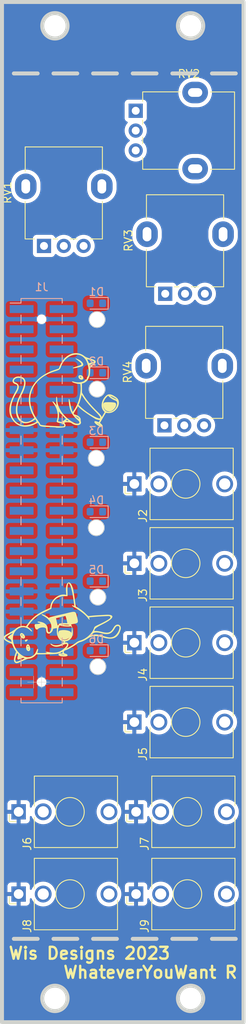
<source format=kicad_pcb>
(kicad_pcb (version 20221018) (generator pcbnew)
  (layers (0 "F.Cu" signal) (31 "B.Cu" signal) (34 "B.Paste" user) (35 "F.Paste" user) (36 "B.SilkS" user "B.Silkscreen") (37 "F.SilkS" user "F.Silkscreen") (38 "B.Mask" user) (39 "F.Mask" user) (44 "Edge.Cuts" user))
  (net 0 "")
  (net 1 "Net-(D1-K)")
  (net 2 "Net-(D1-A)")
  (net 3 "Net-(D2-K)")
  (net 4 "Net-(D2-A)")
  (net 5 "Net-(D3-K)")
  (net 6 "Net-(D3-A)")
  (net 7 "Net-(D4-K)")
  (net 8 "Net-(D4-A)")
  (net 9 "Net-(D5-K)")
  (net 10 "Net-(D5-A)")
  (net 11 "Net-(D6-K)")
  (net 12 "Net-(D6-A)")
  (net 13 "Net-(J1-Pin_1)")
  (net 14 "Net-(J1-Pin_2)")
  (net 15 "Net-(J1-Pin_3)")
  (net 16 "Net-(J1-Pin_4)")
  (net 17 "Net-(J1-Pin_5)")
  (net 18 "Net-(J1-Pin_6)")
  (net 19 "Net-(J1-Pin_7)")
  (net 21 "Net-(J1-Pin_9)")
  (net 22 "Net-(J1-Pin_10)")
  (net 23 "Net-(J1-Pin_11)")
  (net 24 "Net-(J1-Pin_12)")
  (net 25 "GND")
  (net 26 "Net-(J1-Pin_33)")
  (net 27 "Net-(J1-Pin_34)")
  (net 28 "Net-(J1-Pin_35)")
  (net 29 "Net-(J1-Pin_36)")
  (net 30 "Net-(J1-Pin_37)")
  (net 31 "Net-(J1-Pin_38)")
  (net 32 "Net-(J1-Pin_39)")
  (net 33 "Net-(J1-Pin_40)")
  (footprint "Connector_Audio:Jack_3.5mm_QingPu_WQP-PJ398SM_Vertical_CircularHoles" (layer "F.Cu") (at 36.7 110.7 90)
    (fp_text reference "J5" (at -4.03 1.08 90) (layer "F.SilkS"))
    (fp_text value "Thonkiconn")
    (pad "S" thru_hole rect (at 0 0 270) (size 1.93 1.83) (drill 1.22) (layers "*.Cu" "*.Mask") (net 25 "GND"))
    (pad "T" thru_hole circle (at 0 11.4 270) (size 2.13 2.13) (drill 1.43) (layers "*.Cu" "*.Mask") (net 32 "Net-(J1-Pin_39)"))
    (pad "TN" thru_hole circle (at 0 3.1 270) (size 2.13 2.13) (drill 1.42) (layers "*.Cu" "*.Mask"))
    (zone (net 0) (net_name "") (layer "F.Cu") (connect_pads (clearance 0)) (min_thickness 0.254)
      (keepout (tracks not_allowed) (vias not_allowed) (pads not_allowed) (copperpour not_allowed) (footprints not_allowed))
      (fill (thermal_gap 0.508) (thermal_bridge_width 0.508))
      (polygon (pts (xy 43.18 109.194859) (xy 42.934171 109.21507) (xy 42.694945 109.275159) (xy 42.468744 109.373514) (xy 42.261645 109.507492) (xy 42.07921 109.673496) (xy 41.926336 109.867068) (xy 41.807131 110.083008) (xy 41.724794 110.315518) (xy 41.681539 110.558354) (xy 41.678525 110.804993) (xy 41.715835 111.048813) (xy 41.792466 111.283266) (xy 41.90636 111.502054) (xy 42.054458 111.699303) (xy 42.232784 111.869714) (xy 42.436548 112.008712) (xy 42.660278 112.112564) (xy 42.897965 112.178481) (xy 43.143226 112.204692) (xy 43.389475 112.190493) (xy 43.630099 112.136266) (xy 43.858634 112.043468) (xy 44.068945 111.914589) (xy 44.255382 111.753092) (xy 44.412939 111.563313) (xy 44.537385 111.35035) (xy 44.625377 111.119921) (xy 44.674553 110.878215) (xy 44.683592 110.631722) (xy 44.65225 110.387064) (xy 44.58137 110.150809) (xy 44.472856 109.929303) (xy 44.329621 109.728495) (xy 44.155512 109.553777) (xy 43.955205 109.409842) (xy 43.734079 109.300555) (xy 43.498074 109.228851) (xy 43.253526 109.196656)))
    )
  )
  (footprint "Potentiometer_THT:Potentiometer_Alpha_RD901F-40-00D_Single_Vertical" (layer "F.Cu") (at 40.6 56.75 90)
    (fp_text reference "RV3" (at 6.71 -4.64 90) (layer "F.SilkS"))
    (fp_text value "AlphaPot")
    (pad "" thru_hole oval (at 7.5 -2.3 180) (size 2.72 3.24) (drill oval 1.1 1.8) (layers "*.Cu" "*.Mask"))
    (pad "" thru_hole oval (at 7.5 7.3 180) (size 2.72 3.24) (drill oval 1.1 1.8) (layers "*.Cu" "*.Mask"))
    (pad "1" thru_hole rect (at 0 0 180) (size 1.8 1.8) (drill 1) (layers "*.Cu" "*.Mask") (net 21 "Net-(J1-Pin_9)"))
    (pad "2" thru_hole circle (at 0 2.5 180) (size 1.8 1.8) (drill 1) (layers "*.Cu" "*.Mask"))
    (pad "3" thru_hole circle (at 0 5 180) (size 1.8 1.8) (drill 1) (layers "*.Cu" "*.Mask") (net 19 "Net-(J1-Pin_7)"))
  )
  (footprint "Connector_Audio:Jack_3.5mm_QingPu_WQP-PJ398SM_Vertical_CircularHoles" (layer "F.Cu") (at 36.921539 132.358354 90)
    (fp_text reference "J9" (at -4.03 1.08 90) (layer "F.SilkS"))
    (fp_text value "Thonkiconn")
    (pad "S" thru_hole rect (at 0 0 270) (size 1.93 1.83) (drill 1.22) (layers "*.Cu" "*.Mask") (net 25 "GND"))
    (pad "T" thru_hole circle (at 0 11.4 270) (size 2.13 2.13) (drill 1.43) (layers "*.Cu" "*.Mask") (net 33 "Net-(J1-Pin_40)"))
    (pad "TN" thru_hole circle (at 0 3.1 270) (size 2.13 2.13) (drill 1.42) (layers "*.Cu" "*.Mask"))
    (zone (net 0) (net_name "") (layer "F.Cu") (connect_pads (clearance 0)) (min_thickness 0.254)
      (keepout (tracks not_allowed) (vias not_allowed) (pads not_allowed) (copperpour not_allowed) (footprints not_allowed))
      (fill (thermal_gap 0.508) (thermal_bridge_width 0.508))
      (polygon (pts (xy 43.401539 130.853213) (xy 43.15571 130.873424) (xy 42.916484 130.933513) (xy 42.690283 131.031868) (xy 42.483184 131.165846) (xy 42.300749 131.33185) (xy 42.147875 131.525422) (xy 42.02867 131.741362) (xy 41.946333 131.973872) (xy 41.903078 132.216708) (xy 41.900064 132.463347) (xy 41.937374 132.707167) (xy 42.014005 132.94162) (xy 42.127899 133.160408) (xy 42.275997 133.357657) (xy 42.454323 133.528068) (xy 42.658087 133.667066) (xy 42.881817 133.770918) (xy 43.119504 133.836835) (xy 43.364765 133.863046) (xy 43.611014 133.848847) (xy 43.851638 133.79462) (xy 44.080173 133.701822) (xy 44.290484 133.572943) (xy 44.476921 133.411446) (xy 44.634478 133.221667) (xy 44.758924 133.008704) (xy 44.846916 132.778275) (xy 44.896092 132.536569) (xy 44.905131 132.290076) (xy 44.873789 132.045418) (xy 44.802909 131.809163) (xy 44.694395 131.587657) (xy 44.55116 131.386849) (xy 44.377051 131.212131) (xy 44.176744 131.068196) (xy 43.955618 130.958909) (xy 43.719613 130.887205) (xy 43.475065 130.85501)))
    )
  )
  (footprint "Potentiometer_THT:Potentiometer_Alpha_RD901F-40-00D_Single_Vertical" (layer "F.Cu") (at 25.3 50.725 90)
    (fp_text reference "RV1" (at 6.71 -4.64 90) (layer "F.SilkS"))
    (fp_text value "AlphaPot")
    (pad "" thru_hole oval (at 7.5 -2.3 180) (size 2.72 3.24) (drill oval 1.1 1.8) (layers "*.Cu" "*.Mask"))
    (pad "" thru_hole oval (at 7.5 7.3 180) (size 2.72 3.24) (drill oval 1.1 1.8) (layers "*.Cu" "*.Mask"))
    (pad "1" thru_hole rect (at 0 0 180) (size 1.8 1.8) (drill 1) (layers "*.Cu" "*.Mask") (net 15 "Net-(J1-Pin_3)"))
    (pad "2" thru_hole circle (at 0 2.5 180) (size 1.8 1.8) (drill 1) (layers "*.Cu" "*.Mask") (net 14 "Net-(J1-Pin_2)"))
    (pad "3" thru_hole circle (at 0 5 180) (size 1.8 1.8) (drill 1) (layers "*.Cu" "*.Mask") (net 13 "Net-(J1-Pin_1)"))
  )
  (footprint "Connector_Audio:Jack_3.5mm_QingPu_WQP-PJ398SM_Vertical_CircularHoles" (layer "F.Cu") (at 36.7 90.7 90)
    (fp_text reference "J3" (at -4.03 1.08 90) (layer "F.SilkS"))
    (fp_text value "Thonkiconn")
    (pad "S" thru_hole rect (at 0 0 270) (size 1.93 1.83) (drill 1.22) (layers "*.Cu" "*.Mask") (net 25 "GND"))
    (pad "T" thru_hole circle (at 0 11.4 270) (size 2.13 2.13) (drill 1.43) (layers "*.Cu" "*.Mask") (net 28 "Net-(J1-Pin_35)"))
    (pad "TN" thru_hole circle (at 0 3.1 270) (size 2.13 2.13) (drill 1.42) (layers "*.Cu" "*.Mask"))
    (zone (net 0) (net_name "") (layer "F.Cu") (connect_pads (clearance 0)) (min_thickness 0.254)
      (keepout (tracks not_allowed) (vias not_allowed) (pads not_allowed) (copperpour not_allowed) (footprints not_allowed))
      (fill (thermal_gap 0.508) (thermal_bridge_width 0.508))
      (polygon (pts (xy 43.18 89.194859) (xy 42.934171 89.21507) (xy 42.694945 89.275159) (xy 42.468744 89.373514) (xy 42.261645 89.507492) (xy 42.07921 89.673496) (xy 41.926336 89.867068) (xy 41.807131 90.083008) (xy 41.724794 90.315518) (xy 41.681539 90.558354) (xy 41.678525 90.804993) (xy 41.715835 91.048813) (xy 41.792466 91.283266) (xy 41.90636 91.502054) (xy 42.054458 91.699303) (xy 42.232784 91.869714) (xy 42.436548 92.008712) (xy 42.660278 92.112564) (xy 42.897965 92.178481) (xy 43.143226 92.204692) (xy 43.389475 92.190493) (xy 43.630099 92.136266) (xy 43.858634 92.043468) (xy 44.068945 91.914589) (xy 44.255382 91.753092) (xy 44.412939 91.563313) (xy 44.537385 91.35035) (xy 44.625377 91.119921) (xy 44.674553 90.878215) (xy 44.683592 90.631722) (xy 44.65225 90.387064) (xy 44.58137 90.150809) (xy 44.472856 89.929303) (xy 44.329621 89.728495) (xy 44.155512 89.553777) (xy 43.955205 89.409842) (xy 43.734079 89.300555) (xy 43.498074 89.228851) (xy 43.253526 89.196656)))
    )
  )
  (footprint "Connector_Audio:Jack_3.5mm_QingPu_WQP-PJ398SM_Vertical_CircularHoles" (layer "F.Cu") (at 36.7 80.7 90)
    (fp_text reference "J2" (at -4.03 1.08 90) (layer "F.SilkS"))
    (fp_text value "Thonkiconn")
    (pad "S" thru_hole rect (at 0 0 270) (size 1.93 1.83) (drill 1.22) (layers "*.Cu" "*.Mask") (net 25 "GND"))
    (pad "T" thru_hole circle (at 0 11.4 270) (size 2.13 2.13) (drill 1.43) (layers "*.Cu" "*.Mask") (net 26 "Net-(J1-Pin_33)"))
    (pad "TN" thru_hole circle (at 0 3.1 270) (size 2.13 2.13) (drill 1.42) (layers "*.Cu" "*.Mask"))
    (zone (net 0) (net_name "") (layer "F.Cu") (connect_pads (clearance 0)) (min_thickness 0.254)
      (keepout (tracks not_allowed) (vias not_allowed) (pads not_allowed) (copperpour not_allowed) (footprints not_allowed))
      (fill (thermal_gap 0.508) (thermal_bridge_width 0.508))
      (polygon (pts (xy 43.18 79.194859) (xy 42.934171 79.21507) (xy 42.694945 79.275159) (xy 42.468744 79.373514) (xy 42.261645 79.507492) (xy 42.07921 79.673496) (xy 41.926336 79.867068) (xy 41.807131 80.083008) (xy 41.724794 80.315518) (xy 41.681539 80.558354) (xy 41.678525 80.804993) (xy 41.715835 81.048813) (xy 41.792466 81.283266) (xy 41.90636 81.502054) (xy 42.054458 81.699303) (xy 42.232784 81.869714) (xy 42.436548 82.008712) (xy 42.660278 82.112564) (xy 42.897965 82.178481) (xy 43.143226 82.204692) (xy 43.389475 82.190493) (xy 43.630099 82.136266) (xy 43.858634 82.043468) (xy 44.068945 81.914589) (xy 44.255382 81.753092) (xy 44.412939 81.563313) (xy 44.537385 81.35035) (xy 44.625377 81.119921) (xy 44.674553 80.878215) (xy 44.683592 80.631722) (xy 44.65225 80.387064) (xy 44.58137 80.150809) (xy 44.472856 79.929303) (xy 44.329621 79.728495) (xy 44.155512 79.553777) (xy 43.955205 79.409842) (xy 43.734079 79.300555) (xy 43.498074 79.228851) (xy 43.253526 79.196656)))
    )
  )
  (footprint "Connector_Audio:Jack_3.5mm_QingPu_WQP-PJ398SM_Vertical_CircularHoles" (layer "F.Cu") (at 36.7 100.7 90)
    (fp_text reference "J4" (at -4.03 1.08 90) (layer "F.SilkS"))
    (fp_text value "Thonkiconn")
    (pad "S" thru_hole rect (at 0 0 270) (size 1.93 1.83) (drill 1.22) (layers "*.Cu" "*.Mask") (net 25 "GND"))
    (pad "T" thru_hole circle (at 0 11.4 270) (size 2.13 2.13) (drill 1.43) (layers "*.Cu" "*.Mask") (net 30 "Net-(J1-Pin_37)"))
    (pad "TN" thru_hole circle (at 0 3.1 270) (size 2.13 2.13) (drill 1.42) (layers "*.Cu" "*.Mask"))
    (zone (net 0) (net_name "") (layer "F.Cu") (connect_pads (clearance 0)) (min_thickness 0.254)
      (keepout (tracks not_allowed) (vias not_allowed) (pads not_allowed) (copperpour not_allowed) (footprints not_allowed))
      (fill (thermal_gap 0.508) (thermal_bridge_width 0.508))
      (polygon (pts (xy 43.18 99.194859) (xy 42.934171 99.21507) (xy 42.694945 99.275159) (xy 42.468744 99.373514) (xy 42.261645 99.507492) (xy 42.07921 99.673496) (xy 41.926336 99.867068) (xy 41.807131 100.083008) (xy 41.724794 100.315518) (xy 41.681539 100.558354) (xy 41.678525 100.804993) (xy 41.715835 101.048813) (xy 41.792466 101.283266) (xy 41.90636 101.502054) (xy 42.054458 101.699303) (xy 42.232784 101.869714) (xy 42.436548 102.008712) (xy 42.660278 102.112564) (xy 42.897965 102.178481) (xy 43.143226 102.204692) (xy 43.389475 102.190493) (xy 43.630099 102.136266) (xy 43.858634 102.043468) (xy 44.068945 101.914589) (xy 44.255382 101.753092) (xy 44.412939 101.563313) (xy 44.537385 101.35035) (xy 44.625377 101.119921) (xy 44.674553 100.878215) (xy 44.683592 100.631722) (xy 44.65225 100.387064) (xy 44.58137 100.150809) (xy 44.472856 99.929303) (xy 44.329621 99.728495) (xy 44.155512 99.553777) (xy 43.955205 99.409842) (xy 43.734079 99.300555) (xy 43.498074 99.228851) (xy 43.253526 99.196656)))
    )
  )
  (footprint "Connector_Audio:Jack_3.5mm_QingPu_WQP-PJ398SM_Vertical_CircularHoles" (layer "F.Cu") (at 22.1 122 90)
    (fp_text reference "J6" (at -4.03 1.08 90) (layer "F.SilkS"))
    (fp_text value "Thonkiconn")
    (pad "S" thru_hole rect (at 0 0 270) (size 1.93 1.83) (drill 1.22) (layers "*.Cu" "*.Mask") (net 25 "GND"))
    (pad "T" thru_hole circle (at 0 11.4 270) (size 2.13 2.13) (drill 1.43) (layers "*.Cu" "*.Mask") (net 27 "Net-(J1-Pin_34)"))
    (pad "TN" thru_hole circle (at 0 3.1 270) (size 2.13 2.13) (drill 1.42) (layers "*.Cu" "*.Mask"))
    (zone (net 0) (net_name "") (layer "F.Cu") (connect_pads (clearance 0)) (min_thickness 0.254)
      (keepout (tracks not_allowed) (vias not_allowed) (pads not_allowed) (copperpour not_allowed) (footprints not_allowed))
      (fill (thermal_gap 0.508) (thermal_bridge_width 0.508))
      (polygon (pts (xy 28.58 120.494859) (xy 28.334171 120.51507) (xy 28.094945 120.575159) (xy 27.868744 120.673514) (xy 27.661645 120.807492) (xy 27.47921 120.973496) (xy 27.326336 121.167068) (xy 27.207131 121.383008) (xy 27.124794 121.615518) (xy 27.081539 121.858354) (xy 27.078525 122.104993) (xy 27.115835 122.348813) (xy 27.192466 122.583266) (xy 27.30636 122.802054) (xy 27.454458 122.999303) (xy 27.632784 123.169714) (xy 27.836548 123.308712) (xy 28.060278 123.412564) (xy 28.297965 123.478481) (xy 28.543226 123.504692) (xy 28.789475 123.490493) (xy 29.030099 123.436266) (xy 29.258634 123.343468) (xy 29.468945 123.214589) (xy 29.655382 123.053092) (xy 29.812939 122.863313) (xy 29.937385 122.65035) (xy 30.025377 122.419921) (xy 30.074553 122.178215) (xy 30.083592 121.931722) (xy 30.05225 121.687064) (xy 29.98137 121.450809) (xy 29.872856 121.229303) (xy 29.729621 121.028495) (xy 29.555512 120.853777) (xy 29.355205 120.709842) (xy 29.134079 120.600555) (xy 28.898074 120.528851) (xy 28.653526 120.496656)))
    )
  )
  (footprint "Connector_Audio:Jack_3.5mm_QingPu_WQP-PJ398SM_Vertical_CircularHoles" (layer "F.Cu") (at 36.921539 122 90)
    (fp_text reference "J7" (at -4.03 1.08 90) (layer "F.SilkS"))
    (fp_text value "Thonkiconn")
    (pad "S" thru_hole rect (at 0 0 270) (size 1.93 1.83) (drill 1.22) (layers "*.Cu" "*.Mask") (net 25 "GND"))
    (pad "T" thru_hole circle (at 0 11.4 270) (size 2.13 2.13) (drill 1.43) (layers "*.Cu" "*.Mask") (net 29 "Net-(J1-Pin_36)"))
    (pad "TN" thru_hole circle (at 0 3.1 270) (size 2.13 2.13) (drill 1.42) (layers "*.Cu" "*.Mask"))
    (zone (net 0) (net_name "") (layer "F.Cu") (connect_pads (clearance 0)) (min_thickness 0.254)
      (keepout (tracks not_allowed) (vias not_allowed) (pads not_allowed) (copperpour not_allowed) (footprints not_allowed))
      (fill (thermal_gap 0.508) (thermal_bridge_width 0.508))
      (polygon (pts (xy 43.401539 120.494859) (xy 43.15571 120.51507) (xy 42.916484 120.575159) (xy 42.690283 120.673514) (xy 42.483184 120.807492) (xy 42.300749 120.973496) (xy 42.147875 121.167068) (xy 42.02867 121.383008) (xy 41.946333 121.615518) (xy 41.903078 121.858354) (xy 41.900064 122.104993) (xy 41.937374 122.348813) (xy 42.014005 122.583266) (xy 42.127899 122.802054) (xy 42.275997 122.999303) (xy 42.454323 123.169714) (xy 42.658087 123.308712) (xy 42.881817 123.412564) (xy 43.119504 123.478481) (xy 43.364765 123.504692) (xy 43.611014 123.490493) (xy 43.851638 123.436266) (xy 44.080173 123.343468) (xy 44.290484 123.214589) (xy 44.476921 123.053092) (xy 44.634478 122.863313) (xy 44.758924 122.65035) (xy 44.846916 122.419921) (xy 44.896092 122.178215) (xy 44.905131 121.931722) (xy 44.873789 121.687064) (xy 44.802909 121.450809) (xy 44.694395 121.229303) (xy 44.55116 121.028495) (xy 44.377051 120.853777) (xy 44.176744 120.709842) (xy 43.955618 120.600555) (xy 43.719613 120.528851) (xy 43.475065 120.496656)))
    )
  )
  (footprint "Potentiometer_THT:Potentiometer_Alpha_RD901F-40-00D_Single_Vertical" (layer "F.Cu") (at 40.5 73.325 90)
    (fp_text reference "RV4" (at 6.71 -4.64 90) (layer "F.SilkS"))
    (fp_text value "AlphaPot")
    (pad "" thru_hole oval (at 7.5 -2.3 180) (size 2.72 3.24) (drill oval 1.1 1.8) (layers "*.Cu" "*.Mask"))
    (pad "" thru_hole oval (at 7.5 7.3 180) (size 2.72 3.24) (drill oval 1.1 1.8) (layers "*.Cu" "*.Mask"))
    (pad "1" thru_hole rect (at 0 0 180) (size 1.8 1.8) (drill 1) (layers "*.Cu" "*.Mask") (net 22 "Net-(J1-Pin_10)"))
    (pad "2" thru_hole circle (at 0 2.5 180) (size 1.8 1.8) (drill 1) (layers "*.Cu" "*.Mask") (net 23 "Net-(J1-Pin_11)"))
    (pad "3" thru_hole circle (at 0 5 180) (size 1.8 1.8) (drill 1) (layers "*.Cu" "*.Mask") (net 24 "Net-(J1-Pin_12)"))
  )
  (footprint "Connector_Audio:Jack_3.5mm_QingPu_WQP-PJ398SM_Vertical_CircularHoles" (layer "F.Cu") (at 22.1 132.358354 90)
    (fp_text reference "J8" (at -4.03 1.08 90) (layer "F.SilkS"))
    (fp_text value "Thonkiconn")
    (pad "S" thru_hole rect (at 0 0 270) (size 1.93 1.83) (drill 1.22) (layers "*.Cu" "*.Mask") (net 25 "GND"))
    (pad "T" thru_hole circle (at 0 11.4 270) (size 2.13 2.13) (drill 1.43) (layers "*.Cu" "*.Mask") (net 31 "Net-(J1-Pin_38)"))
    (pad "TN" thru_hole circle (at 0 3.1 270) (size 2.13 2.13) (drill 1.42) (layers "*.Cu" "*.Mask"))
    (zone (net 0) (net_name "") (layer "F.Cu") (connect_pads (clearance 0)) (min_thickness 0.254)
      (keepout (tracks not_allowed) (vias not_allowed) (pads not_allowed) (copperpour not_allowed) (footprints not_allowed))
      (fill (thermal_gap 0.508) (thermal_bridge_width 0.508))
      (polygon (pts (xy 28.58 130.853213) (xy 28.334171 130.873424) (xy 28.094945 130.933513) (xy 27.868744 131.031868) (xy 27.661645 131.165846) (xy 27.47921 131.33185) (xy 27.326336 131.525422) (xy 27.207131 131.741362) (xy 27.124794 131.973872) (xy 27.081539 132.216708) (xy 27.078525 132.463347) (xy 27.115835 132.707167) (xy 27.192466 132.94162) (xy 27.30636 133.160408) (xy 27.454458 133.357657) (xy 27.632784 133.528068) (xy 27.836548 133.667066) (xy 28.060278 133.770918) (xy 28.297965 133.836835) (xy 28.543226 133.863046) (xy 28.789475 133.848847) (xy 29.030099 133.79462) (xy 29.258634 133.701822) (xy 29.468945 133.572943) (xy 29.655382 133.411446) (xy 29.812939 133.221667) (xy 29.937385 133.008704) (xy 30.025377 132.778275) (xy 30.074553 132.536569) (xy 30.083592 132.290076) (xy 30.05225 132.045418) (xy 29.98137 131.809163) (xy 29.872856 131.587657) (xy 29.729621 131.386849) (xy 29.555512 131.212131) (xy 29.355205 131.068196) (xy 29.134079 130.958909) (xy 28.898074 130.887205) (xy 28.653526 130.85501)))
    )
  )
  (footprint "Potentiometer_THT:Potentiometer_Alpha_RD901F-40-00D_Single_Vertical" (layer "F.Cu") (at 36.875 33.7)
    (fp_text reference "RV2" (at 6.71 -4.64) (layer "F.SilkS"))
    (fp_text value "AlphaPot")
    (pad "" thru_hole oval (at 7.5 -2.3 90) (size 2.72 3.24) (drill oval 1.1 1.8) (layers "*.Cu" "*.Mask"))
    (pad "" thru_hole oval (at 7.5 7.3 90) (size 2.72 3.24) (drill oval 1.1 1.8) (layers "*.Cu" "*.Mask"))
    (pad "1" thru_hole rect (at 0 0 90) (size 1.8 1.8) (drill 1) (layers "*.Cu" "*.Mask") (net 16 "Net-(J1-Pin_4)"))
    (pad "2" thru_hole circle (at 0 2.5 90) (size 1.8 1.8) (drill 1) (layers "*.Cu" "*.Mask") (net 17 "Net-(J1-Pin_5)"))
    (pad "3" thru_hole circle (at 0 5 90) (size 1.8 1.8) (drill 1) (layers "*.Cu" "*.Mask") (net 18 "Net-(J1-Pin_6)"))
  )
  (footprint "LED_SMD:LED_0603_1608Metric" (layer "B.Cu") (at 31.9125 92.95 180)
    (fp_text reference "D5" (at 0 1.43) (layer "B.SilkS") (effects (justify mirror)))
    (fp_text value "LED_WHITE")
    (pad "1" smd roundrect (at -0.7875 0 180) (size 0.875 0.95) (layers "B.Cu" "B.Paste" "B.Mask") (net 9 "Net-(D5-K)"))
    (pad "2" smd roundrect (at 0.7875 0 180) (size 0.875 0.95) (layers "B.Cu" "B.Paste" "B.Mask") (net 10 "Net-(D5-A)"))
  )
  (footprint "LED_SMD:LED_0603_1608Metric" (layer "B.Cu") (at 31.9125 101.7 180)
    (fp_text reference "D6" (at 0 1.43) (layer "B.SilkS") (effects (justify mirror)))
    (fp_text value "LED_WHITE")
    (pad "1" smd roundrect (at -0.7875 0 180) (size 0.875 0.95) (layers "B.Cu" "B.Paste" "B.Mask") (net 11 "Net-(D6-K)"))
    (pad "2" smd roundrect (at 0.7875 0 180) (size 0.875 0.95) (layers "B.Cu" "B.Paste" "B.Mask") (net 12 "Net-(D6-A)"))
  )
  (footprint "EuroRackTools:PinSocket_2x20_P2.54mm_Vertical_SMD" (layer "B.Cu") (at 25 82.81 180)
    (fp_text reference "J1" (at 0 26.9) (layer "B.SilkS") (effects (justify mirror)))
    (fp_text value "female 02x20" hide)
    (fp_line (start 0 -23.622) (end 0 -22.098) (stroke (width 0.05)) (layer "Edge.Cuts"))
    (fp_line (start 1.016 -23.622) (end 1.016 -22.098) (stroke (width 0.05)) (layer "Edge.Cuts"))
    (fp_line (start 1.778 -22.86) (end -1.016 -22.86) (stroke (width 0.05)) (layer "Edge.Cuts"))
    (fp_circle (center 0 -22.85) (end 0.6 -22.85) (stroke (width 0.05)) (fill none) (layer "Edge.Cuts"))
    (fp_circle (center 0 22.85) (end 0.6 22.85) (stroke (width 0.05)) (fill none) (layer "Edge.Cuts"))
    (pad "1" smd rect (at 2.52 24.13 180) (size 3 1) (layers "B.Cu" "B.Paste" "B.Mask") (net 13 "Net-(J1-Pin_1)"))
    (pad "2" smd rect (at -2.52 24.13 180) (size 3 1) (layers "B.Cu" "B.Paste" "B.Mask") (net 14 "Net-(J1-Pin_2)"))
    (pad "3" smd rect (at 2.52 21.59 180) (size 3 1) (layers "B.Cu" "B.Paste" "B.Mask") (net 15 "Net-(J1-Pin_3)"))
    (pad "4" smd rect (at -2.52 21.59 180) (size 3 1) (layers "B.Cu" "B.Paste" "B.Mask") (net 16 "Net-(J1-Pin_4)"))
    (pad "5" smd rect (at 2.52 19.05 180) (size 3 1) (layers "B.Cu" "B.Paste" "B.Mask") (net 17 "Net-(J1-Pin_5)"))
    (pad "6" smd rect (at -2.52 19.05 180) (size 3 1) (layers "B.Cu" "B.Paste" "B.Mask") (net 18 "Net-(J1-Pin_6)"))
    (pad "7" smd rect (at 2.52 16.51 180) (size 3 1) (layers "B.Cu" "B.Paste" "B.Mask") (net 19 "Net-(J1-Pin_7)"))
    (pad "8" smd rect (at -2.52 16.51 180) (size 3 1) (layers "B.Cu" "B.Paste" "B.Mask"))
    (pad "9" smd rect (at 2.52 13.97 180) (size 3 1) (layers "B.Cu" "B.Paste" "B.Mask") (net 21 "Net-(J1-Pin_9)"))
    (pad "10" smd rect (at -2.52 13.97 180) (size 3 1) (layers "B.Cu" "B.Paste" "B.Mask") (net 22 "Net-(J1-Pin_10)"))
    (pad "11" smd rect (at 2.52 11.43 180) (size 3 1) (layers "B.Cu" "B.Paste" "B.Mask") (net 23 "Net-(J1-Pin_11)"))
    (pad "12" smd rect (at -2.52 11.43 180) (size 3 1) (layers "B.Cu" "B.Paste" "B.Mask") (net 24 "Net-(J1-Pin_12)"))
    (pad "13" smd rect (at 2.52 8.89 180) (size 3 1) (layers "B.Cu" "B.Paste" "B.Mask") (net 25 "GND"))
    (pad "14" smd rect (at -2.52 8.89 180) (size 3 1) (layers "B.Cu" "B.Paste" "B.Mask") (net 25 "GND"))
    (pad "15" smd rect (at 2.52 6.35 180) (size 3 1) (layers "B.Cu" "B.Paste" "B.Mask") (net 25 "GND"))
    (pad "16" smd rect (at -2.52 6.35 180) (size 3 1) (layers "B.Cu" "B.Paste" "B.Mask") (net 25 "GND"))
    (pad "17" smd rect (at 2.52 3.81 180) (size 3 1) (layers "B.Cu" "B.Paste" "B.Mask") (net 2 "Net-(D1-A)"))
    (pad "18" smd rect (at -2.52 3.81 180) (size 3 1) (layers "B.Cu" "B.Paste" "B.Mask") (net 1 "Net-(D1-K)"))
    (pad "19" smd rect (at 2.52 1.27 180) (size 3 1) (layers "B.Cu" "B.Paste" "B.Mask") (net 4 "Net-(D2-A)"))
    (pad "20" smd rect (at -2.52 1.27 180) (size 3 1) (layers "B.Cu" "B.Paste" "B.Mask") (net 3 "Net-(D2-K)"))
    (pad "21" smd rect (at 2.52 -1.27 180) (size 3 1) (layers "B.Cu" "B.Paste" "B.Mask") (net 6 "Net-(D3-A)"))
    (pad "22" smd rect (at -2.52 -1.27 180) (size 3 1) (layers "B.Cu" "B.Paste" "B.Mask") (net 5 "Net-(D3-K)"))
    (pad "23" smd rect (at 2.52 -3.81 180) (size 3 1) (layers "B.Cu" "B.Paste" "B.Mask") (net 8 "Net-(D4-A)"))
    (pad "24" smd rect (at -2.52 -3.81 180) (size 3 1) (layers "B.Cu" "B.Paste" "B.Mask") (net 7 "Net-(D4-K)"))
    (pad "25" smd rect (at 2.52 -6.35 180) (size 3 1) (layers "B.Cu" "B.Paste" "B.Mask") (net 10 "Net-(D5-A)"))
    (pad "26" smd rect (at -2.52 -6.35 180) (size 3 1) (layers "B.Cu" "B.Paste" "B.Mask") (net 9 "Net-(D5-K)"))
    (pad "27" smd rect (at 2.52 -8.89 180) (size 3 1) (layers "B.Cu" "B.Paste" "B.Mask") (net 12 "Net-(D6-A)"))
    (pad "28" smd rect (at -2.52 -8.89 180) (size 3 1) (layers "B.Cu" "B.Paste" "B.Mask") (net 11 "Net-(D6-K)"))
    (pad "29" smd rect (at 2.52 -11.43 180) (size 3 1) (layers "B.Cu" "B.Paste" "B.Mask") (net 25 "GND"))
    (pad "30" smd rect (at -2.52 -11.43 180) (size 3 1) (layers "B.Cu" "B.Paste" "B.Mask") (net 25 "GND"))
    (pad "31" smd rect (at 2.52 -13.97 180) (size 3 1) (layers "B.Cu" "B.Paste" "B.Mask") (net 25 "GND"))
    (pad "32" smd rect (at -2.52 -13.97 180) (size 3 1) (layers "B.Cu" "B.Paste" "B.Mask") (net 25 "GND"))
    (pad "33" smd rect (at 2.52 -16.51 180) (size 3 1) (layers "B.Cu" "B.Paste" "B.Mask") (net 26 "Net-(J1-Pin_33)"))
    (pad "34" smd rect (at -2.52 -16.51 180) (size 3 1) (layers "B.Cu" "B.Paste" "B.Mask") (net 27 "Net-(J1-Pin_34)"))
    (pad "35" smd rect (at 2.52 -19.05 180) (size 3 1) (layers "B.Cu" "B.Paste" "B.Mask") (net 28 "Net-(J1-Pin_35)"))
    (pad "36" smd rect (at -2.52 -19.05 180) (size 3 1) (layers "B.Cu" "B.Paste" "B.Mask") (net 29 "Net-(J1-Pin_36)"))
    (pad "37" smd rect (at 2.52 -21.59 180) (size 3 1) (layers "B.Cu" "B.Paste" "B.Mask") (net 30 "Net-(J1-Pin_37)"))
    (pad "38" smd rect (at -2.52 -21.59 180) (size 3 1) (layers "B.Cu" "B.Paste" "B.Mask") (net 31 "Net-(J1-Pin_38)"))
    (pad "39" smd rect (at 2.52 -24.13 180) (size 3 1) (layers "B.Cu" "B.Paste" "B.Mask") (net 32 "Net-(J1-Pin_39)"))
    (pad "40" smd rect (at -2.52 -24.13 180) (size 3 1) (layers "B.Cu" "B.Paste" "B.Mask") (net 33 "Net-(J1-Pin_40)"))
  )
  (footprint "LED_SMD:LED_0603_1608Metric" (layer "B.Cu") (at 31.9125 75.45 180)
    (fp_text reference "D3" (at 0 1.43) (layer "B.SilkS") (effects (justify mirror)))
    (fp_text value "LED_WHITE")
    (pad "1" smd roundrect (at -0.7875 0 180) (size 0.875 0.95) (layers "B.Cu" "B.Paste" "B.Mask") (net 5 "Net-(D3-K)"))
    (pad "2" smd roundrect (at 0.7875 0 180) (size 0.875 0.95) (layers "B.Cu" "B.Paste" "B.Mask") (net 6 "Net-(D3-A)"))
  )
  (footprint "LED_SMD:LED_0603_1608Metric" (layer "B.Cu") (at 31.9125 84.2 180)
    (fp_text reference "D4" (at 0 1.43) (layer "B.SilkS") (effects (justify mirror)))
    (fp_text value "LED_WHITE")
    (pad "1" smd roundrect (at -0.7875 0 180) (size 0.875 0.95) (layers "B.Cu" "B.Paste" "B.Mask") (net 7 "Net-(D4-K)"))
    (pad "2" smd roundrect (at 0.7875 0 180) (size 0.875 0.95) (layers "B.Cu" "B.Paste" "B.Mask") (net 8 "Net-(D4-A)"))
  )
  (footprint "LED_SMD:LED_0603_1608Metric" (layer "B.Cu") (at 31.9125 66.7 180)
    (fp_text reference "D2" (at 0 1.43) (layer "B.SilkS") (effects (justify mirror)))
    (fp_text value "LED_WHITE")
    (pad "1" smd roundrect (at -0.7875 0 180) (size 0.875 0.95) (layers "B.Cu" "B.Paste" "B.Mask") (net 3 "Net-(D2-K)"))
    (pad "2" smd roundrect (at 0.7875 0 180) (size 0.875 0.95) (layers "B.Cu" "B.Paste" "B.Mask") (net 4 "Net-(D2-A)"))
  )
  (footprint "LED_SMD:LED_0603_1608Metric" (layer "B.Cu") (at 31.9125 57.95 180)
    (fp_text reference "D1" (at 0 1.43) (layer "B.SilkS") (effects (justify mirror)))
    (fp_text value "LED_WHITE")
    (pad "1" smd roundrect (at -0.7875 0 180) (size 0.875 0.95) (layers "B.Cu" "B.Paste" "B.Mask") (net 1 "Net-(D1-K)"))
    (pad "2" smd roundrect (at 0.7875 0 180) (size 0.875 0.95) (layers "B.Cu" "B.Paste" "B.Mask") (net 2 "Net-(D1-A)"))
  )
  (gr_poly (pts (xy 27.881144 99.135667) (xy 27.996488 99.143928) (xy 28.108831 99.157599) (xy 28.216492 99.176342) (xy 28.317786 99.199815) (xy 28.411033 99.227679) (xy 28.49455 99.259596) (xy 28.566654 99.295223) (xy 28.625664 99.334223) (xy 28.649733 99.354881) (xy 28.669897 99.376255) (xy 28.685946 99.398301) (xy 28.69767 99.420979) (xy 28.704859 99.444244) (xy 28.707302 99.468055) (xy 28.705535 99.521706) (xy 28.70032 99.574239) (xy 28.691785 99.62557) (xy 28.680059 99.675613) (xy 28.66527 99.724285) (xy 28.647547 99.771501) (xy 28.627016 99.817176) (xy 28.603809 99.861227) (xy 28.578051 99.903569) (xy 28.549872 99.944117) (xy 28.519401 99.982787) (xy 28.486765 100.019494) (xy 28.452093 100.054155) (xy 28.415513 100.086683) (xy 28.377153 100.116997) (xy 28.337143 100.14501) (xy 28.29561 100.170638) (xy 28.252682 100.193797) (xy 28.208489 100.214402) (xy 28.163158 100.23237) (xy 28.116818 100.247615) (xy 28.069596 100.260053) (xy 28.021623 100.2696) (xy 27.973025 100.276171) (xy 27.923931 100.279681) (xy 27.87447 100.280047) (xy 27.82477 100.277185) (xy 27.774959 100.271008) (xy 27.725166 100.261434) (xy 27.675518 100.248377) (xy 27.626145 100.231754) (xy 27.577175 100.211479) (xy 27.538196 100.191898) (xy 27.500661 100.169342) (xy 27.464624 100.144029) (xy 27.430141 100.116177) (xy 27.397266 100.086002) (xy 27.366054 100.053722) (xy 27.336561 100.019555) (xy 27.30884 99.983716) (xy 27.282948 99.946425) (xy 27.258939 99.907897) (xy 27.236867 99.868351) (xy 27.216789 99.828004) (xy 27.198758 99.787072) (xy 27.18283 99.745774) (xy 27.169059 99.704326) (xy 27.157501 99.662946) (xy 27.148211 99.621852) (xy 27.141243 99.581259) (xy 27.136652 99.541387) (xy 27.134493 99.502452) (xy 27.134822 99.464671) (xy 27.137692 99.428261) (xy 27.14316 99.393441) (xy 27.151279 99.360427) (xy 27.162105 99.329436) (xy 27.175693 99.300686) (xy 27.192098 99.274395) (xy 27.211375 99.250779) (xy 27.233577 99.230056) (xy 27.258762 99.212443) (xy 27.286983 99.198157) (xy 27.318295 99.187416) (xy 27.423408 99.163526) (xy 27.533931 99.146747) (xy 27.648184 99.136737) (xy 27.764482 99.133157)) (stroke (width 0.047896)) (fill solid) (layer "F.SilkS"))
  (gr_poly (pts (xy 33.695785 70.432677) (xy 33.901662 70.445788) (xy 34.081955 70.465165) (xy 34.156852 70.476945) (xy 34.218567 70.489981) (xy 34.264838 70.50417) (xy 34.281475 70.511665) (xy 34.293403 70.51941) (xy 34.321714 70.547025) (xy 34.344291 70.577805) (xy 34.361361 70.611461) (xy 34.373152 70.647706) (xy 34.379889 70.686253) (xy 34.381801 70.726814) (xy 34.379114 70.769103) (xy 34.372055 70.812832) (xy 34.360851 70.857713) (xy 34.345729 70.90346) (xy 34.326916 70.949784) (xy 34.304639 70.996399) (xy 34.279126 71.043018) (xy 34.250603 71.089352) (xy 34.219297 71.135115) (xy 34.185435 71.18002) (xy 34.149245 71.223778) (xy 34.110952 71.266104) (xy 34.070785 71.306709) (xy 34.02897 71.345306) (xy 33.985735 71.381607) (xy 33.941306 71.415327) (xy 33.89591 71.446176) (xy 33.849774 71.473868) (xy 33.803125 71.498116) (xy 33.756191 71.518632) (xy 33.709198 71.535129) (xy 33.662374 71.54732) (xy 33.615945 71.554917) (xy 33.570138 71.557633) (xy 33.52518 71.55518) (xy 33.481299 71.547272) (xy 33.481299 71.547211) (xy 33.410659 71.530974) (xy 33.360493 71.519576) (xy 33.308021 71.507905) (xy 33.26703 71.496642) (xy 33.227151 71.481227) (xy 33.188469 71.461936) (xy 33.151071 71.439045) (xy 33.115044 71.412831) (xy 33.080476 71.38357) (xy 33.047453 71.351539) (xy 33.016062 71.317015) (xy 32.98639 71.280274) (xy 32.958524 71.241593) (xy 32.932552 71.201247) (xy 32.908559 71.159515) (xy 32.886632 71.116671) (xy 32.86686 71.072994) (xy 32.849328 71.028758) (xy 32.834124 70.984242) (xy 32.821335 70.939721) (xy 32.811047 70.895472) (xy 32.803348 70.851772) (xy 32.798324 70.808896) (xy 32.796063 70.767123) (xy 32.796651 70.726727) (xy 32.800175 70.687986) (xy 32.806722 70.651177) (xy 32.81638 70.616575) (xy 32.829234 70.584458) (xy 32.845373 70.555101) (xy 32.864882 70.528782) (xy 32.88785 70.505778) (xy 32.914362 70.486363) (xy 32.944507 70.470816) (xy 32.97837 70.459412) (xy 33.035011 70.448057) (xy 33.105616 70.439199) (xy 33.187921 70.432732) (xy 33.279665 70.428556) (xy 33.48242 70.426657)) (stroke (width 0.047896)) (fill solid) (layer "F.SilkS"))
  (gr_poly (pts (xy 29.45161 64.252341) (xy 29.561831 64.2638) (xy 29.671517 64.282785) (xy 29.780427 64.309391) (xy 29.88832 64.343714) (xy 29.994956 64.385848) (xy 30.100095 64.435887) (xy 30.203496 64.493926) (xy 30.304918 64.56006) (xy 30.40412 64.634385) (xy 30.427654 64.652248) (xy 30.45356 64.670063) (xy 30.481826 64.687822) (xy 30.512441 64.705523) (xy 30.545394 64.723161) (xy 30.580674 64.74073) (xy 30.61827 64.758227) (xy 30.658172 64.775647) (xy 30.700367 64.792984) (xy 30.744844 64.810235) (xy 30.791594 64.827395) (xy 30.840604 64.84446) (xy 30.891863 64.861423) (xy 30.945361 64.878282) (xy 31.001086 64.895032) (xy 31.059028 64.911667) (xy 31.212739 64.956074) (xy 31.347728 64.998162) (xy 31.464357 65.038665) (xy 31.562987 65.07832) (xy 31.605665 65.098059) (xy 31.64398 65.117861) (xy 31.677976 65.137818) (xy 31.707698 65.158022) (xy 31.733192 65.178564) (xy 31.754502 65.199538) (xy 31.771675 65.221033) (xy 31.784755 65.243144) (xy 31.793787 65.26596) (xy 31.798817 65.289574) (xy 31.79989 65.314078) (xy 31.797051 65.339564) (xy 31.790345 65.366124) (xy 31.779818 65.393849) (xy 31.765514 65.422831) (xy 31.74748 65.453162) (xy 31.725759 65.484935) (xy 31.700398 65.51824) (xy 31.638935 65.589816) (xy 31.563452 65.668625) (xy 31.474311 65.755402) (xy 31.121192 66.090683) (xy 31.100593 66.593598) (xy 31.091697 66.724836) (xy 31.076086 66.851606) (xy 31.053946 66.973603) (xy 31.025461 67.09052) (xy 30.990818 67.202051) (xy 30.950201 67.30789) (xy 30.903797 67.407732) (xy 30.85179 67.501269) (xy 30.794367 67.588196) (xy 30.731713 67.668207) (xy 30.664013 67.740995) (xy 30.591453 67.806255) (xy 30.514219 67.86368) (xy 30.432496 67.912964) (xy 30.346469 67.953802) (xy 30.256324 67.985886) (xy 30.063605 68.04358) (xy 30.06861 68.623764) (xy 30.073615 69.203949) (xy 30.252906 69.501328) (xy 30.328717 69.62354) (xy 30.410235 69.748191) (xy 30.497336 69.875135) (xy 30.589897 70.004224) (xy 30.687794 70.135313) (xy 30.790904 70.268254) (xy 30.899103 70.402903) (xy 31.012267 70.539111) (xy 31.252996 70.815621) (xy 31.512102 71.096614) (xy 31.788596 71.380917) (xy 32.081489 71.667359) (xy 32.175876 71.759324) (xy 32.260832 71.845905) (xy 32.335744 71.926373) (xy 32.4 72) (xy 32.427942 72.034021) (xy 32.452991 72.066057) (xy 32.47507 72.096019) (xy 32.494102 72.123815) (xy 32.510013 72.149354) (xy 32.522724 72.172545) (xy 32.532161 72.193296) (xy 32.538245 72.211518) (xy 32.544817 72.23659) (xy 32.550893 72.257995) (xy 32.553853 72.26723) (xy 32.556818 72.275436) (xy 32.559831 72.282578) (xy 32.562936 72.288619) (xy 32.566176 72.29352) (xy 32.569593 72.297246) (xy 32.571382 72.298657) (xy 32.573232 72.299759) (xy 32.575148 72.30055) (xy 32.577134 72.301023) (xy 32.579198 72.301175) (xy 32.581344 72.301) (xy 32.583578 72.300495) (xy 32.585904 72.299654) (xy 32.590858 72.296947) (xy 32.596248 72.292843) (xy 32.602117 72.287305) (xy 32.60851 72.280295) (xy 32.615468 72.271777) (xy 32.623035 72.261714) (xy 32.631255 72.250068) (xy 32.64017 72.236804) (xy 32.660258 72.205269) (xy 32.683644 72.166815) (xy 32.710674 72.121144) (xy 32.777045 72.006974) (xy 32.978614 71.658799) (xy 32.840247 71.501206) (xy 32.803222 71.456236) (xy 32.769287 71.409272) (xy 32.738426 71.36043) (xy 32.710621 71.309826) (xy 32.685857 71.257574) (xy 32.664116 71.203791) (xy 32.645383 71.14859) (xy 32.62964 71.092088) (xy 32.616872 71.0344) (xy 32.607061 70.975642) (xy 32.600192 70.915927) (xy 32.596247 70.855373) (xy 32.595211 70.794093) (xy 32.595987 70.768183) (xy 32.747187 70.768183) (xy 32.751623 70.856599) (xy 32.76247 70.942623) (xy 32.779537 71.025808) (xy 32.802632 71.105709) (xy 32.831565 71.18188) (xy 32.866143 71.253872) (xy 32.906176 71.321242) (xy 32.951473 71.383541) (xy 33.001841 71.440325) (xy 33.057089 71.491146) (xy 33.117027 71.535558) (xy 33.181463 71.573115) (xy 33.250206 71.60337) (xy 33.323064 71.625878) (xy 33.399846 71.640192) (xy 33.48036 71.645866) (xy 33.564416 71.642453) (xy 33.651822 71.629507) (xy 33.742387 71.606581) (xy 33.835919 71.57323) (xy 33.932227 71.529007) (xy 33.932197 71.529007) (xy 33.985119 71.499822) (xy 34.036154 71.467368) (xy 34.085229 71.431888) (xy 34.132273 71.393627) (xy 34.177212 71.352831) (xy 34.219974 71.309743) (xy 34.260486 71.264608) (xy 34.298677 71.21767) (xy 34.334473 71.169174) (xy 34.367802 71.119366) (xy 34.398592 71.068488) (xy 34.42677 71.016786) (xy 34.452263 70.964504) (xy 34.475 70.911887) (xy 34.494907 70.85918) (xy 34.511912 70.806626) (xy 34.525943 70.75447) (xy 34.536928 70.702958) (xy 34.544793 70.652333) (xy 34.549466 70.60284) (xy 34.550875 70.554724) (xy 34.548948 70.508228) (xy 34.543611 70.463599) (xy 34.534792 70.421079) (xy 34.52242 70.380914) (xy 34.50642 70.343349) (xy 34.486722 70.308627) (xy 34.463252 70.276994) (xy 34.435938 70.248693) (xy 34.404708 70.22397) (xy 34.369488 70.203069) (xy 34.330207 70.186234) (xy 34.274416 70.165676) (xy 34.219849 70.144156) (xy 34.166442 70.121636) (xy 34.114129 70.098077) (xy 34.062845 70.073439) (xy 34.012526 70.047686) (xy 33.963106 70.020777) (xy 33.914519 69.992674) (xy 33.866702 69.963339) (xy 33.819588 69.932733) (xy 33.773113 69.900816) (xy 33.727212 69.867551) (xy 33.681819 69.832899) (xy 33.63687 69.79682) (xy 33.592299 69.759277) (xy 33.548041 69.720231) (xy 33.375281 69.564362) (xy 33.176246 69.765381) (xy 33.097532 69.850653) (xy 33.027334 69.938441) (xy 32.96546 70.028301) (xy 32.911719 70.119786) (xy 32.86592 70.212449) (xy 32.827871 70.305844) (xy 32.797381 70.399525) (xy 32.774259 70.493046) (xy 32.758314 70.58596) (xy 32.749354 70.677821) (xy 32.747187 70.768183) (xy 32.595987 70.768183) (xy 32.597066 70.732204) (xy 32.601796 70.669821) (xy 32.609385 70.607058) (xy 32.619817 70.544032) (xy 32.633074 70.480857) (xy 32.64914 70.41765) (xy 32.667998 70.354524) (xy 32.689633 70.291596) (xy 32.714027 70.228981) (xy 32.741165 70.166794) (xy 32.771029 70.10515) (xy 32.803603 70.044166) (xy 32.838871 69.983955) (xy 32.876815 69.924633) (xy 32.91742 69.866316) (xy 32.96067 69.809119) (xy 33.006546 69.753158) (xy 33.055034 69.698547) (xy 33.106116 69.645401) (xy 33.136554 69.616193) (xy 33.16728 69.589184) (xy 33.198332 69.564381) (xy 33.209032 69.556687) (xy 33.577094 69.556687) (xy 33.673194 69.654694) (xy 33.710928 69.689226) (xy 33.758544 69.726518) (xy 33.814342 69.765729) (xy 33.876624 69.806021) (xy 33.943689 69.846555) (xy 34.013839 69.886491) (xy 34.085373 69.924991) (xy 34.156592 69.961215) (xy 34.225798 69.994324) (xy 34.291289 70.023479) (xy 34.351368 70.047842) (xy 34.404334 70.066572) (xy 34.448488 70.078831) (xy 34.482131 70.08378) (xy 34.494479 70.083251) (xy 34.503563 70.080579) (xy 34.509169 70.075661) (xy 34.511084 70.06839) (xy 34.509737 70.062847) (xy 34.505781 70.056021) (xy 34.499346 70.04799) (xy 34.490565 70.038836) (xy 34.46648 70.017471) (xy 34.43457 69.992561) (xy 34.395878 69.964741) (xy 34.351447 69.934646) (xy 34.302322 69.902911) (xy 34.249545 69.870171) (xy 34.19416 69.837061) (xy 34.13721 69.804217) (xy 34.079739 69.772273) (xy 34.022789 69.741865) (xy 33.967406 69.713627) (xy 33.914631 69.688194) (xy 33.865509 69.666202) (xy 33.821082 69.648285) (xy 33.577094 69.556687) (xy 33.209032 69.556687) (xy 33.229749 69.541789) (xy 33.261569 69.521413) (xy 33.293831 69.503258) (xy 33.326573 69.487331) (xy 33.359834 69.473636) (xy 33.393652 69.462179) (xy 33.428065 69.452964) (xy 33.463112 69.445999) (xy 33.498832 69.441287) (xy 33.535262 69.438834) (xy 33.572442 69.438646) (xy 33.61041 69.440728) (xy 33.649203 69.445086) (xy 33.688862 69.451724) (xy 33.729423 69.460649) (xy 33.770926 69.471865) (xy 33.813409 69.485378) (xy 33.856911 69.501194) (xy 33.901469 69.519317) (xy 33.947123 69.539753) (xy 33.99391 69.562508) (xy 34.04187 69.587587) (xy 34.091041 69.614995) (xy 34.193168 69.676821) (xy 34.300599 69.748028) (xy 34.413642 69.82866) (xy 34.482551 69.885255) (xy 34.542444 69.946528) (xy 34.593563 70.012034) (xy 34.636155 70.081327) (xy 34.670463 70.153961) (xy 34.696732 70.22949) (xy 34.715207 70.307469) (xy 34.726133 70.387452) (xy 34.729753 70.468994) (xy 34.726313 70.551648) (xy 34.716057 70.634969) (xy 34.69923 70.718512) (xy 34.676076 70.80183) (xy 34.64684 70.884479) (xy 34.611767 70.966011) (xy 34.571101 71.045983) (xy 34.525087 71.123947) (xy 34.473969 71.199459) (xy 34.417992 71.272072) (xy 34.3574 71.341342) (xy 34.292439 71.406821) (xy 34.223353 71.468066) (xy 34.150386 71.524629) (xy 34.073782 71.576065) (xy 33.993788 71.621929) (xy 33.910646 71.661775) (xy 33.824603 71.695157) (xy 33.735901 71.72163) (xy 33.644787 71.740747) (xy 33.551504 71.752064) (xy 33.456298 71.755134) (xy 33.359412 71.749512) (xy 33.093146 71.721909) (xy 32.948798 71.97168) (xy 32.572974 72.618348) (xy 32.341498 73.015229) (xy 32.521064 73.179718) (xy 32.549984 73.207014) (xy 32.575922 73.233143) (xy 32.598924 73.25808) (xy 32.619035 73.281802) (xy 32.636301 73.304284) (xy 32.650768 73.325502) (xy 32.662481 73.345431) (xy 32.671488 73.364047) (xy 32.677833 73.381326) (xy 32.681562 73.397242) (xy 32.682721 73.411773) (xy 32.681356 73.424892) (xy 32.677513 73.436577) (xy 32.671237 73.446802) (xy 32.662575 73.455543) (xy 32.651572 73.462777) (xy 32.638274 73.468477) (xy 32.622728 73.472621) (xy 32.604978 73.475183) (xy 32.58507 73.476139) (xy 32.563051 73.475465) (xy 32.538966 73.473137) (xy 32.512862 73.46913) (xy 32.484783 73.463419) (xy 32.454776 73.45598) (xy 32.422887 73.44679) (xy 32.389161 73.435823) (xy 32.353644 73.423055) (xy 32.316383 73.408461) (xy 32.277422 73.392018) (xy 32.236808 73.373701) (xy 32.194587 73.353486) (xy 32.141094 73.326149) (xy 32.09031 73.298222) (xy 32.042278 73.269846) (xy 31.997044 73.241163) (xy 31.954652 73.212316) (xy 31.915147 73.183446) (xy 31.878575 73.154695) (xy 31.84498 73.126206) (xy 31.814406 73.098121) (xy 31.786899 73.070582) (xy 31.762504 73.04373) (xy 31.741265 73.017708) (xy 31.73192 73.00473) (xy 31.897152 73.00473) (xy 31.899268 73.009507) (xy 31.904181 73.016042) (xy 31.911465 73.023722) (xy 31.932535 73.042159) (xy 31.961257 73.064106) (xy 31.99641 73.088852) (xy 32.036774 73.115684) (xy 32.081127 73.143892) (xy 32.176917 73.201588) (xy 32.274011 73.256247) (xy 32.319995 73.280659) (xy 32.362642 73.302176) (xy 32.400731 73.320089) (xy 32.433041 73.333684) (xy 32.458351 73.342251) (xy 32.467999 73.344427) (xy 32.47544 73.345078) (xy 32.477767 73.344946) (xy 32.479818 73.34462) (xy 32.481596 73.344107) (xy 32.482384 73.343782) (xy 32.483104 73.343411) (xy 32.483758 73.342996) (xy 32.484345 73.342537) (xy 32.484866 73.342035) (xy 32.485321 73.34149) (xy 32.485711 73.340903) (xy 32.486036 73.340275) (xy 32.486297 73.339606) (xy 32.486493 73.338897) (xy 32.486694 73.337361) (xy 32.486643 73.335672) (xy 32.486341 73.333835) (xy 32.485793 73.331855) (xy 32.485001 73.329737) (xy 32.483969 73.327486) (xy 32.482698 73.325106) (xy 32.481193 73.322604) (xy 32.479455 73.319983) (xy 32.477488 73.317249) (xy 32.475295 73.314407) (xy 32.472878 73.311462) (xy 32.470241 73.308419) (xy 32.467387 73.305282) (xy 32.464318 73.302057) (xy 32.461038 73.298749) (xy 32.457548 73.295362) (xy 32.453854 73.291902) (xy 32.449956 73.288374) (xy 32.445858 73.284783) (xy 32.441564 73.281133) (xy 32.437075 73.277429) (xy 32.432395 73.273678) (xy 32.427527 73.269883) (xy 32.427527 73.269852) (xy 32.397088 73.247626) (xy 32.361333 73.223742) (xy 32.321328 73.198728) (xy 32.278138 73.173106) (xy 32.186464 73.122145) (xy 32.094836 73.07506) (xy 32.011779 73.036053) (xy 31.976128 73.020891) (xy 31.945815 73.009324) (xy 31.921908 73.001877) (xy 31.905471 72.999075) (xy 31.900386 72.99958) (xy 31.897569 73.001443) (xy 31.897152 73.00473) (xy 31.73192 73.00473) (xy 31.723227 72.992658) (xy 31.708435 72.968722) (xy 31.696934 72.946041) (xy 31.688769 72.924759) (xy 31.683985 72.905017) (xy 31.682625 72.886958) (xy 31.684737 72.870722) (xy 31.690363 72.856453) (xy 31.699549 72.844292) (xy 31.71234 72.834382) (xy 31.72878 72.826864) (xy 31.748915 72.82188) (xy 31.772789 72.819574) (xy 31.800448 72.820086) (xy 31.831935 72.823558) (xy 31.867297 72.830134) (xy 31.906577 72.839954) (xy 31.94982 72.853161) (xy 31.997072 72.869898) (xy 32.048377 72.890305) (xy 32.103622 72.912955) (xy 32.126391 72.921516) (xy 32.146423 72.928076) (xy 32.155529 72.930569) (xy 32.164091 72.932518) (xy 32.172155 72.933906) (xy 32.179768 72.934721) (xy 32.186976 72.934947) (xy 32.193827 72.934568) (xy 32.200366 72.933571) (xy 32.206641 72.931941) (xy 32.212698 72.929662) (xy 32.218584 72.92672) (xy 32.224346 72.923099) (xy 32.23003 72.918787) (xy 32.235683 72.913766) (xy 32.241351 72.908023) (xy 32.247081 72.901543) (xy 32.25292 72.894311) (xy 32.265111 72.877532) (xy 32.278298 72.857566) (xy 32.30915 72.807602) (xy 32.402045 72.654816) (xy 32.151709 72.604523) (xy 32.099962 72.593553) (xy 32.04885 72.581668) (xy 31.999695 72.569245) (xy 31.953818 72.556664) (xy 31.912542 72.544303) (xy 31.877189 72.532541) (xy 31.849079 72.521757) (xy 31.838154 72.51685) (xy 31.829535 72.51233) (xy 31.513482 72.323249) (xy 31.196348 72.124374) (xy 30.887092 71.921961) (xy 30.594672 71.722266) (xy 30.328047 71.531545) (xy 30.096176 71.356055) (xy 29.908017 71.202052) (xy 29.833129 71.135062) (xy 29.772529 71.075791) (xy 29.738583 71.040852) (xy 29.708076 71.01027) (xy 29.680765 70.983976) (xy 29.656407 70.961903) (xy 29.634758 70.943984) (xy 29.624874 70.93656) (xy 29.615577 70.93015) (xy 29.606836 70.924745) (xy 29.59862 70.920335) (xy 29.590899 70.916913) (xy 29.583644 70.914471) (xy 29.576823 70.913) (xy 29.570406 70.912491) (xy 29.564364 70.912936) (xy 29.558664 70.914326) (xy 29.553278 70.916654) (xy 29.548175 70.91991) (xy 29.543324 70.924087) (xy 29.538696 70.929175) (xy 29.534259 70.935167) (xy 29.529983 70.942053) (xy 29.525839 70.949826) (xy 29.521795 70.958478) (xy 29.513888 70.97838) (xy 29.506019 71.001694) (xy 29.501646 71.013435) (xy 29.494993 71.02844) (xy 29.486197 71.04648) (xy 29.475394 71.067322) (xy 29.448317 71.116493) (xy 29.414855 71.174103) (xy 29.376103 71.238306) (xy 29.333156 71.307251) (xy 29.287107 71.379093) (xy 29.239051 71.451981) (xy 29.194382 71.519891) (xy 29.155386 71.581747) (xy 29.122034 71.637866) (xy 29.094296 71.688566) (xy 29.072142 71.734162) (xy 29.055543 71.774973) (xy 29.049316 71.793682) (xy 29.044467 71.811314) (xy 29.040992 71.827907) (xy 29.038886 71.843503) (xy 29.038147 71.858139) (xy 29.038769 71.871856) (xy 29.040751 71.884693) (xy 29.044088 71.89669) (xy 29.048775 71.907887) (xy 29.054811 71.918323) (xy 29.06219 71.928037) (xy 29.070908 71.93707) (xy 29.080964 71.945461) (xy 29.092352 71.95325) (xy 29.105068 71.960476) (xy 29.11911 71.967178) (xy 29.151153 71.979172) (xy 29.188453 71.989548) (xy 29.26571 72.010397) (xy 29.340183 72.034695) (xy 29.411548 72.062173) (xy 29.479481 72.092564) (xy 29.543658 72.125598) (xy 29.603754 72.161007) (xy 29.659446 72.198522) (xy 29.71041 72.237875) (xy 29.756321 72.278798) (xy 29.796856 72.32102) (xy 29.831689 72.364275) (xy 29.860498 72.408293) (xy 29.872542 72.430504) (xy 29.882958 72.452805) (xy 29.891706 72.475163) (xy 29.898745 72.497544) (xy 29.904035 72.519914) (xy 29.907535 72.54224) (xy 29.909204 72.564488) (xy 29.909003 72.586625) (xy 29.907947 72.621792) (xy 29.908436 72.659744) (xy 29.91033 72.699283) (xy 29.913485 72.739213) (xy 29.917761 72.778335) (xy 29.923015 72.815454) (xy 29.929105 72.849371) (xy 29.935889 72.878891) (xy 29.944505 72.91911) (xy 29.948177 72.957373) (xy 29.94712 72.99365) (xy 29.941546 73.02791) (xy 29.931669 73.060121) (xy 29.917701 73.090252) (xy 29.899857 73.118273) (xy 29.878348 73.144152) (xy 29.853389 73.167858) (xy 29.825192 73.189361) (xy 29.793971 73.208628) (xy 29.759938 73.225629) (xy 29.723308 73.240334) (xy 29.684292 73.25271) (xy 29.643105 73.262727) (xy 29.599959 73.270354) (xy 29.555068 73.275559) (xy 29.508645 73.278312) (xy 29.460902 73.278581) (xy 29.412054 73.276336) (xy 29.362313 73.271545) (xy 29.311892 73.264178) (xy 29.261005 73.254203) (xy 29.209865 73.241588) (xy 29.158684 73.226304) (xy 29.107677 73.208319) (xy 29.057056 73.187602) (xy 29.007034 73.164121) (xy 28.957826 73.137847) (xy 28.909642 73.108747) (xy 28.862698 73.076791) (xy 28.817206 73.041947) (xy 28.793146 73.024595) (xy 28.765519 73.008544) (xy 28.734647 72.993785) (xy 28.700852 72.980305) (xy 28.62578 72.957137) (xy 28.542878 72.938947) (xy 28.454719 72.925645) (xy 28.363877 72.917137) (xy 28.272927 72.913333) (xy 28.184443 72.914139) (xy 28.101 72.919465) (xy 28.02517 72.929217) (xy 27.959529 72.943305) (xy 27.90665 72.961635) (xy 27.885801 72.972363) (xy 27.869108 72.984117) (xy 27.856893 72.996885) (xy 27.849477 73.010657) (xy 27.847182 73.025421) (xy 27.850331 73.041164) (xy 27.859244 73.057877) (xy 27.874244 73.075547) (xy 27.886975 73.088757) (xy 27.899006 73.102208) (xy 27.910334 73.115879) (xy 27.920957 73.129749) (xy 27.930873 73.143795) (xy 27.940079 73.157997) (xy 27.948572 73.172333) (xy 27.956351 73.186781) (xy 27.963413 73.201319) (xy 27.969755 73.215927) (xy 27.975376 73.230583) (xy 27.980272 73.245265) (xy 27.984442 73.259951) (xy 27.987883 73.274621) (xy 27.990592 73.289252) (xy 27.992568 73.303824) (xy 27.993807 73.318314) (xy 27.994308 73.332701) (xy 27.994068 73.346964) (xy 27.993085 73.361081) (xy 27.991355 73.37503) (xy 27.988878 73.38879) (xy 27.98565 73.40234) (xy 27.981669 73.415657) (xy 27.976933 73.428721) (xy 27.971439 73.44151) (xy 27.965186 73.454003) (xy 27.958169 73.466177) (xy 27.950388 73.478011) (xy 27.941839 73.489485) (xy 27.932521 73.500575) (xy 27.922431 73.511261) (xy 27.912971 73.518002) (xy 27.898467 73.524563) (xy 27.855682 73.537086) (xy 27.796774 73.548708) (xy 27.724443 73.559308) (xy 27.550309 73.576952) (xy 27.354876 73.589043) (xy 27.15974 73.594605) (xy 26.986494 73.592663) (xy 26.91483 73.588573) (xy 26.856736 73.582241) (xy 26.814913 73.573545) (xy 26.800946 73.568272) (xy 26.79206 73.562363) (xy 26.791449 73.562409) (xy 26.784549 73.559814) (xy 26.769106 73.556999) (xy 26.714401 73.550814) (xy 26.630954 73.544073) (xy 26.522387 73.536995) (xy 26.392322 73.529801) (xy 26.244378 73.522708) (xy 26.082176 73.515936) (xy 25.909339 73.509705) (xy 25.579668 73.496767) (xy 25.318366 73.480812) (xy 25.210501 73.470961) (xy 25.116304 73.459464) (xy 25.034636 73.446024) (xy 24.964354 73.430344) (xy 24.904319 73.412127) (xy 24.853389 73.391077) (xy 24.810423 73.366894) (xy 24.77428 73.339284) (xy 24.743818 73.307948) (xy 24.717898 73.272589) (xy 24.695378 73.23291) (xy 24.675116 73.188614) (xy 24.65722 73.147019) (xy 24.640216 73.110666) (xy 24.631912 73.094427) (xy 24.623667 73.079466) (xy 24.615427 73.06577) (xy 24.607136 73.053329) (xy 24.598741 73.042132) (xy 24.590187 73.032168) (xy 24.581419 73.023425) (xy 24.572382 73.015893) (xy 24.563022 73.00956) (xy 24.553285 73.004415) (xy 24.543115 73.000447) (xy 24.532458 72.997645) (xy 24.52126 72.995998) (xy 24.509466 72.995494) (xy 24.49702 72.996124) (xy 24.48387 72.997874) (xy 24.469959 73.000735) (xy 24.455234 73.004696) (xy 24.43964 73.009744) (xy 24.423122 73.015869) (xy 24.405625 73.023061) (xy 24.387096 73.031307) (xy 24.346719 73.050919) (xy 24.301555 73.074616) (xy 24.251166 73.102311) (xy 24.13316 73.16521) (xy 24.015329 73.22212) (xy 23.897793 73.273073) (xy 23.780674 73.318099) (xy 23.664091 73.357231) (xy 23.548165 73.390498) (xy 23.433015 73.417933) (xy 23.318762 73.439567) (xy 23.205526 73.45543) (xy 23.093427 73.465554) (xy 22.982585 73.469971) (xy 22.873121 73.46871) (xy 22.765155 73.461805) (xy 22.658807 73.449285) (xy 22.554197 73.431181) (xy 22.451446 73.407526) (xy 22.350673 73.378351) (xy 22.251998 73.343686) (xy 22.155543 73.303563) (xy 22.061427 73.258012) (xy 21.96977 73.207066) (xy 21.880693 73.150755) (xy 21.794316 73.089111) (xy 21.710758 73.022164) (xy 21.630141 72.949946) (xy 21.552584 72.872489) (xy 21.478207 72.789823) (xy 21.407132 72.701979) (xy 21.339477 72.608989) (xy 21.275363 72.510884) (xy 21.214911 72.407696) (xy 21.15824 72.299454) (xy 21.12144 72.220798) (xy 21.088214 72.140931) (xy 21.05857 72.059809) (xy 21.032516 71.97739) (xy 21.01006 71.893628) (xy 20.991212 71.80848) (xy 20.975979 71.721902) (xy 20.964369 71.633851) (xy 20.956392 71.544283) (xy 20.952055 71.453152) (xy 20.952586 71.409542) (xy 21.110036 71.409542) (xy 21.116458 71.549198) (xy 21.130286 71.685553) (xy 21.151497 71.818413) (xy 21.180063 71.947581) (xy 21.215961 72.072861) (xy 21.259164 72.194059) (xy 21.309647 72.310978) (xy 21.367384 72.423423) (xy 21.43235 72.531198) (xy 21.504519 72.634107) (xy 21.583867 72.731954) (xy 21.670367 72.824545) (xy 21.763994 72.911682) (xy 21.864722 72.993172) (xy 21.972527 73.068816) (xy 22.087382 73.138421) (xy 22.209262 73.201791) (xy 22.338141 73.258728) (xy 22.400057 73.280661) (xy 22.468091 73.298923) (xy 22.54164 73.313546) (xy 22.620103 73.324562) (xy 22.702879 73.332001) (xy 22.789366 73.335895) (xy 22.878961 73.336275) (xy 22.971064 73.333172) (xy 23.065073 73.326618) (xy 23.160387 73.316644) (xy 23.256402 73.30328) (xy 23.352518 73.286559) (xy 23.448134 73.266511) (xy 23.542647 73.243169) (xy 23.635456 73.216562) (xy 23.725959 73.186722) (xy 23.725898 73.186753) (xy 23.838509 73.146299) (xy 23.939206 73.108439) (xy 24.028364 73.072834) (xy 24.106357 73.039146) (xy 24.173557 73.007039) (xy 24.23034 72.976173) (xy 24.277078 72.946212) (xy 24.314147 72.916817) (xy 24.329172 72.902227) (xy 24.341919 72.887651) (xy 24.352436 72.873049) (xy 24.360769 72.858377) (xy 24.366965 72.843593) (xy 24.371071 72.828656) (xy 24.373133 72.813522) (xy 24.373198 72.79815) (xy 24.371313 72.782498) (xy 24.367525 72.766522) (xy 24.36188 72.750182) (xy 24.354425 72.733435) (xy 24.334272 72.69855) (xy 24.307441 72.66153) (xy 24.210151 72.537812) (xy 24.036994 72.655335) (xy 23.865081 72.763902) (xy 23.697768 72.853654) (xy 23.535353 72.925136) (xy 23.378136 72.978891) (xy 23.226413 73.01546) (xy 23.080485 73.035389) (xy 22.940649 73.039218) (xy 22.807203 73.027492) (xy 22.680447 73.000754) (xy 22.560679 72.959546) (xy 22.448197 72.904413) (xy 22.3433 72.835896) (xy 22.246286 72.754538) (xy 22.157455 72.660884) (xy 22.077103 72.555476) (xy 22.00553 72.438857) (xy 21.943035 72.311569) (xy 21.889915 72.174157) (xy 21.84647 72.027164) (xy 21.812997 71.871131) (xy 21.789796 71.706603) (xy 21.777165 71.534122) (xy 21.775402 71.354232) (xy 21.784805 71.167475) (xy 21.805674 70.974395) (xy 21.838307 70.775534) (xy 21.883002 70.571436) (xy 21.940058 70.362644) (xy 22.009773 70.149701) (xy 22.092445 69.933149) (xy 22.188374 69.713533) (xy 22.297858 69.491395) (xy 22.430032 69.227684) (xy 22.542679 68.981108) (xy 22.635798 68.751638) (xy 22.709385 68.53925) (xy 22.763438 68.343915) (xy 22.797953 68.165607) (xy 22.807884 68.08283) (xy 22.812928 68.004299) (xy 22.813087 67.930012) (xy 22.80836 67.859965) (xy 22.798746 67.794154) (xy 22.784246 67.732577) (xy 22.764858 67.67523) (xy 22.740582 67.62211) (xy 22.711419 67.573213) (xy 22.677367 67.528536) (xy 22.638426 67.488075) (xy 22.594596 67.451828) (xy 22.545877 67.41979) (xy 22.492268 67.39196) (xy 22.433769 67.368332) (xy 22.370379 67.348905) (xy 22.302099 67.333673) (xy 22.228927 67.322636) (xy 22.150864 67.315788) (xy 22.067908 67.313126) (xy 22.022307 67.314227) (xy 21.97786 67.317996) (xy 21.934662 67.324285) (xy 21.892811 67.332946) (xy 21.852403 67.343831) (xy 21.813535 67.356792) (xy 21.776304 67.371682) (xy 21.740805 67.388352) (xy 21.707136 67.406655) (xy 21.675393 67.426443) (xy 21.645673 67.447568) (xy 21.618072 67.469882) (xy 21.592687 67.493237) (xy 21.569615 67.517486) (xy 21.548952 67.542481) (xy 21.530795 67.568074) (xy 21.51524 67.594116) (xy 21.502384 67.620461) (xy 21.492324 67.64696) (xy 21.485156 67.673465) (xy 21.480976 67.699829) (xy 21.479882 67.725904) (xy 21.48197 67.751542) (xy 21.487337 67.776595) (xy 21.496078 67.800915) (xy 21.508292 67.824354) (xy 21.524073 67.846765) (xy 21.54352 67.867999) (xy 21.566728 67.88791) (xy 21.593795 67.906348) (xy 21.624816 67.923167) (xy 21.659888 67.938218) (xy 21.70811 67.957676) (xy 21.753511 67.978316) (xy 21.796093 68.000154) (xy 21.835858 68.023202) (xy 21.872806 68.047476) (xy 21.906941 68.072989) (xy 21.938262 68.099754) (xy 21.966773 68.127788) (xy 21.992475 68.157102) (xy 22.01537 68.187712) (xy 22.035459 68.219632) (xy 22.052743 68.252876) (xy 22.067226 68.287457) (xy 22.078907 68.32339) (xy 22.08779 68.360689) (xy 22.093875 68.399369) (xy 22.097164 68.439442) (xy 22.09766 68.480924) (xy 22.095363 68.523828) (xy 22.090276 68.568169) (xy 22.082399 68.613961) (xy 22.071736 68.661217) (xy 22.058287 68.709952) (xy 22.042054 68.76018) (xy 22.023038 68.811914) (xy 22.001243 68.86517) (xy 21.976668 68.919961) (xy 21.949316 68.976302) (xy 21.919189 69.034206) (xy 21.886288 69.093687) (xy 21.850615 69.15476) (xy 21.812171 69.217438) (xy 21.620023 69.547497) (xy 21.458829 69.874531) (xy 21.328385 70.196976) (xy 21.228488 70.513264) (xy 21.158933 70.821832) (xy 21.135471 70.972731) (xy 21.119517 71.121113) (xy 21.111048 71.266782) (xy 21.110036 71.409542) (xy 20.952586 71.409542) (xy 20.954335 71.266033) (xy 20.971277 71.072141) (xy 21.002948 70.871127) (xy 21.049414 70.662639) (xy 21.110742 70.446327) (xy 21.187 70.221839) (xy 21.278253 69.988826) (xy 21.384569 69.746935) (xy 21.506015 69.495817) (xy 21.642657 69.23512) (xy 21.794562 68.964493) (xy 21.838376 68.884168) (xy 21.875601 68.806198) (xy 21.906262 68.730848) (xy 21.930383 68.658388) (xy 21.947987 68.589082) (xy 21.959099 68.523199) (xy 21.963742 68.461005) (xy 21.963645 68.431375) (xy 21.96194 68.402768) (xy 21.958629 68.375216) (xy 21.953716 68.348753) (xy 21.947204 68.323413) (xy 21.939095 68.299229) (xy 21.929394 68.276234) (xy 21.918101 68.254462) (xy 21.905221 68.233946) (xy 21.890757 68.214719) (xy 21.874711 68.196815) (xy 21.857087 68.180268) (xy 21.837887 68.165109) (xy 21.817115 68.151374) (xy 21.794773 68.139095) (xy 21.770865 68.128305) (xy 21.745393 68.119039) (xy 21.71836 68.111329) (xy 21.659666 68.094323) (xy 21.606495 68.074076) (xy 21.558748 68.050836) (xy 21.516325 68.024854) (xy 21.479126 67.996378) (xy 21.447052 67.965657) (xy 21.420002 67.93294) (xy 21.397878 67.898477) (xy 21.380579 67.862516) (xy 21.368006 67.825307) (xy 21.360058 67.787098) (xy 21.356637 67.74814) (xy 21.357642 67.70868) (xy 21.362973 67.668968) (xy 21.372532 67.629253) (xy 21.386218 67.589785) (xy 21.403931 67.550812) (xy 21.425573 67.512584) (xy 21.451042 67.475349) (xy 21.48024 67.439356) (xy 21.513066 67.404856) (xy 21.549421 67.372096) (xy 21.589205 67.341327) (xy 21.632319 67.312796) (xy 21.678662 67.286754) (xy 21.728136 67.263449) (xy 21.780639 67.243131) (xy 21.836073 67.226048) (xy 21.894338 67.212449) (xy 21.955334 67.202585) (xy 22.018961 67.196703) (xy 22.08512 67.195054) (xy 22.180265 67.198405) (xy 22.269865 67.206756) (xy 22.353918 67.220079) (xy 22.432421 67.23835) (xy 22.505372 67.261544) (xy 22.572766 67.289634) (xy 22.634602 67.322596) (xy 22.690876 67.360403) (xy 22.741585 67.403031) (xy 22.786727 67.450454) (xy 22.826299 67.502647) (xy 22.860297 67.559583) (xy 22.888719 67.621238) (xy 22.911561 67.687587) (xy 22.928822 67.758603) (xy 22.940497 67.834261) (xy 22.946585 67.914537) (xy 22.947082 67.999403) (xy 22.941985 68.088836) (xy 22.931291 68.182809) (xy 22.914998 68.281297) (xy 22.893102 68.384275) (xy 22.8656 68.491717) (xy 22.832491 68.603597) (xy 22.79377 68.719891) (xy 22.749435 68.840573) (xy 22.699483 68.965617) (xy 22.64391 69.094998) (xy 22.582715 69.22869) (xy 22.515894 69.366668) (xy 22.443445 69.508907) (xy 22.365363 69.655381) (xy 22.265061 69.851766) (xy 22.177968 70.047394) (xy 22.103737 70.241652) (xy 22.04202 70.433925) (xy 21.992473 70.623602) (xy 21.954746 70.810067) (xy 21.928494 70.992708) (xy 21.913369 71.170912) (xy 21.909025 71.344065) (xy 21.915114 71.511553) (xy 21.93129 71.672764) (xy 21.957206 71.827083) (xy 21.992515 71.973898) (xy 22.036869 72.112595) (xy 22.089922 72.24256) (xy 22.151328 72.363181) (xy 22.220739 72.473843) (xy 22.297808 72.573934) (xy 22.382188 72.66284) (xy 22.473532 72.739947) (xy 22.571494 72.804643) (xy 22.675727 72.856313) (xy 22.785883 72.894345) (xy 22.901616 72.918125) (xy 23.022579 72.927039) (xy 23.148424 72.920475) (xy 23.278806 72.897818) (xy 23.413376 72.858456) (xy 23.551789 72.801775) (xy 23.693696 72.727161) (xy 23.838752 72.634002) (xy 23.986609 72.521683) (xy 24.119239 72.413102) (xy 23.923957 72.042069) (xy 23.813934 71.820256) (xy 23.717453 71.598926) (xy 23.634401 71.378325) (xy 23.564662 71.158698) (xy 23.508123 70.940291) (xy 23.464667 70.72335) (xy 23.434182 70.508122) (xy 23.416552 70.29485) (xy 23.411746 70.08734) (xy 23.539346 70.08734) (xy 23.547601 70.315897) (xy 23.571015 70.547073) (xy 23.609706 70.780528) (xy 23.663795 71.01592) (xy 23.733399 71.25291) (xy 23.81864 71.491156) (xy 23.919635 71.73032) (xy 24.036505 71.970059) (xy 24.16937 72.210035) (xy 24.318347 72.449906) (xy 24.483558 72.689332) (xy 24.544728 72.774638) (xy 24.601797 72.856031) (xy 24.653514 72.9316) (xy 24.69863 72.999436) (xy 24.735896 73.057627) (xy 24.764061 73.104263) (xy 24.781876 73.137433) (xy 24.786512 73.148372) (xy 24.788093 73.155228) (xy 24.788808 73.168696) (xy 24.791037 73.181582) (xy 24.794905 73.193909) (xy 24.800535 73.205702) (xy 24.80405 73.211404) (xy 24.808052 73.216981) (xy 24.81758 73.227771) (xy 24.829245 73.238094) (xy 24.84317 73.247974) (xy 24.859479 73.257433) (xy 24.878298 73.266493) (xy 24.89975 73.275179) (xy 24.92396 73.283513) (xy 24.951052 73.291517) (xy 24.981152 73.299216) (xy 25.014382 73.306631) (xy 25.050868 73.313786) (xy 25.090734 73.320704) (xy 25.134105 73.327407) (xy 25.181104 73.333918) (xy 25.231857 73.340261) (xy 25.286487 73.346459) (xy 25.345119 73.352533) (xy 25.474888 73.364406) (xy 25.622159 73.376063) (xy 25.787926 73.387688) (xy 25.973185 73.399465) (xy 26.178931 73.411576) (xy 27.130517 73.464579) (xy 27.420335 73.477557) (xy 27.614165 73.481364) (xy 27.733005 73.475885) (xy 27.770866 73.469627) (xy 27.797852 73.461004) (xy 27.81659 73.450001) (xy 27.829703 73.436605) (xy 27.849555 73.402573) (xy 27.849433 73.402405) (xy 27.857967 73.384827) (xy 27.864621 73.367501) (xy 27.869405 73.350432) (xy 27.872324 73.333625) (xy 27.873386 73.317085) (xy 27.872599 73.300817) (xy 27.869969 73.284825) (xy 27.865505 73.269115) (xy 27.859214 73.253691) (xy 27.851102 73.238558) (xy 27.841178 73.223722) (xy 27.829448 73.209186) (xy 27.815921 73.194957) (xy 27.800603 73.181038) (xy 27.783502 73.167435) (xy 27.764625 73.154152) (xy 27.743979 73.141195) (xy 27.721572 73.128568) (xy 27.697412 73.116277) (xy 27.671505 73.104325) (xy 27.64386 73.092719) (xy 27.614482 73.081462) (xy 27.58338 73.07056) (xy 27.550562 73.060018) (xy 27.516034 73.04984) (xy 27.479803 73.040032) (xy 27.441878 73.030598) (xy 27.402266 73.021543) (xy 27.360973 73.012872) (xy 27.318007 73.00459) (xy 27.227088 72.989213) (xy 27.175276 72.980497) (xy 27.128936 72.97109) (xy 27.087908 72.960787) (xy 27.052035 72.949385) (xy 27.035982 72.943207) (xy 27.021158 72.936679) (xy 27.007544 72.929773) (xy 26.99512 72.922466) (xy 26.983866 72.91473) (xy 26.973763 72.906542) (xy 26.96479 72.897874) (xy 26.956927 72.888703) (xy 26.950156 72.879002) (xy 26.944456 72.868745) (xy 26.939807 72.857909) (xy 26.936191 72.846466) (xy 26.933586 72.834391) (xy 26.931973 72.82166) (xy 26.931924 72.820633) (xy 27.048102 72.820633) (xy 27.17533 72.848526) (xy 27.228522 72.860643) (xy 27.279262 72.872948) (xy 27.321813 72.884017) (xy 27.338226 72.888643) (xy 27.35044 72.892426) (xy 27.370461 72.898542) (xy 27.390182 72.903421) (xy 27.409655 72.907053) (xy 27.428929 72.90943) (xy 27.448055 72.910542) (xy 27.467084 72.910381) (xy 27.486065 72.908937) (xy 27.50505 72.906201) (xy 27.524088 72.902164) (xy 27.54323 72.896818) (xy 27.562527 72.890153) (xy 27.582028 72.882161) (xy 27.601785 72.872831) (xy 27.621848 72.862156) (xy 27.642267 72.850126) (xy 27.663093 72.836731) (xy 27.663062 72.836747) (xy 27.721696 72.796623) (xy 27.793845 72.745968) (xy 27.806338 72.737035) (xy 28.076203 72.737035) (xy 28.076245 72.739516) (xy 28.076488 72.741947) (xy 28.076934 72.74433) (xy 28.077582 72.746665) (xy 28.078436 72.748952) (xy 28.079496 72.751193) (xy 28.080763 72.753389) (xy 28.08224 72.755538) (xy 28.085826 72.759705) (xy 28.090266 72.763699) (xy 28.09557 72.767525) (xy 28.10175 72.771189) (xy 28.108817 72.774695) (xy 28.116783 72.778049) (xy 28.125658 72.781256) (xy 28.135454 72.784322) (xy 28.146182 72.787252) (xy 28.157853 72.79005) (xy 28.17048 72.792723) (xy 28.184072 72.795276) (xy 28.198641 72.797713) (xy 28.214198 72.80004) (xy 28.230756 72.802262) (xy 28.248324 72.804385) (xy 28.266914 72.806413) (xy 28.307206 72.810209) (xy 28.351722 72.813691) (xy 28.367228 72.81469) (xy 28.380679 72.815361) (xy 28.392081 72.815586) (xy 28.40144 72.815248) (xy 28.405355 72.814831) (xy 28.408762 72.814228) (xy 28.411662 72.813426) (xy 28.414055 72.81241) (xy 28.415941 72.811164) (xy 28.417323 72.809674) (xy 28.4182 72.807926) (xy 28.418574 72.805905) (xy 28.418445 72.803595) (xy 28.417814 72.800983) (xy 28.416682 72.798054) (xy 28.41505 72.794792) (xy 28.412918 72.791184) (xy 28.410288 72.787214) (xy 28.403533 72.778131) (xy 28.394794 72.767425) (xy 28.384075 72.754979) (xy 28.356727 72.724396) (xy 28.356269 72.724381) (xy 28.337348 72.704419) (xy 28.318915 72.686903) (xy 28.309873 72.679061) (xy 28.300942 72.671829) (xy 28.292118 72.665207) (xy 28.283399 72.659195) (xy 28.274779 72.653792) (xy 28.266257 72.648997) (xy 28.257827 72.644811) (xy 28.249487 72.641233) (xy 28.241233 72.638263) (xy 28.23306 72.6359) (xy 28.224967 72.634144) (xy 28.216948 72.632994) (xy 28.209001 72.632451) (xy 28.201122 72.632513) (xy 28.193306 72.633181) (xy 28.185552 72.634453) (xy 28.177854 72.63633) (xy 28.170209 72.638812) (xy 28.162614 72.641897) (xy 28.155065 72.645586) (xy 28.147558 72.649878) (xy 28.14009 72.654773) (xy 28.132657 72.66027) (xy 28.125256 72.666369) (xy 28.117882 72.67307) (xy 28.110533 72.680372) (xy 28.103204 72.688275) (xy 28.095893 72.696778) (xy 28.090835 72.703195) (xy 28.086507 72.709382) (xy 28.082919 72.715343) (xy 28.080084 72.721083) (xy 28.078012 72.726609) (xy 28.076715 72.731924) (xy 28.076203 72.737035) (xy 27.806338 72.737035) (xy 27.870343 72.691268) (xy 27.942023 72.639008) (xy 28.102546 72.520508) (xy 27.697303 72.10756) (xy 27.614402 72.022336) (xy 27.53416 71.938444) (xy 27.458543 71.858034) (xy 27.389514 71.783255) (xy 27.329038 71.716257) (xy 27.27908 71.659191) (xy 27.241603 71.614205) (xy 27.218574 71.583451) (xy 27.206517 71.565586) (xy 27.201041 71.557843) (xy 27.195923 71.550949) (xy 27.191156 71.544945) (xy 27.186733 71.539873) (xy 27.182648 71.535774) (xy 27.178892 71.53269) (xy 27.175459 71.530661) (xy 27.173862 71.530056) (xy 27.172342 71.52973) (xy 27.1709 71.529689) (xy 27.169534 71.529938) (xy 27.168243 71.530482) (xy 27.167027 71.531327) (xy 27.165884 71.532476) (xy 27.164814 71.533937) (xy 27.162889 71.53781) (xy 27.161245 71.542989) (xy 27.159873 71.549513) (xy 27.158767 71.557426) (xy 27.157921 71.566767) (xy 27.157326 71.577579) (xy 27.156976 71.589904) (xy 27.156864 71.603782) (xy 27.156982 71.619255) (xy 27.157883 71.655152) (xy 27.15962 71.697926) (xy 27.162138 71.747911) (xy 27.165379 71.805436) (xy 27.169288 71.870835) (xy 27.173964 71.970525) (xy 27.175602 72.0649) (xy 27.174187 72.154416) (xy 27.169703 72.239525) (xy 27.162137 72.320684) (xy 27.151473 72.398346) (xy 27.137698 72.472966) (xy 27.120795 72.544999) (xy 27.048102 72.820633) (xy 26.931924 72.820633) (xy 26.931333 72.808246) (xy 26.931646 72.794124) (xy 26.932891 72.779268) (xy 26.93505 72.763654) (xy 26.938102 72.747255) (xy 26.942028 72.730046) (xy 26.952421 72.693098) (xy 26.966071 72.652604) (xy 27.000554 72.541847) (xy 27.026574 72.425663) (xy 27.04427 72.304783) (xy 27.053782 72.179935) (xy 27.05525 72.05185) (xy 27.048815 71.921257) (xy 27.034614 71.788886) (xy 27.01279 71.655467) (xy 26.98348 71.521728) (xy 26.946826 71.388401) (xy 26.902966 71.256214) (xy 26.852041 71.125897) (xy 26.79419 70.99818) (xy 26.729553 70.873792) (xy 26.65827 70.753464) (xy 26.580481 70.637925) (xy 26.530557 70.5669) (xy 26.487233 70.502394) (xy 26.451225 70.445691) (xy 26.423247 70.398079) (xy 26.412494 70.378084) (xy 26.404016 70.360844) (xy 26.397904 70.34652) (xy 26.394246 70.335273) (xy 26.393133 70.327263) (xy 26.393558 70.324522) (xy 26.394653 70.322651) (xy 26.396428 70.321669) (xy 26.398896 70.321598) (xy 26.405951 70.324265) (xy 26.426319 70.336214) (xy 26.447632 70.350585) (xy 26.469853 70.367338) (xy 26.492949 70.386437) (xy 26.516885 70.407842) (xy 26.541626 70.431515) (xy 26.567137 70.457419) (xy 26.593383 70.485514) (xy 26.620329 70.515764) (xy 26.64794 70.548129) (xy 26.676182 70.582571) (xy 26.70502 70.619053) (xy 26.734418 70.657535) (xy 26.764342 70.697981) (xy 26.794758 70.740351) (xy 26.825629 70.784607) (xy 26.851343 70.821139) (xy 26.873845 70.851441) (xy 26.883771 70.864132) (xy 26.892749 70.875118) (xy 26.900732 70.88435) (xy 26.907672 70.891779) (xy 26.913519 70.897356) (xy 26.918227 70.901031) (xy 26.920138 70.90214) (xy 26.921747 70.902756) (xy 26.923046 70.902871) (xy 26.92403 70.902481) (xy 26.924693 70.901578) (xy 26.925029 70.900157) (xy 26.925031 70.898212) (xy 26.924695 70.895735) (xy 26.92298 70.889167) (xy 26.919837 70.880402) (xy 26.915923 70.867677) (xy 26.911958 70.849453) (xy 26.90797 70.826077) (xy 26.903986 70.797891) (xy 26.89614 70.728469) (xy 26.888637 70.64394) (xy 26.881696 70.54706) (xy 26.875535 70.44058) (xy 26.870374 70.327255) (xy 26.866431 70.209839) (xy 26.863593 70.082206) (xy 26.862562 69.973808) (xy 26.863302 69.885137) (xy 26.865779 69.816681) (xy 26.869956 69.768931) (xy 26.872672 69.752973) (xy 26.8758 69.742375) (xy 26.879335 69.737199) (xy 26.881254 69.736662) (xy 26.883273 69.737504) (xy 26.88761 69.743353) (xy 26.892341 69.754807) (xy 26.896604 69.768046) (xy 26.900795 69.782943) (xy 26.90489 69.799332) (xy 26.908865 69.817051) (xy 26.916363 69.855824) (xy 26.923098 69.897955) (xy 26.928883 69.942137) (xy 26.933526 69.987063) (xy 26.936841 70.031424) (xy 26.938636 70.073914) (xy 26.943689 70.17834) (xy 26.95379 70.283384) (xy 26.968836 70.388906) (xy 26.988726 70.494767) (xy 27.042625 70.706941) (xy 27.114668 70.918786) (xy 27.204035 71.12918) (xy 27.309908 71.337002) (xy 27.431467 71.54113) (xy 27.567893 71.740443) (xy 27.718366 71.933819) (xy 27.882068 72.120138) (xy 28.058179 72.298277) (xy 28.24588 72.467116) (xy 28.444352 72.625533) (xy 28.652775 72.772407) (xy 28.87033 72.906616) (xy 29.096198 73.027039) (xy 29.146365 73.050429) (xy 29.195573 73.070808) (xy 29.243698 73.088257) (xy 29.290619 73.102858) (xy 29.336211 73.114691) (xy 29.380353 73.123838) (xy 29.422921 73.130379) (xy 29.463793 73.134395) (xy 29.502845 73.135968) (xy 29.539955 73.135179) (xy 29.575 73.132108) (xy 29.607857 73.126838) (xy 29.638404 73.119448) (xy 29.666516 73.11002) (xy 29.692073 73.098634) (xy 29.71495 73.085373) (xy 29.735024 73.070317) (xy 29.752174 73.053547) (xy 29.766276 73.035145) (xy 29.777207 73.01519) (xy 29.784844 72.993765) (xy 29.789065 72.97095) (xy 29.789747 72.946827) (xy 29.786766 72.921476) (xy 29.78 72.894978) (xy 29.769327 72.867416) (xy 29.754622 72.838869) (xy 29.735765 72.809418) (xy 29.71263 72.779145) (xy 29.685096 72.748132) (xy 29.653041 72.716458) (xy 29.61634 72.684205) (xy 29.476583 72.563726) (xy 29.347608 72.443717) (xy 29.229022 72.3234) (xy 29.120433 72.201997) (xy 29.086106 72.159249) (xy 29.246054 72.159249) (xy 29.246087 72.161039) (xy 29.246837 72.165052) (xy 29.248486 72.169631) (xy 29.251021 72.174762) (xy 29.254427 72.180431) (xy 29.258692 72.186624) (xy 29.263802 72.193328) (xy 29.269743 72.200528) (xy 29.276501 72.208211) (xy 29.284063 72.216363) (xy 29.292415 72.22497) (xy 29.311435 72.243495) (xy 29.333451 72.263675) (xy 29.358356 72.285399) (xy 29.386039 72.308556) (xy 29.416392 72.333037) (xy 29.449305 72.358731) (xy 29.484669 72.385527) (xy 29.522376 72.413315) (xy 29.564471 72.442674) (xy 29.60343 72.467401) (xy 29.638979 72.487577) (xy 29.670847 72.503278) (xy 29.698763 72.514586) (xy 29.711154 72.518616) (xy 29.722454 72.521576) (xy 29.732631 72.523478) (xy 29.741649 72.52433) (xy 29.749475 72.524142) (xy 29.756076 72.522925) (xy 29.761416 72.520687) (xy 29.765462 72.51744) (xy 29.768181 72.513192) (xy 29.769537 72.507953) (xy 29.769498 72.501734) (xy 29.768028 72.494544) (xy 29.765095 72.486393) (xy 29.760663 72.477291) (xy 29.7547 72.467248) (xy 29.747171 72.456273) (xy 29.738043 72.444377) (xy 29.72728 72.431569) (xy 29.700718 72.403256) (xy 29.667212 72.371415) (xy 29.667243 72.37143) (xy 29.646806 72.353894) (xy 29.623587 72.335688) (xy 29.598041 72.317059) (xy 29.570622 72.298257) (xy 29.541787 72.27953) (xy 29.51199 72.261126) (xy 29.481686 72.243296) (xy 29.451331 72.226286) (xy 29.421379 72.210347) (xy 29.392286 72.195726) (xy 29.364506 72.182672) (xy 29.338494 72.171434) (xy 29.314707 72.16226) (xy 29.293598 72.1554) (xy 29.275623 72.151101) (xy 29.261237 72.149613) (xy 29.256305 72.149942) (xy 29.252354 72.150919) (xy 29.250742 72.151647) (xy 29.24937 72.152532) (xy 29.248237 72.153571) (xy 29.24734 72.154765) (xy 29.246679 72.15611) (xy 29.24625 72.157605) (xy 29.246054 72.159249) (xy 29.086106 72.159249) (xy 29.02145 72.078731) (xy 28.931681 71.952825) (xy 28.850735 71.823501) (xy 28.77822 71.689982) (xy 28.713745 71.551489) (xy 28.656917 71.407246) (xy 28.607346 71.256475) (xy 28.564639 71.098399) (xy 28.528405 70.932239) (xy 28.498253 70.757219) (xy 28.473791 70.572561) (xy 28.454627 70.377488) (xy 28.447659 70.284218) (xy 28.443353 70.205446) (xy 28.441577 70.141015) (xy 28.442199 70.090767) (xy 28.445087 70.054545) (xy 28.44734 70.041646) (xy 28.45011 70.032194) (xy 28.45338 70.02617) (xy 28.457134 70.023555) (xy 28.461356 70.024328) (xy 28.466029 70.028471) (xy 28.471137 70.035964) (xy 28.476662 70.046787) (xy 28.488902 70.078344) (xy 28.502617 70.122986) (xy 28.517674 70.180556) (xy 28.533942 70.250896) (xy 28.551288 70.33385) (xy 28.569582 70.429261) (xy 28.588691 70.536973) (xy 28.621602 70.712319) (xy 28.660365 70.890817) (xy 28.702977 71.065489) (xy 28.747439 71.229355) (xy 28.791751 71.375438) (xy 28.833913 71.496757) (xy 28.853563 71.54595) (xy 28.871924 71.586335) (xy 28.888748 71.61704) (xy 28.903785 71.637192) (xy 28.909245 71.640312) (xy 28.916334 71.640153) (xy 28.924973 71.636837) (xy 28.935084 71.630486) (xy 28.946588 71.62122) (xy 28.959408 71.609161) (xy 28.988682 71.577148) (xy 29.022282 71.53542) (xy 29.059581 71.484946) (xy 29.099955 71.426698) (xy 29.142779 71.361645) (xy 29.187428 71.290759) (xy 29.233278 71.215011) (xy 29.279702 71.135371) (xy 29.326076 71.05281) (xy 29.371775 70.968298) (xy 29.416174 70.882807) (xy 29.458648 70.797307) (xy 29.477653 70.757065) (xy 29.6305 70.757065) (xy 29.999244 71.097229) (xy 30.168975 71.247212) (xy 30.350883 71.396027) (xy 30.541811 71.541967) (xy 30.738605 71.683326) (xy 30.938111 71.818397) (xy 31.137173 71.945473) (xy 31.332636 72.062847) (xy 31.521346 72.168812) (xy 31.700147 72.261663) (xy 31.865885 72.339691) (xy 32.015405 72.40119) (xy 32.145552 72.444454) (xy 32.25317 72.467775) (xy 32.297545 72.471424) (xy 32.335106 72.469447) (xy 32.365456 72.461631) (xy 32.388203 72.447763) (xy 32.402952 72.42763) (xy 32.409308 72.401017) (xy 32.409278 72.401032) (xy 32.410708 72.367756) (xy 32.410577 72.351769) (xy 32.40974 72.336032) (xy 32.408091 72.320404) (xy 32.405522 72.304747) (xy 32.401928 72.288921) (xy 32.397202 72.272787) (xy 32.391238 72.256206) (xy 32.383929 72.239039) (xy 32.375169 72.221146) (xy 32.364852 72.202389) (xy 32.35287 72.182628) (xy 32.339118 72.161724) (xy 32.323489 72.139537) (xy 32.305877 72.115929) (xy 32.286174 72.09076) (xy 32.264276 72.063892) (xy 32.240075 72.035184) (xy 32.213465 72.004498) (xy 32.152591 71.936634) (xy 32.080804 71.859187) (xy 31.997251 71.771043) (xy 31.901082 71.671087) (xy 31.667487 71.43129) (xy 31.410219 71.164513) (xy 31.177473 70.914968) (xy 30.967461 70.680499) (xy 30.778392 70.458951) (xy 30.608476 70.248167) (xy 30.455923 70.045991) (xy 30.318943 69.850269) (xy 30.195746 69.658844) (xy 30.152834 69.590485) (xy 30.134125 69.561882) (xy 30.11714 69.536897) (xy 30.101799 69.515452) (xy 30.088021 69.497472) (xy 30.075725 69.48288) (xy 30.06483 69.4716) (xy 30.055256 69.463557) (xy 30.050939 69.460725) (xy 30.046922 69.458673) (xy 30.043194 69.457393) (xy 30.039747 69.456874) (xy 30.036569 69.457107) (xy 30.033651 69.458082) (xy 30.030982 69.45979) (xy 30.028553 69.462222) (xy 30.026353 69.465368) (xy 30.024372 69.469218) (xy 30.021028 69.478993) (xy 30.018439 69.491471) (xy 29.997783 69.599581) (xy 29.967678 69.731507) (xy 29.930571 69.878533) (xy 29.888907 70.031945) (xy 29.845132 70.183028) (xy 29.801691 70.323067) (xy 29.761029 70.443348) (xy 29.725593 70.535157) (xy 29.6305 70.757065) (xy 29.477653 70.757065) (xy 29.498572 70.712769) (xy 29.556581 70.579638) (xy 29.611415 70.44026) (xy 29.662884 70.295637) (xy 29.710798 70.146769) (xy 29.754967 69.994659) (xy 29.7952 69.840309) (xy 29.831307 69.684719) (xy 29.863097 69.528893) (xy 29.890381 69.373831) (xy 29.912967 69.220536) (xy 29.930666 69.070008) (xy 29.943287 68.923251) (xy 29.95064 68.781264) (xy 29.952534 68.645051) (xy 29.948779 68.515613) (xy 29.939185 68.393952) (xy 29.906592 68.089158) (xy 29.61048 68.068955) (xy 29.557644 68.063709) (xy 29.499827 68.055079) (xy 29.438278 68.043488) (xy 29.374244 68.029361) (xy 29.308972 68.013121) (xy 29.243711 67.995191) (xy 29.118209 67.955956) (xy 29.060464 67.935498) (xy 29.007719 67.915044) (xy 28.961222 67.895019) (xy 28.922221 67.875844) (xy 28.891963 67.857945) (xy 28.871697 67.841744) (xy 28.8657 67.834413) (xy 28.862668 67.827665) (xy 28.862758 67.821554) (xy 28.866126 67.816132) (xy 28.86754 67.815115) (xy 28.869538 67.814292) (xy 28.872105 67.813662) (xy 28.875225 67.81322) (xy 28.883055 67.812889) (xy 28.892899 67.813274) (xy 28.904626 67.814351) (xy 28.918106 67.816094) (xy 28.933208 67.818478) (xy 28.949801 67.821478) (xy 28.967757 67.825069) (xy 28.986943 67.829225) (xy 29.00723 67.833921) (xy 29.028488 67.839133) (xy 29.050585 67.844834) (xy 29.073392 67.851) (xy 29.096778 67.857605) (xy 29.120612 67.864624) (xy 29.219716 67.890708) (xy 29.322225 67.910672) (xy 29.427018 67.924694) (xy 29.532977 67.932953) (xy 29.638981 67.935626) (xy 29.743911 67.932892) (xy 29.846647 67.924929) (xy 29.946071 67.911913) (xy 30.041061 67.894025) (xy 30.130499 67.87144) (xy 30.213265 67.844338) (xy 30.28824 67.812896) (xy 30.354303 67.777293) (xy 30.410336 67.737706) (xy 30.434241 67.716475) (xy 30.455218 67.694314) (xy 30.473128 67.671246) (xy 30.48783 67.647294) (xy 30.493642 67.636842) (xy 30.49957 67.626967) (xy 30.505572 67.617706) (xy 30.511607 67.609098) (xy 30.517631 67.601183) (xy 30.523603 67.593998) (xy 30.52948 67.587583) (xy 30.53522 67.581976) (xy 30.540781 67.577217) (xy 30.546121 67.573345) (xy 30.551197 67.570397) (xy 30.553623 67.569282) (xy 30.555967 67.568413) (xy 30.558224 67.567795) (xy 30.560389 67.567432) (xy 30.562456 67.567329) (xy 30.56442 67.567492) (xy 30.566276 67.567925) (xy 30.568019 67.568633) (xy 30.569643 67.569621) (xy 30.571143 67.570893) (xy 30.575823 67.574906) (xy 30.580823 67.577951) (xy 30.586113 67.580064) (xy 30.591663 67.581278) (xy 30.597441 67.58163) (xy 30.603417 67.581153) (xy 30.609559 67.579884) (xy 30.615838 67.577857) (xy 30.622222 67.575108) (xy 30.62868 67.571671) (xy 30.635183 67.567581) (xy 30.641698 67.562874) (xy 30.648196 67.557584) (xy 30.654644 67.551747) (xy 30.661014 67.545398) (xy 30.667273 67.538571) (xy 30.673392 67.531302) (xy 30.679339 67.523625) (xy 30.685083 67.515577) (xy 30.690594 67.507191) (xy 30.695841 67.498503) (xy 30.700794 67.489548) (xy 30.705421 67.480361) (xy 30.709691 67.470977) (xy 30.713574 67.461431) (xy 30.71704 67.451759) (xy 30.720056 67.441994) (xy 30.722593 67.432173) (xy 30.72462 67.42233) (xy 30.726106 67.4125) (xy 30.72702 67.402719) (xy 30.727332 67.393021) (xy 30.727874 67.382386) (xy 30.729464 67.370915) (xy 30.732048 67.358718) (xy 30.735572 67.345903) (xy 30.739984 67.332576) (xy 30.745229 67.318845) (xy 30.751255 67.30482) (xy 30.758006 67.290606) (xy 30.76543 67.276313) (xy 30.773473 67.262047) (xy 30.782082 67.247917) (xy 30.791203 67.23403) (xy 30.800782 67.220495) (xy 30.810766 67.207419) (xy 30.8211 67.19491) (xy 30.831733 67.183075) (xy 30.852132 67.158061) (xy 30.870779 67.128477) (xy 30.88769 67.094556) (xy 30.902882 67.05653) (xy 30.916372 67.014632) (xy 30.928175 66.969094) (xy 30.946787 66.868026) (xy 30.958851 66.755187) (xy 30.964496 66.632435) (xy 30.963855 66.501628) (xy 30.957057 66.364626) (xy 30.944234 66.223288) (xy 30.925518 66.079472) (xy 30.901039 65.935038) (xy 30.870927 65.791844) (xy 30.861844 65.756111) (xy 31.024187 65.756111) (xy 31.024228 65.767664) (xy 31.027182 65.792064) (xy 31.033722 65.818388) (xy 31.043555 65.846879) (xy 31.047062 65.8546) (xy 31.051258 65.861285) (xy 31.056134 65.866941) (xy 31.061678 65.871573) (xy 31.06788 65.875188) (xy 31.074729 65.877791) (xy 31.082216 65.879388) (xy 31.090329 65.879987) (xy 31.099058 65.879592) (xy 31.108392 65.87821) (xy 31.118321 65.875846) (xy 31.128835 65.872508) (xy 31.139923 65.868201) (xy 31.151574 65.862931) (xy 31.163778 65.856704) (xy 31.176524 65.849526) (xy 31.189802 65.841403) (xy 31.203602 65.832342) (xy 31.217912 65.822349) (xy 31.232723 65.811429) (xy 31.248024 65.799589) (xy 31.263804 65.786834) (xy 31.280053 65.773171) (xy 31.29676 65.758606) (xy 31.331507 65.726794) (xy 31.367961 65.691446) (xy 31.406039 65.65261) (xy 31.445655 65.610337) (xy 31.445655 65.610383) (xy 31.565406 65.479996) (xy 31.445655 65.515595) (xy 31.375289 65.536978) (xy 31.312325 65.557142) (xy 31.256467 65.576329) (xy 31.207423 65.594781) (xy 31.164899 65.61274) (xy 31.128603 65.630447) (xy 31.098239 65.648144) (xy 31.073516 65.666073) (xy 31.063177 65.675201) (xy 31.054139 65.684477) (xy 31.046364 65.693931) (xy 31.039815 65.703595) (xy 31.034456 65.713499) (xy 31.030251 65.723672) (xy 31.027162 65.734145) (xy 31.025153 65.744947) (xy 31.024187 65.756111) (xy 30.861844 65.756111) (xy 30.835315 65.651749) (xy 30.794333 65.516611) (xy 30.748112 65.388291) (xy 30.696784 65.268647) (xy 30.63005 65.139721) (xy 30.556208 65.021372) (xy 30.530322 64.986671) (xy 30.741936 64.986671) (xy 30.742178 64.989811) (xy 30.743546 64.997918) (xy 30.746048 65.00834) (xy 30.749634 65.020932) (xy 30.754252 65.035548) (xy 30.759852 65.052042) (xy 30.766383 65.070269) (xy 30.782035 65.11134) (xy 30.8008 65.157595) (xy 30.822272 65.207871) (xy 30.846045 65.261002) (xy 30.966285 65.523636) (xy 31.323584 65.423935) (xy 31.425291 65.394879) (xy 31.504661 65.37031) (xy 31.536548 65.359381) (xy 31.563546 65.34918) (xy 31.585885 65.339577) (xy 31.603797 65.330441) (xy 31.617513 65.321641) (xy 31.627265 65.313045) (xy 31.630727 65.308783) (xy 31.633285 65.304523) (xy 31.634967 65.300249) (xy 31.635802 65.295945) (xy 31.63582 65.291593) (xy 31.63505 65.287178) (xy 31.631258 65.278092) (xy 31.62466 65.268556) (xy 31.615508 65.258464) (xy 31.59549 65.244323) (xy 31.560945 65.226599) (xy 31.514005 65.205971) (xy 31.456795 65.183115) (xy 31.320072 65.133425) (xy 31.167781 65.082936) (xy 31.016927 65.037054) (xy 30.884517 65.001187) (xy 30.830542 64.988699) (xy 30.787556 64.980742) (xy 30.757683 64.977992) (xy 30.748328 64.978781) (xy 30.743049 64.981125) (xy 30.742364 64.98231) (xy 30.741995 64.984165) (xy 30.741936 64.986671) (xy 30.530322 64.986671) (xy 30.475739 64.913503) (xy 30.389127 64.816019) (xy 30.296851 64.728825) (xy 30.199395 64.651826) (xy 30.097239 64.584925) (xy 29.990866 64.528029) (xy 29.880756 64.481042) (xy 29.767393 64.443867) (xy 29.651257 64.416411) (xy 29.532831 64.398578) (xy 29.412595 64.390271) (xy 29.291032 64.391397) (xy 29.168624 64.40186) (xy 29.045852 64.421565) (xy 28.923197 64.450415) (xy 28.801142 64.488316) (xy 28.680169 64.535174) (xy 28.560758 64.590891) (xy 28.443392 64.655373) (xy 28.328552 64.728525) (xy 28.216721 64.810251) (xy 28.108379 64.900457) (xy 28.004009 64.999046) (xy 27.904092 65.105923) (xy 27.809111 65.220994) (xy 27.719545 65.344163) (xy 27.635879 65.475334) (xy 27.558592 65.614412) (xy 27.488167 65.761302) (xy 27.425086 65.915909) (xy 27.400273 65.981258) (xy 27.376991 66.039234) (xy 27.354247 66.090583) (xy 27.342768 66.114006) (xy 27.33105 66.136053) (xy 27.318972 66.156818) (xy 27.306407 66.176393) (xy 27.293233 66.194873) (xy 27.279326 66.212351) (xy 27.26456 66.228919) (xy 27.248813 66.244673) (xy 27.23196 66.259704) (xy 27.213878 66.274107) (xy 27.194441 66.287976) (xy 27.173526 66.301403) (xy 27.15101 66.314482) (xy 27.126767 66.327306) (xy 27.100675 66.33997) (xy 27.072608 66.352566) (xy 27.010056 66.377929) (xy 26.938119 66.404145) (xy 26.855804 66.431959) (xy 26.76212 66.462121) (xy 26.656073 66.495377) (xy 26.373587 66.590312) (xy 26.103752 66.695013) (xy 25.846687 66.809141) (xy 25.602512 66.932356) (xy 25.371346 67.064316) (xy 25.153308 67.204681) (xy 24.948518 67.353112) (xy 24.757096 67.509267) (xy 24.57916 67.672806) (xy 24.41483 67.843389) (xy 24.264225 68.020676) (xy 24.127465 68.204325) (xy 24.00467 68.393997) (xy 23.895958 68.589352) (xy 23.801449 68.790048) (xy 23.721263 68.995745) (xy 23.655518 69.206104) (xy 23.604335 69.420783) (xy 23.567832 69.639442) (xy 23.546129 69.861741) (xy 23.539346 70.08734) (xy 23.411746 70.08734) (xy 23.411664 70.083783) (xy 23.419401 69.875164) (xy 23.43965 69.66924) (xy 23.472296 69.466257) (xy 23.517225 69.266461) (xy 23.574322 69.070097) (xy 23.643473 68.877411) (xy 23.724563 68.688649) (xy 23.817477 68.504056) (xy 23.9221 68.323879) (xy 24.03832 68.148364) (xy 24.16602 67.977755) (xy 24.305086 67.812299) (xy 24.455404 67.652242) (xy 24.616859 67.497829) (xy 24.789336 67.349306) (xy 24.972722 67.206919) (xy 25.166901 67.070914) (xy 25.371759 66.941537) (xy 25.587181 66.819033) (xy 25.813053 66.703648) (xy 26.04926 66.595627) (xy 26.295688 66.495218) (xy 26.552222 66.402665) (xy 27.190864 66.186463) (xy 27.322028 65.848221) (xy 27.378171 65.712718) (xy 27.439311 65.582561) (xy 27.505208 65.457847) (xy 27.575621 65.33867) (xy 27.65031 65.225125) (xy 27.729033 65.117306) (xy 27.811552 65.015308) (xy 27.897624 64.919227) (xy 27.98701 64.829156) (xy 28.079468 64.74519) (xy 28.174759 64.667425) (xy 28.272642 64.595954) (xy 28.372875 64.530873) (xy 28.47522 64.472277) (xy 28.579435 64.42026) (xy 28.685279 64.374917) (xy 28.792512 64.336342) (xy 28.900894 64.304631) (xy 29.010183 64.279877) (xy 29.12014 64.262177) (xy 29.230524 64.251624) (xy 29.341094 64.248314)) (stroke (width 0.047896)) (fill solid) (layer "F.SilkS"))
  (gr_poly (pts (xy 29.907641 67.030332) (xy 29.929861 67.032574) (xy 29.951796 67.036094) (xy 29.973387 67.04085) (xy 29.994573 67.046803) (xy 30.015295 67.053912) (xy 30.03549 67.062139) (xy 30.0551 67.071442) (xy 30.074063 67.081782) (xy 30.092318 67.093119) (xy 30.109807 67.105413) (xy 30.126467 67.118624) (xy 30.142239 67.132711) (xy 30.157061 67.147636) (xy 30.170875 67.163358) (xy 30.183618 67.179836) (xy 30.195231 67.197032) (xy 30.205653 67.214904) (xy 30.214823 67.233414) (xy 30.222682 67.25252) (xy 30.229168 67.272184) (xy 30.234222 67.292364) (xy 30.237782 67.313022) (xy 30.239789 67.334116) (xy 30.240181 67.355608) (xy 30.238898 67.377457) (xy 30.236548 67.395247) (xy 30.233067 67.412115) (xy 30.228495 67.428056) (xy 30.222873 67.443061) (xy 30.216241 67.457124) (xy 30.208638 67.470237) (xy 30.200107 67.482394) (xy 30.190686 67.493587) (xy 30.180416 67.503809) (xy 30.169337 67.513053) (xy 30.157491 67.521312) (xy 30.144916 67.528579) (xy 30.131654 67.534847) (xy 30.117745 67.540108) (xy 30.103228 67.544355) (xy 30.088145 67.547581) (xy 30.072536 67.54978) (xy 30.05644 67.550943) (xy 30.039899 67.551065) (xy 30.022953 67.550137) (xy 30.005641 67.548152) (xy 29.988005 67.545104) (xy 29.970084 67.540985) (xy 29.951919 67.535789) (xy 29.93355 67.529508) (xy 29.915018 67.522134) (xy 29.896363 67.513661) (xy 29.877625 67.504082) (xy 29.858844 67.49339) (xy 29.840061 67.481576) (xy 29.821316 67.468636) (xy 29.802649 67.45456) (xy 29.802649 67.45459) (xy 29.789202 67.443399) (xy 29.776438 67.431554) (xy 29.764367 67.41911) (xy 29.752994 67.406126) (xy 29.742329 67.392657) (xy 29.732378 67.378762) (xy 29.723149 67.364495) (xy 29.71465 67.349916) (xy 29.706888 67.335079) (xy 29.69987 67.320043) (xy 29.693605 67.304864) (xy 29.6881 67.289598) (xy 29.683363 67.274303) (xy 29.6794 67.259036) (xy 29.676221 67.243853) (xy 29.673831 67.228812) (xy 29.673238 67.223287) (xy 29.819931 67.223287) (xy 29.819982 67.229707) (xy 29.820508 67.236536) (xy 29.821509 67.243773) (xy 29.822985 67.251417) (xy 29.824938 67.25947) (xy 29.827366 67.26793) (xy 29.833655 67.286072) (xy 29.837055 67.294444) (xy 29.840613 67.302289) (xy 29.844328 67.309607) (xy 29.848195 67.316399) (xy 29.852212 67.322665) (xy 29.856374 67.328403) (xy 29.86068 67.333614) (xy 29.865126 67.338297) (xy 29.869708 67.342453) (xy 29.874424 67.346082) (xy 29.87927 67.349183) (xy 29.884242 67.351755) (xy 29.889339 67.3538) (xy 29.894555 67.355316) (xy 29.899889 67.356303) (xy 29.905337 67.356762) (xy 29.910896 67.356693) (xy 29.916562 67.356094) (xy 29.922333 67.354966) (xy 29.928205 67.353308) (xy 29.934174 67.351121) (xy 29.940239 67.348404) (xy 29.946394 67.345158) (xy 29.952638 67.341382) (xy 29.958967 67.337075) (xy 29.965378 67.332238) (xy 29.971867 67.32687) (xy 29.978431 67.320972) (xy 29.985068 67.314543) (xy 29.991773 67.307583) (xy 29.998544 67.300092) (xy 30.005378 67.292069) (xy 30.005408 67.29213) (xy 30.013209 67.28234) (xy 30.016626 67.277728) (xy 30.019715 67.273295) (xy 30.022473 67.269034) (xy 30.024898 67.264937) (xy 30.026985 67.260997) (xy 30.028731 67.257207) (xy 30.030134 67.253559) (xy 30.031189 67.250045) (xy 30.031893 67.246659) (xy 30.032243 67.243394) (xy 30.032236 67.240241) (xy 30.031868 67.237193) (xy 30.031136 67.234244) (xy 30.030036 67.231385) (xy 30.028565 67.228609) (xy 30.026721 67.22591) (xy 30.024498 67.223279) (xy 30.021895 67.220709) (xy 30.018907 67.218193) (xy 30.015532 67.215724) (xy 30.011766 67.213294) (xy 30.007605 67.210896) (xy 30.003047 67.208522) (xy 29.998088 67.206165) (xy 29.992725 67.203818) (xy 29.986953 67.201473) (xy 29.974174 67.196762) (xy 29.959723 67.191971) (xy 29.937817 67.185555) (xy 29.917762 67.180784) (xy 29.899562 67.177656) (xy 29.89116 67.176708) (xy 29.883223 67.17617) (xy 29.875751 67.176043) (xy 29.868746 67.176326) (xy 29.862208 67.177019) (xy 29.856138 67.178122) (xy 29.850535 67.179635) (xy 29.845401 67.181557) (xy 29.840735 67.183889) (xy 29.836539 67.186631) (xy 29.832813 67.189781) (xy 29.829558 67.193341) (xy 29.826773 67.19731) (xy 29.82446 67.201688) (xy 29.822618 67.206475) (xy 29.821249 67.21167) (xy 29.820353 67.217274) (xy 29.819931 67.223287) (xy 29.673238 67.223287) (xy 29.672239 67.213968) (xy 29.671453 67.19938) (xy 29.671479 67.185103) (xy 29.672326 67.171195) (xy 29.674001 67.157712) (xy 29.676512 67.144711) (xy 29.679865 67.13225) (xy 29.68407 67.120385) (xy 29.689133 67.109173) (xy 29.695062 67.09867) (xy 29.701864 67.088934) (xy 29.709548 67.080021) (xy 29.71812 67.071989) (xy 29.727588 67.064894) (xy 29.73796 67.058792) (xy 29.749244 67.053742) (xy 29.771755 67.045928) (xy 29.794407 67.03967) (xy 29.817137 67.034929) (xy 29.839887 67.031665) (xy 29.862594 67.029837) (xy 29.885199 67.029406)) (stroke (width 0.047896)) (fill solid) (layer "F.SilkS"))
  (gr_poly (pts (xy 29.503425 64.989838) (xy 29.609894 65.03544) (xy 29.709938 65.085852) (xy 29.802981 65.140267) (xy 29.888451 65.197884) (xy 29.965772 65.257896) (xy 30.034372 65.319499) (xy 30.093676 65.38189) (xy 30.119663 65.413129) (xy 30.143111 65.444264) (xy 30.163948 65.475193) (xy 30.182102 65.505816) (xy 30.197502 65.536033) (xy 30.210076 65.565743) (xy 30.219753 65.594845) (xy 30.226459 65.623239) (xy 30.230124 65.650824) (xy 30.230677 65.677501) (xy 30.228044 65.703167) (xy 30.222155 65.727724) (xy 30.212938 65.751069) (xy 30.200321 65.773103) (xy 30.184232 65.793726) (xy 30.164599 65.812835) (xy 30.141352 65.830332) (xy 30.114417 65.846116) (xy 30.063965 65.869037) (xy 29.999385 65.893402) (xy 29.923076 65.918693) (xy 29.837436 65.944393) (xy 29.647759 65.994949) (xy 29.449542 66.04093) (xy 29.261972 66.078196) (xy 29.104237 66.102606) (xy 29.042554 66.108696) (xy 28.995525 66.11002) (xy 28.965549 66.10606) (xy 28.957705 66.101937) (xy 28.955024 66.096299) (xy 28.954993 66.096268) (xy 28.955711 66.094804) (xy 28.957839 66.092915) (xy 28.96619 66.087912) (xy 28.979763 66.08136) (xy 28.998279 66.073359) (xy 29.049012 66.05341) (xy 29.116137 66.028866) (xy 29.197407 66.000531) (xy 29.29057 65.969204) (xy 29.393376 65.93569) (xy 29.503577 65.900788) (xy 29.631284 65.860325) (xy 29.741912 65.82326) (xy 29.835434 65.788498) (xy 29.875772 65.771639) (xy 29.911822 65.754945) (xy 29.943582 65.738279) (xy 29.971049 65.721505) (xy 29.994217 65.704486) (xy 30.013085 65.687085) (xy 30.027649 65.669165) (xy 30.037904 65.650589) (xy 30.043848 65.631221) (xy 30.045478 65.610924) (xy 30.042789 65.589561) (xy 30.035778 65.566995) (xy 30.024442 65.543089) (xy 30.008777 65.517706) (xy 29.988779 65.49071) (xy 29.964446 65.461964) (xy 29.935774 65.431331) (xy 29.902759 65.398674) (xy 29.823686 65.326741) (xy 29.7272 65.245071) (xy 29.613274 65.15257) (xy 29.481879 65.048142) (xy 29.314246 64.915635)) (stroke (width 0.047896)) (fill solid) (layer "F.SilkS"))
  (gr_poly (pts (xy 22.490283 99.507219) (xy 22.511451 99.510291) (xy 22.532959 99.515686) (xy 22.554706 99.523273) (xy 22.576588 99.532923) (xy 22.598501 99.544503) (xy 22.620341 99.557884) (xy 22.642005 99.572934) (xy 22.663389 99.589524) (xy 22.684391 99.607522) (xy 22.704905 99.626797) (xy 22.72483 99.647219) (xy 22.74406 99.668657) (xy 22.762493 99.69098) (xy 22.780026 99.714059) (xy 22.796554 99.737761) (xy 22.811974 99.761956) (xy 22.826183 99.786514) (xy 22.839076 99.811303) (xy 22.850551 99.836194) (xy 22.860504 99.861054) (xy 22.868831 99.885755) (xy 22.875429 99.910164) (xy 22.880194 99.934152) (xy 22.883023 99.957586) (xy 22.883812 99.980338) (xy 22.882458 100.002276) (xy 22.878856 100.023268) (xy 22.872904 100.043186) (xy 22.864498 100.061897) (xy 22.858776 100.071749) (xy 22.852449 100.081068) (xy 22.845546 100.089851) (xy 22.838095 100.098093) (xy 22.830127 100.105794) (xy 22.82167 100.112949) (xy 22.812752 100.119555) (xy 22.803403 100.125609) (xy 22.793652 100.131109) (xy 22.783528 100.136051) (xy 22.773059 100.140432) (xy 22.762275 100.14425) (xy 22.751205 100.1475) (xy 22.739877 100.150181) (xy 22.72832 100.152288) (xy 22.716565 100.15382) (xy 22.704638 100.154772) (xy 22.69257 100.155142) (xy 22.680389 100.154927) (xy 22.668124 100.154124) (xy 22.655805 100.15273) (xy 22.64346 100.150741) (xy 22.631118 100.148155) (xy 22.618808 100.144968) (xy 22.606559 100.141178) (xy 22.594401 100.136782) (xy 22.582361 100.131776) (xy 22.570469 100.126157) (xy 22.558754 100.119923) (xy 22.547245 100.11307) (xy 22.53597 100.105595) (xy 22.52496 100.097496) (xy 22.52496 100.097557) (xy 22.502929 100.079674) (xy 22.482003 100.061) (xy 22.462194 100.04161) (xy 22.443515 100.021582) (xy 22.425979 100.000992) (xy 22.410871 99.981557) (xy 22.596136 99.981557) (xy 22.596321 99.983779) (xy 22.596753 99.98595) (xy 22.597426 99.98807) (xy 22.598336 99.990134) (xy 22.599479 99.99214) (xy 22.60085 99.994084) (xy 22.602445 99.995963) (xy 22.604259 99.997775) (xy 22.606288 99.999515) (xy 22.608528 100.001182) (xy 22.610975 100.002772) (xy 22.613623 100.004281) (xy 22.616469 100.005707) (xy 22.619507 100.007047) (xy 22.622735 100.008298) (xy 22.626146 100.009455) (xy 22.629738 100.010518) (xy 22.633505 100.011481) (xy 22.637443 100.012343) (xy 22.641548 100.0131) (xy 22.645815 100.013749) (xy 22.65024 100.014287) (xy 22.654818 100.014711) (xy 22.659545 100.015017) (xy 22.664418 100.015203) (xy 22.66943 100.015266) (xy 22.679484 100.015018) (xy 22.689254 100.014291) (xy 22.69869 100.013108) (xy 22.707741 100.011494) (xy 22.716356 100.009474) (xy 22.724487 100.007071) (xy 22.732081 100.004311) (xy 22.73909 100.001216) (xy 22.745463 99.997813) (xy 22.751149 99.994124) (xy 22.756098 99.990175) (xy 22.76026 99.985989) (xy 22.762031 99.983815) (xy 22.763585 99.981591) (xy 22.764918 99.97932) (xy 22.766022 99.977006) (xy 22.766892 99.97465) (xy 22.767522 99.972257) (xy 22.767904 99.969829) (xy 22.768032 99.967369) (xy 22.767942 99.964917) (xy 22.767674 99.962496) (xy 22.767232 99.960108) (xy 22.766622 99.957758) (xy 22.765847 99.955447) (xy 22.764913 99.95318) (xy 22.763822 99.950959) (xy 22.762581 99.948787) (xy 22.761193 99.946667) (xy 22.759663 99.944603) (xy 22.757995 99.942597) (xy 22.756194 99.940653) (xy 22.754264 99.938774) (xy 22.75221 99.936962) (xy 22.750036 99.935222) (xy 22.747746 99.933555) (xy 22.745345 99.931966) (xy 22.742838 99.930456) (xy 22.740228 99.92903) (xy 22.737521 99.92769) (xy 22.73472 99.92644) (xy 22.731831 99.925282) (xy 22.728857 99.92422) (xy 22.725804 99.923256) (xy 22.722675 99.922394) (xy 22.719475 99.921637) (xy 22.716208 99.920988) (xy 22.712879 99.92045) (xy 22.709493 99.920027) (xy 22.706053 99.91972) (xy 22.702565 99.919534) (xy 22.699032 99.919471) (xy 22.691858 99.91972) (xy 22.684581 99.920451) (xy 22.677254 99.921639) (xy 22.669927 99.923258) (xy 22.66265 99.925285) (xy 22.655474 99.927694) (xy 22.64845 99.930461) (xy 22.641629 99.933561) (xy 22.63506 99.936969) (xy 22.628796 99.94066) (xy 22.622886 99.94461) (xy 22.617381 99.948793) (xy 22.612333 99.953186) (xy 22.607791 99.957762) (xy 22.603806 99.962498) (xy 22.60043 99.967369) (xy 22.599048 99.96982) (xy 22.597939 99.972242) (xy 22.597097 99.974629) (xy 22.596519 99.976979) (xy 22.5962 99.97929) (xy 22.596136 99.981557) (xy 22.410871 99.981557) (xy 22.409597 99.979917) (xy 22.394382 99.958435) (xy 22.380347 99.93662) (xy 22.367504 99.914551) (xy 22.355866 99.892305) (xy 22.345445 99.869957) (xy 22.336254 99.847584) (xy 22.328305 99.825265) (xy 22.32161 99.803074) (xy 22.316183 99.781089) (xy 22.312035 99.759388) (xy 22.309179 99.738045) (xy 22.308428 99.727928) (xy 22.432766 99.727928) (xy 22.432942 99.738079) (xy 22.433465 99.747651) (xy 22.434326 99.756643) (xy 22.435519 99.765052) (xy 22.437035 99.772878) (xy 22.438866 99.780118) (xy 22.441005 99.786772) (xy 22.443445 99.792836) (xy 22.446176 99.798311) (xy 22.449192 99.803193) (xy 22.452485 99.807482) (xy 22.456047 99.811175) (xy 22.45987 99.814272) (xy 22.463946 99.81677) (xy 22.468268 99.818669) (xy 22.472828 99.819965) (xy 22.477618 99.820658) (xy 22.482631 99.820746) (xy 22.487858 99.820227) (xy 22.493292 99.8191) (xy 22.498925 99.817363) (xy 22.504749 99.815014) (xy 22.510757 99.812052) (xy 22.51694 99.808476) (xy 22.523292 99.804282) (xy 22.529804 99.799471) (xy 22.536468 99.79404) (xy 22.543277 99.787987) (xy 22.550223 99.781311) (xy 22.557298 99.774011) (xy 22.564494 99.766084) (xy 22.571804 99.75753) (xy 22.571804 99.757423) (xy 22.579233 99.748145) (xy 22.585535 99.739517) (xy 22.588261 99.735433) (xy 22.590701 99.731494) (xy 22.592855 99.727696) (xy 22.594721 99.724031) (xy 22.596297 99.720496) (xy 22.597583 99.717083) (xy 22.598578 99.713788) (xy 22.599279 99.710604) (xy 22.599686 99.707526) (xy 22.599798 99.704548) (xy 22.599613 99.701665) (xy 22.599129 99.698871) (xy 22.598346 99.69616) (xy 22.597263 99.693527) (xy 22.595877 99.690965) (xy 22.594188 99.68847) (xy 22.592195 99.686036) (xy 22.589895 99.683656) (xy 22.587289 99.681325) (xy 22.584374 99.679038) (xy 22.58115 99.676789) (xy 22.577615 99.674572) (xy 22.573767 99.672381) (xy 22.569606 99.670212) (xy 22.560338 99.665912) (xy 22.549801 99.661628) (xy 22.530151 99.654176) (xy 22.512827 99.647884) (xy 22.497683 99.642835) (xy 22.484574 99.639112) (xy 22.478736 99.637774) (xy 22.473353 99.636798) (xy 22.468405 99.636194) (xy 22.463874 99.635974) (xy 22.459742 99.636148) (xy 22.455991 99.636725) (xy 22.452603 99.637716) (xy 22.449559 99.639131) (xy 22.44684 99.640981) (xy 22.44443 99.643277) (xy 22.442309 99.646027) (xy 22.440459 99.649244) (xy 22.438862 99.652936) (xy 22.4375 99.657115) (xy 22.436354 99.661791) (xy 22.435406 99.666973) (xy 22.434032 99.678901) (xy 22.433231 99.692981) (xy 22.432858 99.709296) (xy 22.432766 99.727928) (xy 22.308428 99.727928) (xy 22.307628 99.717139) (xy 22.307393 99.696746) (xy 22.308488 99.676943) (xy 22.310925 99.657806) (xy 22.314716 99.639413) (xy 22.319875 99.621839) (xy 22.326412 99.605163) (xy 22.334342 99.58946) (xy 22.343675 99.574808) (xy 22.354426 99.561283) (xy 22.366606 99.548962) (xy 22.380227 99.537921) (xy 22.395303 99.528238) (xy 22.411845 99.51999) (xy 22.429867 99.513252) (xy 22.449388 99.508569) (xy 22.469561 99.506602)) (stroke (width 0.047896)) (fill solid) (layer "F.SilkS"))
  (gr_poly (pts (xy 28.474484 93.140567) (xy 28.510345 93.151486) (xy 28.546679 93.169739) (xy 28.583325 93.195431) (xy 28.620121 93.228669) (xy 28.656905 93.269558) (xy 28.693517 93.318204) (xy 28.729794 93.374712) (xy 28.765575 93.439189) (xy 28.800698 93.511739) (xy 28.835003 93.592469) (xy 28.868327 93.681485) (xy 28.900509 93.778892) (xy 28.932723 93.890578) (xy 28.948308 93.951688) (xy 28.963881 94.018292) (xy 28.996005 94.173936) (xy 29.031116 94.369407) (xy 29.071237 94.616606) (xy 29.11839 94.927431) (xy 29.174596 95.313782) (xy 29.241878 95.787559) (xy 29.257625 95.892832) (xy 29.272824 95.979798) (xy 29.28039 96.01693) (xy 29.288026 96.050101) (xy 29.295799 96.079517) (xy 29.303779 96.105382) (xy 29.312035 96.127904) (xy 29.320636 96.147285) (xy 29.32965 96.163733) (xy 29.339146 96.177451) (xy 29.349193 96.188647) (xy 29.359859 96.197524) (xy 29.371215 96.204288) (xy 29.383327 96.209144) (xy 29.427143 96.226126) (xy 29.480239 96.25186) (xy 29.541438 96.28549) (xy 29.609563 96.326159) (xy 29.683438 96.373009) (xy 29.761886 96.425184) (xy 29.927795 96.542079) (xy 30.097877 96.669988) (xy 30.262718 96.802054) (xy 30.340232 96.867503) (xy 30.412906 96.93142) (xy 30.479564 96.992949) (xy 30.539028 97.051231) (xy 30.637075 97.14977) (xy 30.678843 97.19057) (xy 30.716422 97.22614) (xy 30.750301 97.256795) (xy 30.780966 97.282846) (xy 30.808904 97.304608) (xy 30.834602 97.322393) (xy 30.858547 97.336514) (xy 30.881227 97.347285) (xy 30.903128 97.355018) (xy 30.924738 97.360026) (xy 30.946543 97.362623) (xy 30.969031 97.363122) (xy 30.992688 97.361836) (xy 31.018001 97.359077) (xy 31.144501 97.34351) (xy 31.274362 97.32897) (xy 31.544742 97.302927) (xy 31.830286 97.280857) (xy 32.132137 97.262672) (xy 32.592918 97.237285) (xy 33.095424 97.208076) (xy 33.205889 97.202855) (xy 33.308199 97.20091) (xy 33.402376 97.202178) (xy 33.488444 97.206594) (xy 33.566423 97.214096) (xy 33.636337 97.224618) (xy 33.698208 97.238097) (xy 33.752058 97.25447) (xy 33.79791 97.273671) (xy 33.835785 97.295639) (xy 33.865707 97.320307) (xy 33.887697 97.347614) (xy 33.901778 97.377494) (xy 33.907972 97.409884) (xy 33.906302 97.444721) (xy 33.896789 97.481939) (xy 33.879457 97.521475) (xy 33.854327 97.563267) (xy 33.821422 97.607248) (xy 33.780765 97.653356) (xy 33.732377 97.701527) (xy 33.67628 97.751697) (xy 33.612498 97.803802) (xy 33.541053 97.857778) (xy 33.461966 97.913561) (xy 33.375261 97.971088) (xy 33.280959 98.030294) (xy 33.179083 98.091115) (xy 32.952698 98.21735) (xy 32.696285 98.349281) (xy 32.397724 98.500601) (xy 32.270962 98.567873) (xy 32.158225 98.63037) (xy 32.058769 98.688706) (xy 31.971853 98.743493) (xy 31.896736 98.795345) (xy 31.832676 98.844875) (xy 31.77893 98.892696) (xy 31.734756 98.93942) (xy 31.699414 98.985662) (xy 31.672162 99.032034) (xy 31.652256 99.079149) (xy 31.638957 99.127621) (xy 31.631521 99.178062) (xy 31.629207 99.231086) (xy 31.629557 99.232017) (xy 31.630595 99.232934) (xy 31.632304 99.233837) (xy 31.634666 99.234725) (xy 31.641284 99.236449) (xy 31.650312 99.238099) (xy 31.661611 99.239666) (xy 31.675046 99.241142) (xy 31.690478 99.242517) (xy 31.707771 99.243784) (xy 31.74739 99.245957) (xy 31.792805 99.247594) (xy 31.842918 99.248626) (xy 31.896633 99.248985) (xy 31.925906 99.249506) (xy 31.95834 99.251035) (xy 32.031339 99.25691) (xy 32.112929 99.266197) (xy 32.200409 99.278486) (xy 32.291077 99.293363) (xy 32.382233 99.310416) (xy 32.471175 99.329233) (xy 32.555202 99.349403) (xy 32.714658 99.388039) (xy 32.861456 99.418442) (xy 32.996543 99.440271) (xy 33.120864 99.453187) (xy 33.235367 99.456853) (xy 33.289232 99.45511) (xy 33.340997 99.450928) (xy 33.39078 99.444263) (xy 33.4387 99.435074) (xy 33.484875 99.423318) (xy 33.529422 99.408952) (xy 33.572461 99.391935) (xy 33.61411 99.372223) (xy 33.654487 99.349775) (xy 33.693709 99.324548) (xy 33.731896 99.2965) (xy 33.769166 99.265588) (xy 33.805637 99.23177) (xy 33.841426 99.195004) (xy 33.911437 99.112457) (xy 33.980143 99.017609) (xy 34.048491 98.910119) (xy 34.117427 98.78965) (xy 34.149443 98.735406) (xy 34.18328 98.686011) (xy 34.218713 98.641387) (xy 34.255521 98.601456) (xy 34.293478 98.566142) (xy 34.332362 98.535366) (xy 34.371948 98.50905) (xy 34.412013 98.487117) (xy 34.452334 98.469489) (xy 34.492686 98.456089) (xy 34.532846 98.446839) (xy 34.57259 98.441661) (xy 34.611695 98.440478) (xy 34.649938 98.443212) (xy 34.687093 98.449786) (xy 34.722938 98.460121) (xy 34.757249 98.47414) (xy 34.789803 98.491766) (xy 34.820375 98.51292) (xy 34.848743 98.537526) (xy 34.874682 98.565505) (xy 34.897968 98.59678) (xy 34.918379 98.631273) (xy 34.93569 98.668907) (xy 34.949678 98.709604) (xy 34.960119 98.753286) (xy 34.96679 98.799876) (xy 34.969466 98.849296) (xy 34.967924 98.901468) (xy 34.961941 98.956315) (xy 34.951293 99.013759) (xy 34.935756 99.073722) (xy 34.906042 99.168648) (xy 34.874195 99.25916) (xy 34.840177 99.345274) (xy 34.803948 99.427007) (xy 34.765468 99.504376) (xy 34.724697 99.577397) (xy 34.681597 99.646087) (xy 34.636126 99.710464) (xy 34.588246 99.770543) (xy 34.537917 99.826341) (xy 34.485099 99.877876) (xy 34.429753 99.925163) (xy 34.371839 99.968221) (xy 34.311317 100.007064) (xy 34.248148 100.041711) (xy 34.182293 100.072177) (xy 34.11371 100.098481) (xy 34.042361 100.120637) (xy 33.968207 100.138664) (xy 33.891207 100.152577) (xy 33.811322 100.162394) (xy 33.728512 100.168131) (xy 33.642738 100.169805) (xy 33.553959 100.167433) (xy 33.462137 100.161031) (xy 33.367232 100.150617) (xy 33.269204 100.136206) (xy 33.168013 100.117816) (xy 33.06362 100.095464) (xy 32.955985 100.069166) (xy 32.845068 100.038938) (xy 32.730831 100.004798) (xy 32.580454 99.960501) (xy 32.435707 99.923076) (xy 32.296301 99.892544) (xy 32.161948 99.868923) (xy 32.03236 99.852233) (xy 31.907248 99.842493) (xy 31.786324 99.839722) (xy 31.6693 99.84394) (xy 31.555887 99.855167) (xy 31.445797 99.87342) (xy 31.338742 99.898721) (xy 31.234433 99.931087) (xy 31.132582 99.970539) (xy 31.032901 100.017095) (xy 30.935101 100.070775) (xy 30.838894 100.131599) (xy 30.713796 100.212795) (xy 30.587532 100.288615) (xy 30.461377 100.358442) (xy 30.336609 100.421661) (xy 30.214502 100.477656) (xy 30.154846 100.502752) (xy 30.096334 100.525811) (xy 30.039125 100.546756) (xy 29.98338 100.56551) (xy 29.929258 100.581996) (xy 29.876918 100.596138) (xy 29.848943 100.603865) (xy 29.82001 100.613185) (xy 29.790195 100.624053) (xy 29.759574 100.636429) (xy 29.728224 100.650268) (xy 29.69622 100.665529) (xy 29.663638 100.68217) (xy 29.630554 100.700147) (xy 29.597044 100.719419) (xy 29.563184 100.739943) (xy 29.529051 100.761676) (xy 29.494719 100.784577) (xy 29.460265 100.808602) (xy 29.425764 100.833709) (xy 29.391294 100.859856) (xy 29.356929 100.887001) (xy 29.297167 100.932921) (xy 29.227799 100.98233) (xy 29.150127 101.034514) (xy 29.065453 101.088762) (xy 28.880306 101.200603) (xy 28.682773 101.312156) (xy 28.483269 101.417727) (xy 28.292208 101.511621) (xy 28.203099 101.552408) (xy 28.120006 101.588141) (xy 28.044232 101.618107) (xy 27.977078 101.641593) (xy 27.953006 101.650226) (xy 27.930433 101.660144) (xy 27.909361 101.671254) (xy 27.889793 101.683464) (xy 27.871731 101.69668) (xy 27.855177 101.710811) (xy 27.840136 101.725763) (xy 27.82661 101.741444) (xy 27.8146 101.757761) (xy 27.804111 101.774622) (xy 27.795145 101.791933) (xy 27.787704 101.809603) (xy 27.781791 101.827538) (xy 27.77741 101.845645) (xy 27.774562 101.863832) (xy 27.773251 101.882007) (xy 27.773479 101.900076) (xy 27.775248 101.917948) (xy 27.778563 101.935528) (xy 27.783425 101.952725) (xy 27.789837 101.969446) (xy 27.797802 101.985598) (xy 27.807323 102.001088) (xy 27.818402 102.015824) (xy 27.831043 102.029713) (xy 27.845247 102.042662) (xy 27.861018 102.054579) (xy 27.878358 102.065372) (xy 27.89727 102.074946) (xy 27.917757 102.08321) (xy 27.939822 102.090071) (xy 27.963467 102.095436) (xy 28.002853 102.103899) (xy 28.039863 102.113968) (xy 28.074347 102.125498) (xy 28.106154 102.138349) (xy 28.135133 102.152375) (xy 28.161135 102.167435) (xy 28.184008 102.183386) (xy 28.203602 102.200084) (xy 28.212122 102.208669) (xy 28.219766 102.217387) (xy 28.226515 102.226221) (xy 28.23235 102.235152) (xy 28.237253 102.244163) (xy 28.241204 102.253236) (xy 28.244184 102.262353) (xy 28.246176 102.271496) (xy 28.247159 102.280647) (xy 28.247116 102.289789) (xy 28.246027 102.298903) (xy 28.243874 102.307972) (xy 28.240637 102.316977) (xy 28.236298 102.325902) (xy 28.230839 102.334728) (xy 28.224239 102.343437) (xy 28.216656 102.350742) (xy 28.206465 102.35764) (xy 28.193802 102.364126) (xy 28.178802 102.370199) (xy 28.14233 102.381094) (xy 28.098133 102.3903) (xy 28.047293 102.397797) (xy 27.990892 102.403562) (xy 27.930011 102.407574) (xy 27.865734 102.409811) (xy 27.799143 102.410249) (xy 27.731319 102.408868) (xy 27.663344 102.405646) (xy 27.596302 102.400559) (xy 27.531274 102.393587) (xy 27.469342 102.384708) (xy 27.411589 102.373898) (xy 27.359097 102.361137) (xy 27.329684 102.352247) (xy 27.302648 102.342629) (xy 27.277964 102.332355) (xy 27.255604 102.321497) (xy 27.235543 102.310124) (xy 27.217754 102.298309) (xy 27.202211 102.286122) (xy 27.188888 102.273635) (xy 27.177758 102.260919) (xy 27.168796 102.248044) (xy 27.161975 102.235083) (xy 27.157269 102.222105) (xy 27.154652 102.209183) (xy 27.154173 102.198158) (xy 27.383939 102.198158) (xy 27.383945 102.20212) (xy 27.385355 102.206383) (xy 27.3882 102.210947) (xy 27.392513 102.215812) (xy 27.398259 102.220487) (xy 27.405861 102.225074) (xy 27.426182 102.233943) (xy 27.452582 102.242332) (xy 27.484162 102.250155) (xy 27.520028 102.257326) (xy 27.559281 102.263757) (xy 27.601027 102.269363) (xy 27.644367 102.274057) (xy 27.688407 102.277753) (xy 27.732249 102.280364) (xy 27.774996 102.281803) (xy 27.815753 102.281986) (xy 27.853623 102.280824) (xy 27.887709 102.278231) (xy 27.917115 102.274122) (xy 27.940945 102.268409) (xy 27.944375 102.267199) (xy 27.947265 102.265915) (xy 27.949624 102.26456) (xy 27.951458 102.263138) (xy 27.952776 102.261654) (xy 27.953244 102.260888) (xy 27.953585 102.260109) (xy 27.953801 102.259316) (xy 27.953893 102.258509) (xy 27.953862 102.257689) (xy 27.953708 102.256856) (xy 27.953432 102.256011) (xy 27.953037 102.255155) (xy 27.951888 102.253409) (xy 27.950268 102.251622) (xy 27.948186 102.249797) (xy 27.945648 102.247939) (xy 27.942664 102.246051) (xy 27.939239 102.244136) (xy 27.935383 102.242198) (xy 27.931102 102.240242) (xy 27.926405 102.23827) (xy 27.921299 102.236286) (xy 27.915791 102.234295) (xy 27.90989 102.232299) (xy 27.903603 102.230302) (xy 27.896937 102.228309) (xy 27.889901 102.226322) (xy 27.874748 102.222384) (xy 27.858205 102.218516) (xy 27.840333 102.214749) (xy 27.821194 102.211113) (xy 27.821194 102.210807) (xy 27.720039 102.19427) (xy 27.628307 102.182675) (xy 27.548083 102.176003) (xy 27.512937 102.174507) (xy 27.481449 102.174234) (xy 27.453881 102.175182) (xy 27.430491 102.17735) (xy 27.411542 102.180733) (xy 27.397293 102.185331) (xy 27.388005 102.19114) (xy 27.385303 102.194498) (xy 27.383939 102.198158) (xy 27.154173 102.198158) (xy 27.154097 102.196388) (xy 27.155578 102.18379) (xy 27.159069 102.171461) (xy 27.164544 102.159471) (xy 27.171977 102.147893) (xy 27.181341 102.136797) (xy 27.19261 102.126254) (xy 27.205757 102.116336) (xy 27.220758 102.107113) (xy 27.237584 102.098657) (xy 27.256211 102.091038) (xy 27.276612 102.084329) (xy 27.298761 102.0786) (xy 27.322631 102.073923) (xy 27.348196 102.070367) (xy 27.37543 102.068006) (xy 27.404307 102.066909) (xy 27.434801 102.067148) (xy 27.466885 102.068794) (xy 27.526713 102.072587) (xy 27.551123 102.073403) (xy 27.572191 102.07326) (xy 27.590163 102.071981) (xy 27.598065 102.070858) (xy 27.605285 102.069384) (xy 27.611853 102.067537) (xy 27.6178 102.065293) (xy 27.623158 102.062631) (xy 27.627956 102.059528) (xy 27.632226 102.055962) (xy 27.635998 102.05191) (xy 27.639303 102.04735) (xy 27.642171 102.04226) (xy 27.644634 102.036617) (xy 27.646721 102.030399) (xy 27.648464 102.023584) (xy 27.649893 102.01615) (xy 27.651933 101.999331) (xy 27.653086 101.979766) (xy 27.653597 101.957275) (xy 27.653713 101.931678) (xy 27.653713 101.781044) (xy 27.521999 101.87194) (xy 27.45913 101.913189) (xy 27.427459 101.932113) (xy 27.39521 101.949946) (xy 27.362068 101.966725) (xy 27.327719 101.982481) (xy 27.291847 101.997248) (xy 27.254139 102.011061) (xy 27.214279 102.023953) (xy 27.171952 102.035957) (xy 27.126844 102.047107) (xy 27.078639 102.057437) (xy 27.027023 102.06698) (xy 26.971681 102.07577) (xy 26.912299 102.083841) (xy 26.84856 102.091226) (xy 26.706758 102.104074) (xy 26.543755 102.114582) (xy 26.357033 102.12302) (xy 26.144074 102.129658) (xy 25.902358 102.134763) (xy 25.629368 102.138605) (xy 24.979488 102.143577) (xy 24.340878 102.146583) (xy 24.135281 102.343605) (xy 24.09431 102.3808) (xy 24.050509 102.416688) (xy 24.004219 102.451116) (xy 23.955784 102.483934) (xy 23.905544 102.514992) (xy 23.853843 102.544139) (xy 23.801021 102.571225) (xy 23.747422 102.596099) (xy 23.693386 102.618611) (xy 23.639257 102.638609) (xy 23.585375 102.655944) (xy 23.532084 102.670465) (xy 23.479725 102.682021) (xy 23.428641 102.690462) (xy 23.379172 102.695636) (xy 23.331662 102.697395) (xy 23.314654 102.698768) (xy 23.292303 102.702795) (xy 23.264971 102.709342) (xy 23.233022 102.718272) (xy 23.196821 102.729451) (xy 23.156731 102.742742) (xy 23.066342 102.775117) (xy 22.964766 102.814315) (xy 22.854915 102.859248) (xy 22.739701 102.908832) (xy 22.622036 102.961982) (xy 22.374234 103.075297) (xy 22.179748 103.15965) (xy 22.099747 103.191504) (xy 22.029776 103.216761) (xy 21.968734 103.235637) (xy 21.91552 103.248348) (xy 21.869035 103.255107) (xy 21.828179 103.256129) (xy 21.791852 103.25163) (xy 21.758953 103.241825) (xy 21.728383 103.226927) (xy 21.699042 103.207152) (xy 21.669829 103.182715) (xy 21.639645 103.153831) (xy 21.639615 103.153923) (xy 21.625488 103.138893) (xy 21.612359 103.123047) (xy 21.600229 103.106363) (xy 21.589099 103.088819) (xy 21.57897 103.070393) (xy 21.569844 103.051063) (xy 21.561721 103.030807) (xy 21.554603 103.009604) (xy 21.54849 102.987431) (xy 21.543384 102.964267) (xy 21.539286 102.940089) (xy 21.536196 102.914877) (xy 21.534116 102.888608) (xy 21.533215 102.865547) (xy 21.666531 102.865547) (xy 21.666986 102.894957) (xy 21.668394 102.922487) (xy 21.670824 102.948136) (xy 21.674344 102.971907) (xy 21.679022 102.993801) (xy 21.684924 103.013819) (xy 21.692118 103.031961) (xy 21.700674 103.048229) (xy 21.710657 103.062625) (xy 21.722136 103.075148) (xy 21.735178 103.085802) (xy 21.749852 103.094585) (xy 21.766225 103.101501) (xy 21.784365 103.106549) (xy 21.804338 103.109732) (xy 21.826214 103.111049) (xy 21.85006 103.110503) (xy 21.875943 103.108094) (xy 21.903932 103.103824) (xy 21.934093 103.097694) (xy 21.966495 103.089705) (xy 22.001206 103.079857) (xy 22.038293 103.068153) (xy 22.077823 103.054593) (xy 22.119865 103.039179) (xy 22.164486 103.021911) (xy 22.211754 103.002791) (xy 22.261737 102.98182) (xy 22.370118 102.934329) (xy 22.49017 102.879447) (xy 22.49017 102.879524) (xy 22.632302 102.813195) (xy 22.737779 102.762426) (xy 22.777833 102.741966) (xy 22.809995 102.724304) (xy 22.834691 102.709075) (xy 22.852345 102.695915) (xy 22.858663 102.689997) (xy 22.86338 102.68446) (xy 22.866548 102.679258) (xy 22.868221 102.674346) (xy 22.868452 102.669679) (xy 22.867293 102.66521) (xy 22.864797 102.660894) (xy 22.861019 102.656686) (xy 22.849823 102.648411) (xy 22.834131 102.64002) (xy 22.790951 102.621437) (xy 22.769998 102.613285) (xy 22.750104 102.606485) (xy 22.730964 102.601083) (xy 22.712274 102.597125) (xy 22.703003 102.595702) (xy 22.69373 102.594658) (xy 22.684419 102.593998) (xy 22.675029 102.593728) (xy 22.665524 102.593853) (xy 22.655866 102.59438) (xy 22.646016 102.595315) (xy 22.635937 102.596662) (xy 22.62559 102.598429) (xy 22.614938 102.60062) (xy 22.592565 102.606299) (xy 22.568513 102.613747) (xy 22.54248 102.623009) (xy 22.51416 102.634133) (xy 22.48325 102.647163) (xy 22.449445 102.662147) (xy 22.412442 102.67913) (xy 22.336436 102.713117) (xy 22.267881 102.740722) (xy 22.206641 102.761849) (xy 22.178721 102.769954) (xy 22.152579 102.776405) (xy 22.128197 102.781189) (xy 22.105558 102.784295) (xy 22.084646 102.785712) (xy 22.065443 102.785426) (xy 22.047932 102.783427) (xy 22.032097 102.779703) (xy 22.017919 102.774242) (xy 22.005383 102.767032) (xy 21.994471 102.758062) (xy 21.985165 102.747319) (xy 21.977449 102.734793) (xy 21.971307 102.72047) (xy 21.966719 102.70434) (xy 21.963671 102.686391) (xy 21.962144 102.66661) (xy 21.962122 102.644987) (xy 21.963588 102.621509) (xy 21.966524 102.596164) (xy 21.970913 102.568941) (xy 21.976739 102.539829) (xy 21.992632 102.475886) (xy 22.014065 102.404243) (xy 22.036888 102.331173) (xy 22.045795 102.300489) (xy 22.053016 102.273181) (xy 22.058541 102.248857) (xy 22.062357 102.227121) (xy 22.064452 102.20758) (xy 22.064816 102.189842) (xy 22.063436 102.173512) (xy 22.0603 102.158196) (xy 22.055397 102.143502) (xy 22.048715 102.129036) (xy 22.040243 102.114403) (xy 22.029968 102.099211) (xy 22.017879 102.083066) (xy 22.003964 102.065574) (xy 21.919064 101.960777) (xy 21.865078 102.061744) (xy 21.849863 102.093143) (xy 21.833924 102.131503) (xy 21.817495 102.175871) (xy 21.800813 102.225293) (xy 21.767629 102.335486) (xy 21.736256 102.454456) (xy 21.708576 102.574574) (xy 21.686473 102.688214) (xy 21.678102 102.740221) (xy 21.671831 102.787747) (xy 21.667895 102.82984) (xy 21.666531 102.865547) (xy 21.533215 102.865547) (xy 21.533048 102.861259) (xy 21.532991 102.832811) (xy 21.533947 102.803239) (xy 21.535918 102.772524) (xy 21.538904 102.740642) (xy 21.547927 102.673292) (xy 21.561023 102.601015) (xy 21.578203 102.523636) (xy 21.599474 102.440979) (xy 21.624845 102.352871) (xy 21.654326 102.259136) (xy 21.687924 102.159599) (xy 21.80209 101.831291) (xy 21.642636 101.58918) (xy 21.608525 101.534989) (xy 21.572688 101.473697) (xy 21.536195 101.407412) (xy 21.500119 101.338243) (xy 21.46553 101.2683) (xy 21.433501 101.199691) (xy 21.405102 101.134525) (xy 21.381405 101.074913) (xy 21.348265 100.988651) (xy 21.333383 100.952861) (xy 21.319044 100.92137) (xy 21.30481 100.893732) (xy 21.290243 100.8695) (xy 21.282698 100.858523) (xy 21.274906 100.848229) (xy 21.266813 100.838564) (xy 21.258362 100.829471) (xy 21.249501 100.820895) (xy 21.240174 100.812781) (xy 21.230326 100.805071) (xy 21.219903 100.797712) (xy 21.20885 100.790645) (xy 21.197112 100.783817) (xy 21.171365 100.770651) (xy 21.142223 100.757768) (xy 21.109249 100.74472) (xy 21.072006 100.731061) (xy 21.030057 100.716346) (xy 20.963817 100.691904) (xy 20.897178 100.664449) (xy 20.830724 100.634377) (xy 20.76504 100.602088) (xy 20.700714 100.567979) (xy 20.638331 100.532448) (xy 20.578477 100.495894) (xy 20.521737 100.458713) (xy 20.468697 100.421305) (xy 20.419944 100.384067) (xy 20.376062 100.347397) (xy 20.337639 100.311693) (xy 20.305259 100.277354) (xy 20.279509 100.244776) (xy 20.260974 100.214359) (xy 20.254596 100.200085) (xy 20.250241 100.1865) (xy 20.24439 100.161967) (xy 20.239489 100.138462) (xy 20.235828 100.116986) (xy 20.365057 100.116986) (xy 20.369314 100.141497) (xy 20.378176 100.165894) (xy 20.391635 100.190276) (xy 20.409678 100.214743) (xy 20.432296 100.239394) (xy 20.459478 100.26433) (xy 20.491212 100.289648) (xy 20.527489 100.315449) (xy 20.568297 100.341833) (xy 20.663466 100.396746) (xy 20.776632 100.455181) (xy 20.907712 100.517936) (xy 21.012947 100.56612) (xy 21.056381 100.585132) (xy 21.094115 100.600773) (xy 21.126465 100.613057) (xy 21.153747 100.621995) (xy 21.17628 100.627601) (xy 21.194378 100.629886) (xy 21.201864 100.629788) (xy 21.20836 100.628864) (xy 21.213906 100.627116) (xy 21.218541 100.624546) (xy 21.222306 100.621156) (xy 21.225239 100.616946) (xy 21.227381 100.611919) (xy 21.22877 100.606076) (xy 21.229446 100.599418) (xy 21.22945 100.591948) (xy 21.227597 100.574575) (xy 21.223527 100.553969) (xy 21.217557 100.530143) (xy 21.217648 100.530159) (xy 21.211827 100.507323) (xy 21.206371 100.483739) (xy 21.201399 100.460087) (xy 21.197033 100.437044) (xy 21.193394 100.415289) (xy 21.190603 100.395501) (xy 21.18878 100.378358) (xy 21.188046 100.36454) (xy 21.18773 100.361411) (xy 21.186861 100.357994) (xy 21.185451 100.354302) (xy 21.183516 100.350346) (xy 21.181068 100.346138) (xy 21.178122 100.34169) (xy 21.174691 100.337013) (xy 21.170789 100.332119) (xy 21.161629 100.321729) (xy 21.150752 100.310614) (xy 21.138267 100.298868) (xy 21.124287 100.286586) (xy 21.108922 100.273863) (xy 21.092281 100.260792) (xy 21.074476 100.247469) (xy 21.055618 100.233987) (xy 21.035816 100.220441) (xy 21.015182 100.206926) (xy 20.993827 100.193536) (xy 20.971859 100.180366) (xy 20.920334 100.150077) (xy 20.898993 100.137167) (xy 21.356879 100.137167) (xy 21.35938 100.297975) (xy 21.374748 100.460356) (xy 21.402358 100.623338) (xy 21.441584 100.785947) (xy 21.491801 100.947211) (xy 21.552384 101.106155) (xy 21.622709 101.261807) (xy 21.70215 101.413194) (xy 21.790081 101.559341) (xy 21.885879 101.699276) (xy 21.988918 101.832026) (xy 22.098573 101.956617) (xy 22.214218 102.072076) (xy 22.33523 102.17743) (xy 22.460982 102.271706) (xy 22.59085 102.353929) (xy 22.724208 102.423128) (xy 22.860432 102.478329) (xy 22.998897 102.518558) (xy 23.138977 102.542842) (xy 23.280047 102.550209) (xy 23.421483 102.539684) (xy 23.562659 102.510294) (xy 23.702951 102.461067) (xy 23.841732 102.391029) (xy 23.842312 102.39077) (xy 23.890153 102.361466) (xy 23.935567 102.330991) (xy 23.978681 102.299184) (xy 24.019617 102.265884) (xy 24.058502 102.230933) (xy 24.095459 102.194169) (xy 24.130613 102.155433) (xy 24.164089 102.114564) (xy 24.196012 102.071404) (xy 24.226506 102.025791) (xy 24.255695 101.977566) (xy 24.283705 101.926569) (xy 24.31066 101.87264) (xy 24.336684 101.815618) (xy 24.361903 101.755344) (xy 24.38644 101.691658) (xy 24.396762 101.664646) (xy 24.406913 101.639736) (xy 24.416867 101.616908) (xy 24.426596 101.596143) (xy 24.436073 101.57742) (xy 24.445271 101.56072) (xy 24.454161 101.546022) (xy 24.462716 101.533306) (xy 24.470909 101.522553) (xy 24.478712 101.513744) (xy 24.486098 101.506857) (xy 24.493039 101.501873) (xy 24.499509 101.498772) (xy 24.505478 101.497534) (xy 24.51092 101.498139) (xy 24.515808 101.500568) (xy 24.520114 101.5048) (xy 24.52381 101.510816) (xy 24.526869 101.518595) (xy 24.529263 101.528118) (xy 24.530965 101.539365) (xy 24.531948 101.552316) (xy 24.532183 101.56695) (xy 24.531644 101.583249) (xy 24.530303 101.601192) (xy 24.528133 101.620759) (xy 24.525106 101.641931) (xy 24.521194 101.664686) (xy 24.51637 101.689007) (xy 24.510606 101.714872) (xy 24.496151 101.771156) (xy 24.476291 101.845421) (xy 24.459995 101.911636) (xy 24.453712 101.939469) (xy 24.448953 101.962584) (xy 24.445929 101.980078) (xy 24.444851 101.99105) (xy 24.44836 101.995673) (xy 24.458656 101.999961) (xy 24.497829 102.007543) (xy 24.558799 102.013817) (xy 24.637996 102.0188) (xy 24.836789 102.024975) (xy 25.065647 102.026224) (xy 25.296007 102.022701) (xy 25.499307 102.014561) (xy 25.581883 102.008809) (xy 25.646984 102.001961) (xy 25.691038 101.994036) (xy 25.704057 101.989676) (xy 25.710476 101.985054) (xy 25.711681 101.982846) (xy 25.712599 101.980595) (xy 25.713234 101.978305) (xy 25.713593 101.97598) (xy 25.713679 101.973625) (xy 25.713498 101.971244) (xy 25.713055 101.968843) (xy 25.712355 101.966424) (xy 25.711403 101.963994) (xy 25.710204 101.961556) (xy 25.708763 101.959115) (xy 25.707086 101.956675) (xy 25.705176 101.95424) (xy 25.703041 101.951817) (xy 25.700683 101.949407) (xy 25.698109 101.947017) (xy 25.695323 101.944651) (xy 25.692331 101.942313) (xy 25.689137 101.940007) (xy 25.685747 101.937739) (xy 25.682166 101.935512) (xy 25.678398 101.933331) (xy 25.674449 101.931201) (xy 25.670324 101.929126) (xy 25.666028 101.927111) (xy 25.661566 101.925159) (xy 25.656943 101.923276) (xy 25.652164 101.921467) (xy 25.647233 101.919734) (xy 25.642157 101.918084) (xy 25.636941 101.916519) (xy 25.631588 101.915046) (xy 25.589682 101.903419) (xy 25.558497 101.893356) (xy 25.546761 101.888912) (xy 25.537509 101.884858) (xy 25.530674 101.881195) (xy 25.526192 101.877921) (xy 25.523997 101.875038) (xy 25.523736 101.873743) (xy 25.524022 101.872545) (xy 25.526204 101.870441) (xy 25.530475 101.868726) (xy 25.53677 101.8674) (xy 25.545024 101.866463) (xy 25.567146 101.865755) (xy 25.596316 101.866598) (xy 25.632009 101.868993) (xy 25.6737 101.872935) (xy 25.720865 101.878424) (xy 25.772978 101.885458) (xy 25.829515 101.894035) (xy 25.889952 101.904153) (xy 25.953762 101.915809) (xy 26.103798 101.941496) (xy 26.248219 101.96014) (xy 26.387379 101.971651) (xy 26.521629 101.975941) (xy 26.651326 101.972921) (xy 26.776821 101.962503) (xy 26.898468 101.944597) (xy 27.016621 101.919117) (xy 27.131633 101.885971) (xy 27.243858 101.845073) (xy 27.35365 101.796333) (xy 27.461361 101.739663) (xy 27.567346 101.674974) (xy 27.671957 101.602178) (xy 27.775549 101.521185) (xy 27.878475 101.431907) (xy 27.928035 101.385733) (xy 27.973706 101.340997) (xy 28.015515 101.29776) (xy 28.053491 101.256084) (xy 28.08766 101.216028) (xy 28.11805 101.177653) (xy 28.144687 101.141021) (xy 28.1676 101.106192) (xy 28.186814 101.073227) (xy 28.202358 101.042186) (xy 28.214259 101.01313) (xy 28.222543 100.98612) (xy 28.227239 100.961216) (xy 28.228373 100.93848) (xy 28.225973 100.917972) (xy 28.220066 100.899753) (xy 28.210679 100.883883) (xy 28.197839 100.870424) (xy 28.181573 100.859436) (xy 28.16191 100.850979) (xy 28.138875 100.845115) (xy 28.112497 100.841904) (xy 28.082803 100.841406) (xy 28.049819 100.843684) (xy 28.013573 100.848797) (xy 27.974092 100.856805) (xy 27.931404 100.867771) (xy 27.885536 100.881754) (xy 27.836514 100.898816) (xy 27.784367 100.919017) (xy 27.729121 100.942417) (xy 27.670803 100.969078) (xy 27.55999 101.019134) (xy 27.452883 101.062667) (xy 27.34936 101.09968) (xy 27.249295 101.130173) (xy 27.152567 101.154149) (xy 27.059052 101.171609) (xy 26.968627 101.182554) (xy 26.881168 101.186986) (xy 26.796553 101.184908) (xy 26.714657 101.17632) (xy 26.635358 101.161223) (xy 26.558532 101.139621) (xy 26.484056 101.111514) (xy 26.411807 101.076904) (xy 26.341661 101.035793) (xy 26.273495 100.988182) (xy 26.237193 100.959965) (xy 26.206724 100.934754) (xy 26.181997 100.912618) (xy 26.17176 100.902724) (xy 26.162924 100.893624) (xy 26.15548 100.885327) (xy 26.149416 100.877841) (xy 26.14472 100.871174) (xy 26.141382 100.865336) (xy 26.13939 100.860335) (xy 26.138733 100.856178) (xy 26.1394 100.852875) (xy 26.14138 100.850435) (xy 26.144662 100.848865) (xy 26.149235 100.848174) (xy 26.155086 100.848371) (xy 26.162206 100.849464) (xy 26.170583 100.851462) (xy 26.180206 100.854374) (xy 26.191063 100.858207) (xy 26.203144 100.86297) (xy 26.230931 100.875321) (xy 26.263478 100.891495) (xy 26.300696 100.91156) (xy 26.342495 100.935585) (xy 26.369049 100.950771) (xy 26.395132 100.964602) (xy 26.420975 100.977127) (xy 26.446807 100.988396) (xy 26.472857 100.998459) (xy 26.499356 101.007367) (xy 26.526532 101.01517) (xy 26.554615 101.021917) (xy 26.583835 101.027659) (xy 26.61442 101.032446) (xy 26.646602 101.036328) (xy 26.680608 101.039356) (xy 26.716669 101.041579) (xy 26.755014 101.043048) (xy 26.795872 101.043812) (xy 26.839474 101.043922) (xy 26.899461 101.042323) (xy 26.959143 101.038188) (xy 27.076787 101.022905) (xy 27.190802 100.999261) (xy 27.299581 100.968446) (xy 27.401518 100.931647) (xy 27.495007 100.890054) (xy 27.578443 100.844854) (xy 27.650219 100.797237) (xy 27.70873 100.74839) (xy 27.73251 100.723878) (xy 27.752371 100.699503) (xy 27.768113 100.675416) (xy 27.779534 100.651764) (xy 27.786436 100.628696) (xy 27.788615 100.606361) (xy 27.785873 100.584908) (xy 27.778008 100.564484) (xy 27.764819 100.545238) (xy 27.746106 100.527319) (xy 27.721668 100.510876) (xy 27.691304 100.496057) (xy 27.654813 100.483011) (xy 27.611996 100.471885) (xy 27.575311 100.46239) (xy 27.539221 100.450192) (xy 27.503767 100.435371) (xy 27.468992 100.418007) (xy 27.434938 100.398177) (xy 27.401647 100.375961) (xy 27.369161 100.351439) (xy 27.337523 100.324689) (xy 27.306775 100.295791) (xy 27.276959 100.264822) (xy 27.248118 100.231864) (xy 27.220294 100.196993) (xy 27.193529 100.160291) (xy 27.167865 100.121835) (xy 27.143345 100.081705) (xy 27.12001 100.039979) (xy 27.097904 99.996738) (xy 27.077069 99.95206) (xy 27.057546 99.906023) (xy 27.039378 99.858708) (xy 27.022607 99.810192) (xy 27.007276 99.760556) (xy 26.993427 99.709879) (xy 26.981102 99.658238) (xy 26.970343 99.605714) (xy 26.961193 99.552386) (xy 26.953693 99.498332) (xy 26.947887 99.443631) (xy 26.943817 99.388364) (xy 26.941524 99.332608) (xy 26.941051 99.276443) (xy 26.941591 99.254494) (xy 27.042269 99.254494) (xy 27.044088 99.34311) (xy 27.05145 99.430245) (xy 27.064149 99.515582) (xy 27.08198 99.598799) (xy 27.104736 99.679577) (xy 27.132213 99.757597) (xy 27.164204 99.832538) (xy 27.200503 99.904082) (xy 27.240906 99.971908) (xy 27.285205 100.035697) (xy 27.333196 100.095129) (xy 27.384673 100.149884) (xy 27.43943 100.199643) (xy 27.497261 100.244086) (xy 27.55796 100.282893) (xy 27.621323 100.315745) (xy 27.687142 100.342322) (xy 27.755212 100.362304) (xy 27.825329 100.375372) (xy 27.897285 100.381205) (xy 27.970875 100.379485) (xy 28.045893 100.369891) (xy 28.122134 100.352104) (xy 28.199392 100.325804) (xy 28.277462 100.290672) (xy 28.277431 100.290672) (xy 28.322972 100.2636) (xy 28.367335 100.229378) (xy 28.410409 100.18856) (xy 28.452086 100.1417) (xy 28.492256 100.089351) (xy 28.53081 100.032065) (xy 28.602631 99.9049) (xy 28.666672 99.764632) (xy 28.722059 99.615688) (xy 28.767916 99.462494) (xy 28.803367 99.309478) (xy 28.827537 99.161067) (xy 28.83955 99.021688) (xy 28.83853 98.895768) (xy 28.832859 98.839238) (xy 28.823602 98.787734) (xy 28.810649 98.741807) (xy 28.79389 98.702012) (xy 28.773217 98.668902) (xy 28.748519 98.64303) (xy 28.719687 98.62495) (xy 28.686612 98.615215) (xy 28.649185 98.614378) (xy 28.607296 98.622993) (xy 28.571794 98.630833) (xy 28.524098 98.636714) (xy 28.465853 98.640725) (xy 28.398702 98.642956) (xy 28.244263 98.642432) (xy 28.073936 98.635856) (xy 27.900879 98.623942) (xy 27.738247 98.607402) (xy 27.664952 98.597621) (xy 27.599197 98.58695) (xy 27.542626 98.575481) (xy 27.496883 98.563301) (xy 27.268337 98.491294) (xy 27.202023 98.619606) (xy 27.15928 98.709628) (xy 27.12352 98.800409) (xy 27.094538 98.891628) (xy 27.072128 98.982966) (xy 27.056083 99.074103) (xy 27.046199 99.164719) (xy 27.042269 99.254494) (xy 26.941591 99.254494) (xy 26.94244 99.219947) (xy 26.947351 99.091322) (xy 26.94963 98.993508) (xy 26.949533 98.95496) (xy 26.948479 98.922683) (xy 26.94637 98.896197) (xy 26.943104 98.875024) (xy 26.938583 98.858688) (xy 26.932707 98.84671) (xy 26.92923 98.842206) (xy 26.925377 98.838612) (xy 26.921136 98.835869) (xy 26.916494 98.833917) (xy 26.905956 98.832147) (xy 26.893666 98.832824) (xy 26.879524 98.83547) (xy 26.86343 98.839607) (xy 26.840517 98.84555) (xy 26.812058 98.852274) (xy 26.779181 98.859549) (xy 26.743015 98.867143) (xy 26.665333 98.88237) (xy 26.626073 98.889541) (xy 26.588039 98.89611) (xy 26.566036 98.900073) (xy 26.545499 98.904389) (xy 26.526422 98.909061) (xy 26.508798 98.914093) (xy 26.492621 98.919488) (xy 26.477883 98.92525) (xy 26.464579 98.931383) (xy 26.452702 98.937891) (xy 26.442244 98.944776) (xy 26.433199 98.952042) (xy 26.425561 98.959694) (xy 26.419322 98.967734) (xy 26.414476 98.976166) (xy 26.411017 98.984994) (xy 26.408937 98.994222) (xy 26.40823 99.003852) (xy 26.407367 99.024033) (xy 26.404898 99.044751) (xy 26.400893 99.06593) (xy 26.395422 99.087494) (xy 26.388555 99.109364) (xy 26.38036 99.131464) (xy 26.360267 99.176045) (xy 26.3357 99.220622) (xy 26.307217 99.264577) (xy 26.275373 99.307293) (xy 26.240727 99.348156) (xy 26.203833 99.386547) (xy 26.16525 99.421851) (xy 26.125533 99.453452) (xy 26.08524 99.480732) (xy 26.065052 99.49256) (xy 26.044928 99.503076) (xy 26.024938 99.512204) (xy 26.005152 99.519867) (xy 25.98564 99.525987) (xy 25.966471 99.530488) (xy 25.947714 99.533293) (xy 25.92944 99.534324) (xy 25.907793 99.534028) (xy 25.88693 99.532757) (xy 25.866845 99.530502) (xy 25.847532 99.527253) (xy 25.828984 99.523) (xy 25.811195 99.517732) (xy 25.794159 99.511439) (xy 25.777868 99.504112) (xy 25.762318 99.49574) (xy 25.7475 99.486314) (xy 25.73341 99.475822) (xy 25.720041 99.464256) (xy 25.707385 99.451605) (xy 25.695438 99.43786) (xy 25.684192 99.423009) (xy 25.673641 99.407043) (xy 25.663779 99.389952) (xy 25.6546 99.371726) (xy 25.646096 99.352355) (xy 25.638263 99.331828) (xy 25.631092 99.310136) (xy 25.624579 99.287269) (xy 25.618716 99.263216) (xy 25.613497 99.237968) (xy 25.608916 99.211514) (xy 25.604966 99.183845) (xy 25.601642 99.15495) (xy 25.598936 99.124819) (xy 25.596843 99.093442) (xy 25.595356 99.06081) (xy 25.594174 98.991737) (xy 25.591955 98.963884) (xy 25.585452 98.937719) (xy 25.574889 98.913248) (xy 25.560493 98.890475) (xy 25.54249 98.869406) (xy 25.521105 98.850048) (xy 25.496565 98.832405) (xy 25.469097 98.816484) (xy 25.438925 98.802289) (xy 25.406276 98.789826) (xy 25.371377 98.779102) (xy 25.334453 98.77012) (xy 25.295729 98.762888) (xy 25.255434 98.757411) (xy 25.213791 98.753694) (xy 25.171028 98.751743) (xy 25.127371 98.751563) (xy 25.083045 98.75316) (xy 25.038276 98.75654) (xy 24.993292 98.761708) (xy 24.948317 98.76867) (xy 24.903577 98.777431) (xy 24.8593 98.787997) (xy 24.815711 98.800373) (xy 24.773035 98.814566) (xy 24.7315 98.83058) (xy 24.69133 98.848421) (xy 24.652753 98.868095) (xy 24.615994 98.889608) (xy 24.581279 98.912965) (xy 24.548835 98.938171) (xy 24.518887 98.965232) (xy 24.508918 98.974387) (xy 24.498696 98.982625) (xy 24.48825 98.989956) (xy 24.477607 98.996392) (xy 24.466796 99.001941) (xy 24.455844 99.006615) (xy 24.44478 99.010423) (xy 24.433631 99.013376) (xy 24.422425 99.015483) (xy 24.41119 99.016756) (xy 24.399955 99.017203) (xy 24.388748 99.016836) (xy 24.377595 99.015664) (xy 24.366526 99.013698) (xy 24.355568 99.010947) (xy 24.34475 99.007423) (xy 24.334098 99.003135) (xy 24.323642 98.998092) (xy 24.31341 98.992307) (xy 24.303428 98.985788) (xy 24.293726 98.978545) (xy 24.284331 98.97059) (xy 24.275271 98.961932) (xy 24.266575 98.952581) (xy 24.258269 98.942548) (xy 24.250383 98.931842) (xy 24.242944 98.920474) (xy 24.23598 98.908454) (xy 24.22952 98.895792) (xy 24.22359 98.882498) (xy 24.21822 98.868583) (xy 24.213436 98.854057) (xy 24.19304 98.784904) (xy 24.175826 98.722574) (xy 24.16186 98.666733) (xy 24.151206 98.617047) (xy 24.143929 98.573182) (xy 24.140094 98.534805) (xy 24.139764 98.501581) (xy 24.140935 98.486797) (xy 24.143006 98.473177) (xy 24.145986 98.460677) (xy 24.149882 98.449258) (xy 24.154704 98.438876) (xy 24.160459 98.42949) (xy 24.167155 98.421059) (xy 24.1748 98.413541) (xy 24.183402 98.406893) (xy 24.19297 98.401075) (xy 24.203511 98.396044) (xy 24.215034 98.391759) (xy 24.241056 98.385259) (xy 24.271101 98.381241) (xy 24.305233 98.379371) (xy 24.388633 98.375737) (xy 24.467544 98.369362) (xy 24.541308 98.360566) (xy 24.609266 98.349669) (xy 24.67076 98.336992) (xy 24.725132 98.322855) (xy 24.771724 98.307577) (xy 24.809876 98.291479) (xy 24.83893 98.27488) (xy 24.84984 98.266494) (xy 24.858228 98.258102) (xy 24.864013 98.249745) (xy 24.867112 98.241464) (xy 24.867442 98.233297) (xy 24.864922 98.225286) (xy 24.859469 98.217469) (xy 24.851001 98.209888) (xy 24.839436 98.202582) (xy 24.824691 98.19559) (xy 24.785331 98.182713) (xy 24.732266 98.171577) (xy 24.679159 98.161635) (xy 24.633241 98.151126) (xy 24.594497 98.140282) (xy 24.562914 98.129332) (xy 24.549803 98.123891) (xy 24.538477 98.118509) (xy 24.528933 98.113217) (xy 24.521171 98.108044) (xy 24.515189 98.103017) (xy 24.510984 98.098167) (xy 24.508555 98.093521) (xy 24.5079 98.089109) (xy 24.509018 98.08496) (xy 24.511906 98.081102) (xy 24.516563 98.077564) (xy 24.522988 98.074376) (xy 24.531177 98.071566) (xy 24.54113 98.069163) (xy 24.552845 98.067196) (xy 24.566321 98.065694) (xy 24.598544 98.0642) (xy 24.637786 98.064911) (xy 24.684033 98.068059) (xy 24.73727 98.073875) (xy 24.852157 98.091782) (xy 24.96083 98.115405) (xy 25.063126 98.144597) (xy 25.158879 98.179209) (xy 25.247923 98.219095) (xy 25.330092 98.264108) (xy 25.368547 98.288491) (xy 25.405221 98.3141) (xy 25.440094 98.340918) (xy 25.473145 98.368925) (xy 25.504353 98.398103) (xy 25.533697 98.428434) (xy 25.561158 98.459899) (xy 25.586713 98.49248) (xy 25.610343 98.526159) (xy 25.632027 98.560917) (xy 25.651744 98.596735) (xy 25.669473 98.633596) (xy 25.685194 98.671481) (xy 25.698886 98.710371) (xy 25.710529 98.750249) (xy 25.7201 98.791095) (xy 25.727581 98.832891) (xy 25.73295 98.87562) (xy 25.736187 98.919261) (xy 25.73727 98.963798) (xy 25.738646 99.025943) (xy 25.74266 99.083052) (xy 25.749144 99.135187) (xy 25.75793 99.182411) (xy 25.768851 99.224789) (xy 25.781738 99.262384) (xy 25.796423 99.295258) (xy 25.812737 99.323475) (xy 25.830513 99.347099) (xy 25.849583 99.366192) (xy 25.869778 99.380819) (xy 25.89093 99.391042) (xy 25.912872 99.396925) (xy 25.935435 99.398532) (xy 25.95845 99.395925) (xy 25.981751 99.389167) (xy 26.005168 99.378323) (xy 26.028533 99.363456) (xy 26.051679 99.344628) (xy 26.074438 99.321904) (xy 26.09664 99.295346) (xy 26.118119 99.265018) (xy 26.138705 99.230983) (xy 26.158231 99.193305) (xy 26.176529 99.152047) (xy 26.193431 99.107272) (xy 26.208768 99.059044) (xy 26.222372 99.007425) (xy 26.234076 98.95248) (xy 26.24371 98.894272) (xy 26.251108 98.832863) (xy 26.2561 98.768318) (xy 26.258011 98.714455) (xy 26.25764 98.66097) (xy 26.254997 98.607877) (xy 26.25009 98.555188) (xy 26.242928 98.502918) (xy 26.233522 98.45108) (xy 26.221881 98.399687) (xy 26.208013 98.348752) (xy 26.191928 98.298289) (xy 26.173636 98.248312) (xy 26.153145 98.198833) (xy 26.130466 98.149866) (xy 26.078579 98.053522) (xy 26.018047 97.959386) (xy 25.948948 97.867567) (xy 25.871354 97.77817) (xy 25.78534 97.691303) (xy 25.69989 97.615025) (xy 26.796329 97.615025) (xy 26.799838 97.644806) (xy 26.818577 97.747157) (xy 26.84916 97.890536) (xy 26.887051 98.055707) (xy 26.927711 98.223439) (xy 26.966602 98.374497) (xy 26.999189 98.489648) (xy 27.011699 98.527748) (xy 27.020931 98.549659) (xy 27.023528 98.553153) (xy 27.026695 98.555604) (xy 27.030389 98.55706) (xy 27.034568 98.557568) (xy 27.039189 98.557175) (xy 27.044209 98.555929) (xy 27.049584 98.553878) (xy 27.055274 98.551068) (xy 27.061233 98.547547) (xy 27.067421 98.543363) (xy 27.073794 98.538563) (xy 27.080308 98.533194) (xy 27.086923 98.527304) (xy 27.093593 98.52094) (xy 27.106934 98.50698) (xy 27.119987 98.491695) (xy 27.13241 98.475463) (xy 27.143862 98.458663) (xy 27.149116 98.450169) (xy 27.153999 98.441676) (xy 27.158468 98.43323) (xy 27.162479 98.424879) (xy 27.165991 98.416672) (xy 27.168961 98.408654) (xy 27.171345 98.400874) (xy 27.172568 98.395652) (xy 27.438046 98.395652) (xy 27.677548 98.458854) (xy 27.732354 98.471861) (xy 27.792649 98.48359) (xy 27.857186 98.493998) (xy 27.924722 98.503041) (xy 28.063806 98.516851) (xy 28.19994 98.524665) (xy 28.323161 98.526128) (xy 28.376818 98.524367) (xy 28.42351 98.520884) (xy 28.461994 98.515636) (xy 28.491024 98.508577) (xy 28.509356 98.499665) (xy 28.51412 98.494499) (xy 28.515743 98.488853) (xy 28.515743 98.488151) (xy 28.515321 98.481997) (xy 28.514032 98.47611) (xy 28.511839 98.470486) (xy 28.508705 98.465118) (xy 28.504594 98.460003) (xy 28.499468 98.455134) (xy 28.493291 98.450506) (xy 28.486026 98.446113) (xy 28.477637 98.441952) (xy 28.468087 98.438015) (xy 28.457338 98.434299) (xy 28.445356 98.430797) (xy 28.432102 98.427504) (xy 28.41754 98.424415) (xy 28.401634 98.421525) (xy 28.384346 98.418829) (xy 28.36564 98.41632) (xy 28.345479 98.413994) (xy 28.323827 98.411846) (xy 28.300646 98.409869) (xy 28.249554 98.406412) (xy 28.191908 98.40358) (xy 28.127416 98.40133) (xy 28.055782 98.39962) (xy 27.976715 98.398408) (xy 27.889919 98.397651) (xy 27.438046 98.395652) (xy 27.172568 98.395652) (xy 27.173101 98.393378) (xy 27.174186 98.386215) (xy 27.174557 98.379432) (xy 27.174618 98.379478) (xy 27.175789 98.372557) (xy 27.179246 98.365679) (xy 27.184904 98.358858) (xy 27.192678 98.35211) (xy 27.202482 98.345449) (xy 27.214231 98.338888) (xy 27.22784 98.332444) (xy 27.243224 98.32613) (xy 27.278975 98.313952) (xy 27.320804 98.302469) (xy 27.368029 98.291798) (xy 27.419968 98.282056) (xy 27.47594 98.273359) (xy 27.535263 98.265823) (xy 27.597257 98.259564) (xy 27.661239 98.254699) (xy 27.726529 98.251345) (xy 27.792445 98.249616) (xy 27.858305 98.24963) (xy 27.923428 98.251503) (xy 28.276302 98.267005) (xy 28.246791 98.110542) (xy 28.217618 97.966431) (xy 28.185147 97.824159) (xy 28.150961 97.689082) (xy 28.116642 97.566555) (xy 28.083774 97.461933) (xy 28.053939 97.380573) (xy 28.040654 97.35029) (xy 28.02872 97.32783) (xy 28.018337 97.313863) (xy 28.013788 97.310274) (xy 28.009701 97.309059) (xy 27.943185 97.320888) (xy 27.801138 97.352237) (xy 27.392937 97.448671) (xy 26.990062 97.548713) (xy 26.854675 97.584572) (xy 26.797482 97.602714) (xy 26.796329 97.615025) (xy 25.69989 97.615025) (xy 25.690982 97.607074) (xy 25.588354 97.525588) (xy 25.47753 97.446954) (xy 25.358585 97.371278) (xy 25.231594 97.298667) (xy 25.168158 97.263362) (xy 25.140661 97.247317) (xy 25.115998 97.232362) (xy 25.094187 97.218512) (xy 25.075244 97.20578) (xy 25.059184 97.194181) (xy 25.046024 97.183727) (xy 25.035781 97.174433) (xy 25.028469 97.166312) (xy 25.024106 97.159379) (xy 25.023036 97.156363) (xy 25.022708 97.153648) (xy 25.023126 97.151237) (xy 25.024291 97.149132) (xy 25.026205 97.147333) (xy 25.02887 97.145844) (xy 25.036463 97.1438) (xy 25.047085 97.143013) (xy 25.075745 97.145617) (xy 25.112407 97.153787) (xy 25.155894 97.166933) (xy 25.20503 97.184467) (xy 25.258637 97.205798) (xy 25.315541 97.230339) (xy 25.374563 97.257499) (xy 25.434528 97.286689) (xy 25.49426 97.317321) (xy 25.552581 97.348805) (xy 25.608315 97.380551) (xy 25.660285 97.411972) (xy 25.707316 97.442476) (xy 25.74823 97.471476) (xy 25.781851 97.498382) (xy 25.807003 97.522605) (xy 25.82034 97.537064) (xy 25.832646 97.549706) (xy 25.844096 97.560559) (xy 25.849553 97.565323) (xy 25.854862 97.569649) (xy 25.860043 97.57354) (xy 25.865119 97.577001) (xy 25.87011 97.580033) (xy 25.875039 97.582642) (xy 25.879928 97.584829) (xy 25.884799 97.586598) (xy 25.889672 97.587952) (xy 25.894569 97.588895) (xy 25.899514 97.58943) (xy 25.904526 97.589561) (xy 25.909628 97.589289) (xy 25.914842 97.58862) (xy 25.920189 97.587555) (xy 25.925691 97.586099) (xy 25.93137 97.584254) (xy 25.937247 97.582024) (xy 25.943344 97.579412) (xy 25.949683 97.576422) (xy 25.956286 97.573056) (xy 25.963175 97.569318) (xy 25.977894 97.56074) (xy 25.994015 97.550712) (xy 26.00842 97.543167) (xy 26.030225 97.534078) (xy 26.058983 97.523566) (xy 26.094249 97.511753) (xy 26.182523 97.484713) (xy 26.291481 97.453935) (xy 26.417558 97.420394) (xy 26.557189 97.385065) (xy 26.706808 97.348925) (xy 26.86285 97.31295) (xy 27.516651 97.163679) (xy 28.012386 97.047035) (xy 28.443419 96.941733) (xy 28.616113 96.901299) (xy 28.763505 96.869912) (xy 28.888031 96.84825) (xy 28.992127 96.836989) (xy 29.037274 96.83547) (xy 29.078226 96.836806) (xy 29.115289 96.841081) (xy 29.148765 96.848379) (xy 29.178961 96.858785) (xy 29.206179 96.872384) (xy 29.230725 96.88926) (xy 29.252903 96.909498) (xy 29.273017 96.933183) (xy 29.291371 96.960399) (xy 29.308271 96.991231) (xy 29.32402 97.025764) (xy 29.353285 97.106269) (xy 29.381601 97.202591) (xy 29.445125 97.445396) (xy 29.477269 97.569742) (xy 29.504158 97.679962) (xy 29.525401 97.777046) (xy 29.540609 97.861984) (xy 29.549389 97.935765) (xy 29.551247 97.968782) (xy 29.551352 97.99938) (xy 29.549655 98.027684) (xy 29.546107 98.053818) (xy 29.54066 98.077905) (xy 29.533264 98.100069) (xy 29.523871 98.120433) (xy 29.512431 98.139122) (xy 29.498897 98.156259) (xy 29.483219 98.171967) (xy 29.465349 98.186371) (xy 29.445237 98.199595) (xy 29.422835 98.211761) (xy 29.398094 98.222994) (xy 29.3414 98.243155) (xy 29.274764 98.261067) (xy 29.197795 98.277721) (xy 29.110103 98.294105) (xy 28.979923 98.317919) (xy 28.875494 98.338644) (xy 28.795145 98.356822) (xy 28.76348 98.365124) (xy 28.737209 98.372991) (xy 28.716123 98.380491) (xy 28.700015 98.387692) (xy 28.688675 98.39466) (xy 28.681894 98.401464) (xy 28.680148 98.404825) (xy 28.679464 98.408171) (xy 28.679816 98.411509) (xy 28.681177 98.414848) (xy 28.686822 98.421562) (xy 28.696193 98.428382) (xy 28.704348 98.434885) (xy 28.712725 98.444365) (xy 28.721293 98.45668) (xy 28.73002 98.47169) (xy 28.747832 98.509238) (xy 28.765913 98.555884) (xy 28.784017 98.610508) (xy 28.801895 98.671986) (xy 28.819302 98.739196) (xy 28.835991 98.811018) (xy 28.851713 98.886327) (xy 28.866222 98.964002) (xy 28.879271 99.042921) (xy 28.890613 99.121961) (xy 28.9 99.2) (xy 28.907187 99.275917) (xy 28.911924 99.348588) (xy 28.913967 99.416893) (xy 28.911241 99.524371) (xy 28.901246 99.627225) (xy 28.893551 99.676882) (xy 28.884072 99.725339) (xy 28.872821 99.772581) (xy 28.859809 99.818595) (xy 28.845046 99.863366) (xy 28.828545 99.906879) (xy 28.810317 99.949119) (xy 28.790372 99.990072) (xy 28.768722 100.029724) (xy 28.745378 100.06806) (xy 28.720351 100.105065) (xy 28.693653 100.140726) (xy 28.665294 100.175026) (xy 28.635287 100.207953) (xy 28.603641 100.23949) (xy 28.570369 100.269624) (xy 28.535482 100.298341) (xy 28.49899 100.325625) (xy 28.460905 100.351462) (xy 28.421239 100.375838) (xy 28.380002 100.398738) (xy 28.337205 100.420147) (xy 28.29286 100.440051) (xy 28.246978 100.458436) (xy 28.150649 100.490588) (xy 28.048306 100.516487) (xy 28.029114 100.520985) (xy 28.011186 100.525906) (xy 27.99452 100.531213) (xy 27.979116 100.536868) (xy 27.964971 100.542836) (xy 27.952085 100.549077) (xy 27.940456 100.555556) (xy 27.930082 100.562236) (xy 27.920963 100.569078) (xy 27.913096 100.576047) (xy 27.906482 100.583105) (xy 27.901117 100.590215) (xy 27.897002 100.597339) (xy 27.894134 100.604441) (xy 27.892512 100.611484) (xy 27.892136 100.618431) (xy 27.893003 100.625243) (xy 27.895112 100.631886) (xy 27.898462 100.63832) (xy 27.903051 100.644509) (xy 27.908879 100.650417) (xy 27.915943 100.656005) (xy 27.924243 100.661238) (xy 27.933777 100.666077) (xy 27.944544 100.670485) (xy 27.956543 100.674427) (xy 27.969771 100.677863) (xy 27.984228 100.680758) (xy 27.999913 100.683074) (xy 28.016824 100.684775) (xy 28.034959 100.685822) (xy 28.054318 100.68618) (xy 28.0858 100.687163) (xy 28.115587 100.690067) (xy 28.143667 100.694828) (xy 28.170029 100.70138) (xy 28.194662 100.709656) (xy 28.217555 100.719591) (xy 28.238696 100.731119) (xy 28.258076 100.744175) (xy 28.275681 100.758692) (xy 28.291502 100.774605) (xy 28.305528 100.791848) (xy 28.317747 100.810356) (xy 28.328147 100.830062) (xy 28.336719 100.850901) (xy 28.343451 100.872808) (xy 28.348331 100.895715) (xy 28.351349 100.919558) (xy 28.352494 100.944272) (xy 28.351754 100.969789) (xy 28.349118 100.996044) (xy 28.344576 101.022972) (xy 28.338116 101.050507) (xy 28.329726 101.078583) (xy 28.319397 101.107134) (xy 28.307116 101.136095) (xy 28.292873 101.165399) (xy 28.276657 101.194982) (xy 28.258456 101.224777) (xy 28.238259 101.254718) (xy 28.216056 101.284741) (xy 28.191835 101.314778) (xy 28.165585 101.344764) (xy 28.155786 101.355746) (xy 28.146654 101.366419) (xy 28.138219 101.376729) (xy 28.130513 101.386619) (xy 28.123565 101.396035) (xy 28.117405 101.404922) (xy 28.112065 101.413224) (xy 28.107575 101.420887) (xy 28.103964 101.427854) (xy 28.101264 101.434072) (xy 28.099506 101.439484) (xy 28.098718 101.444036) (xy 28.098698 101.445972) (xy 28.098933 101.447672) (xy 28.099425 101.44913) (xy 28.10018 101.450338) (xy 28.1012 101.45129) (xy 28.102489 101.451978) (xy 28.104052 101.452396) (xy 28.105892 101.452537) (xy 28.133142 101.447118) (xy 28.175467 101.431589) (xy 28.230978 101.407045) (xy 28.297785 101.374579) (xy 28.457734 101.290257) (xy 28.640201 101.187372) (xy 28.830076 101.074674) (xy 29.012247 100.960914) (xy 29.1716 100.854841) (xy 29.237999 100.807421) (xy 29.293026 100.765205) (xy 29.330172 100.735813) (xy 29.366857 100.707879) (xy 29.403113 100.681385) (xy 29.438972 100.656313) (xy 29.474466 100.632646) (xy 29.509628 100.610366) (xy 29.544489 100.589456) (xy 29.579082 100.569898) (xy 29.613439 100.551675) (xy 29.647592 100.534768) (xy 29.681574 100.519161) (xy 29.715416 100.504835) (xy 29.74915 100.491774) (xy 29.78281 100.479959) (xy 29.816426 100.469373) (xy 29.850032 100.459999) (xy 29.995111 100.416184) (xy 30.140185 100.360915) (xy 30.284297 100.295049) (xy 30.42649 100.21944) (xy 30.565809 100.134945) (xy 30.701295 100.042419) (xy 30.831992 99.942719) (xy 30.956943 99.8367) (xy 31.056556 99.742787) (xy 31.274375 99.742787) (xy 31.274428 99.7481) (xy 31.275829 99.752588) (xy 31.278589 99.756273) (xy 31.28272 99.759178) (xy 31.288234 99.761326) (xy 31.295142 99.76274) (xy 31.303456 99.763442) (xy 31.313187 99.763457) (xy 31.324348 99.762805) (xy 31.336949 99.761512) (xy 31.36652 99.757087) (xy 31.401995 99.750366) (xy 31.443465 99.741531) (xy 31.491024 99.730766) (xy 31.552779 99.71741) (xy 31.612812 99.706314) (xy 31.671567 99.697508) (xy 31.729491 99.691026) (xy 31.787028 99.686899) (xy 31.844624 99.685161) (xy 31.902723 99.685844) (xy 31.961773 99.68898) (xy 32.022216 99.694601) (xy 32.084501 99.70274) (xy 32.14907 99.71343) (xy 32.21637 99.726702) (xy 32.286847 99.742589) (xy 32.360944 99.761124) (xy 32.439109 99.782339) (xy 32.521785 99.806266) (xy 32.83325 99.89746) (xy 33.083862 99.966509) (xy 33.190008 99.993239) (xy 33.285333 100.015043) (xy 33.371301 100.032126) (xy 33.449375 100.044691) (xy 33.52102 100.052941) (xy 33.587699 100.05708) (xy 33.650877 100.057311) (xy 33.712017 100.053839) (xy 33.772583 100.046866) (xy 33.83404 100.036596) (xy 33.96548 100.00698) (xy 33.96545 100.006919) (xy 34.023854 99.988986) (xy 34.081835 99.964961) (xy 34.139192 99.935282) (xy 34.195723 99.900387) (xy 34.251227 99.86071) (xy 34.305502 99.816691) (xy 34.358346 99.768764) (xy 34.409558 99.717367) (xy 34.458937 99.662936) (xy 34.50628 99.605909) (xy 34.551386 99.546722) (xy 34.594053 99.485812) (xy 34.63408 99.423616) (xy 34.671266 99.36057) (xy 34.705408 99.297111) (xy 34.736305 99.233676) (xy 34.763755 99.170702) (xy 34.787558 99.108626) (xy 34.807511 99.047883) (xy 34.823412 98.988912) (xy 34.83506 98.932148) (xy 34.842254 98.878029) (xy 34.844792 98.826992) (xy 34.842472 98.779472) (xy 34.835093 98.735907) (xy 34.822453 98.696734) (xy 34.80435 98.662389) (xy 34.780583 98.633309) (xy 34.750951 98.609931) (xy 34.715251 98.592692) (xy 34.673282 98.582028) (xy 34.624843 98.578376) (xy 34.588714 98.579045) (xy 34.555427 98.581266) (xy 34.539728 98.583059) (xy 34.524595 98.585361) (xy 34.509979 98.588212) (xy 34.495832 98.591651) (xy 34.482105 98.59572) (xy 34.468751 98.600458) (xy 34.455719 98.605906) (xy 34.442964 98.612104) (xy 34.430435 98.619091) (xy 34.418084 98.626909) (xy 34.405864 98.635598) (xy 34.393726 98.645196) (xy 34.381621 98.655746) (xy 34.369501 98.667287) (xy 34.357318 98.679859) (xy 34.345023 98.693502) (xy 34.332568 98.708257) (xy 34.319905 98.724163) (xy 34.29376 98.759593) (xy 34.266201 98.800112) (xy 34.23684 98.846042) (xy 34.205292 98.897704) (xy 34.171169 98.955421) (xy 34.136454 99.013182) (xy 34.101428 99.068056) (xy 34.066021 99.120065) (xy 34.030161 99.169234) (xy 33.993775 99.215585) (xy 33.956792 99.259143) (xy 33.91914 99.299931) (xy 33.880748 99.337973) (xy 33.841543 99.373292) (xy 33.801455 99.405912) (xy 33.760411 99.435857) (xy 33.71834 99.463149) (xy 33.675169 99.487813) (xy 33.630828 99.509873) (xy 33.585243 99.529351) (xy 33.538345 99.546272) (xy 33.49006 99.560659) (xy 33.440318 99.572535) (xy 33.389046 99.581925) (xy 33.336173 99.588851) (xy 33.281627 99.593338) (xy 33.225336 99.595408) (xy 33.167229 99.595087) (xy 33.107233 99.592396) (xy 33.045278 99.587361) (xy 32.98129 99.580003) (xy 32.9152 99.570348) (xy 32.846934 99.558418) (xy 32.776422 99.544237) (xy 32.703591 99.527829) (xy 32.550685 99.488426) (xy 32.444553 99.460506) (xy 32.343366 99.436958) (xy 32.247056 99.417786) (xy 32.155559 99.402995) (xy 32.068807 99.392589) (xy 31.986733 99.386574) (xy 31.90927 99.384953) (xy 31.836353 99.387733) (xy 31.767914 99.394917) (xy 31.703886 99.406511) (xy 31.644203 99.422518) (xy 31.588798 99.442944) (xy 31.537605 99.467794) (xy 31.490556 99.497072) (xy 31.447585 99.530783) (xy 31.408626 99.568931) (xy 31.374624 99.606325) (xy 31.345409 99.639228) (xy 31.321072 99.667823) (xy 31.301707 99.692294) (xy 31.293918 99.70304) (xy 31.287407 99.712824) (xy 31.282186 99.721667) (xy 31.278265 99.729594) (xy 31.275658 99.736626) (xy 31.274375 99.742787) (xy 31.056556 99.742787) (xy 31.075192 99.725218) (xy 31.185781 99.609128) (xy 31.287754 99.489287) (xy 31.380153 99.36655) (xy 31.462023 99.241773) (xy 31.532406 99.115812) (xy 31.590345 98.989523) (xy 31.614349 98.926523) (xy 31.634883 98.863761) (xy 31.644187 98.834153) (xy 31.648942 98.820417) (xy 31.653884 98.807309) (xy 31.659098 98.794767) (xy 31.664672 98.782727) (xy 31.670692 98.771127) (xy 31.677246 98.759903) (xy 31.684421 98.748992) (xy 31.692304 98.738331) (xy 31.700983 98.727858) (xy 31.710543 98.717509) (xy 31.721072 98.707221) (xy 31.732658 98.696932) (xy 31.745386 98.686577) (xy 31.759346 98.676096) (xy 31.774622 98.665423) (xy 31.791303 98.654496) (xy 31.809476 98.643253) (xy 31.829227 98.63163) (xy 31.850644 98.619564) (xy 31.873814 98.606993) (xy 31.925759 98.58008) (xy 31.985761 98.550389) (xy 32.054515 98.517414) (xy 32.132717 98.480651) (xy 32.221065 98.439598) (xy 32.507237 98.303671) (xy 32.775101 98.169797) (xy 33.019204 98.041138) (xy 33.234089 97.920856) (xy 33.414301 97.812114) (xy 33.554385 97.718075) (xy 33.607674 97.677557) (xy 33.648886 97.6419) (xy 33.677338 97.611501) (xy 33.692348 97.586753) (xy 33.696763 97.57364) (xy 33.700268 97.56063) (xy 33.70288 97.547746) (xy 33.704618 97.535007) (xy 33.705498 97.522434) (xy 33.705538 97.510048) (xy 33.704755 97.49787) (xy 33.703167 97.485919) (xy 33.70079 97.474216) (xy 33.697642 97.462782) (xy 33.693741 97.451637) (xy 33.689104 97.440803) (xy 33.683748 97.430298) (xy 33.67769 97.420145) (xy 33.670948 97.410363) (xy 33.66354 97.400974) (xy 33.655481 97.391997) (xy 33.646791 97.383453) (xy 33.637486 97.375363) (xy 33.627584 97.367747) (xy 33.617102 97.360626) (xy 33.606057 97.35402) (xy 33.594466 97.34795) (xy 33.582347 97.342436) (xy 33.569718 97.3375) (xy 33.556596 97.333161) (xy 33.542997 97.329439) (xy 33.52894 97.326357) (xy 33.514441 97.323933) (xy 33.499519 97.32219) (xy 33.48419 97.321146) (xy 33.468471 97.320823) (xy 33.159009 97.330567) (xy 32.68769 97.353134) (xy 32.212635 97.380244) (xy 31.891964 97.403617) (xy 31.774803 97.414544) (xy 31.632835 97.42683) (xy 31.346126 97.449516) (xy 31.283449 97.454557) (xy 31.2272 97.460129) (xy 31.17718 97.466355) (xy 31.133189 97.47336) (xy 31.09503 97.481269) (xy 31.062501 97.490205) (xy 31.035405 97.500295) (xy 31.023832 97.505811) (xy 31.013542 97.511661) (xy 31.00451 97.517862) (xy 30.996712 97.524429) (xy 30.990123 97.531377) (xy 30.984717 97.538723) (xy 30.98047 97.546481) (xy 30.977356 97.554667) (xy 30.975352 97.563297) (xy 30.974432 97.572387) (xy 30.974571 97.581951) (xy 30.975744 97.592006) (xy 30.981094 97.613649) (xy 30.990282 97.63744) (xy 31.003109 97.663505) (xy 31.010815 97.678297) (xy 31.017451 97.691846) (xy 31.023047 97.704168) (xy 31.027633 97.715277) (xy 31.031238 97.725188) (xy 31.033892 97.733917) (xy 31.035625 97.741478) (xy 31.036468 97.747886) (xy 31.036449 97.753157) (xy 31.035599 97.757305) (xy 31.033947 97.760346) (xy 31.03283 97.761456) (xy 31.031523 97.762294) (xy 31.028358 97.763165) (xy 31.024481 97.762972) (xy 31.019921 97.761732) (xy 31.014709 97.75946) (xy 31.008875 97.75617) (xy 31.002447 97.751877) (xy 30.995457 97.746597) (xy 30.987934 97.740344) (xy 30.979908 97.733133) (xy 30.971408 97.72498) (xy 30.962465 97.715899) (xy 30.953108 97.705905) (xy 30.933272 97.68324) (xy 30.91214 97.657105) (xy 30.889949 97.627618) (xy 30.866939 97.594902) (xy 30.813505 97.521874) (xy 30.750268 97.445059) (xy 30.677788 97.364904) (xy 30.596624 97.281857) (xy 30.507338 97.196365) (xy 30.410489 97.108877) (xy 30.306637 97.019839) (xy 30.196342 96.9297) (xy 30.080165 96.838907) (xy 29.958665 96.747908) (xy 29.832402 96.65715) (xy 29.701938 96.567081) (xy 29.567831 96.478149) (xy 29.430642 96.390801) (xy 29.29093 96.305485) (xy 29.149257 96.222648) (xy 29.086813 96.186412) (xy 29.031759 96.153367) (xy 28.984139 96.12359) (xy 28.943996 96.097157) (xy 28.911375 96.074147) (xy 28.886319 96.054636) (xy 28.868873 96.038702) (xy 28.863018 96.032101) (xy 28.859081 96.026422) (xy 28.857069 96.021676) (xy 28.856986 96.017873) (xy 28.858839 96.015021) (xy 28.862633 96.013131) (xy 28.868373 96.012213) (xy 28.876065 96.012276) (xy 28.897327 96.015382) (xy 28.926462 96.022528) (xy 28.963515 96.033791) (xy 29.00853 96.049249) (xy 29.06155 96.068977) (xy 29.078942 96.075466) (xy 29.086749 96.077972) (xy 29.093951 96.079751) (xy 29.097324 96.080313) (xy 29.100542 96.080628) (xy 29.103605 96.080674) (xy 29.106512 96.080428) (xy 29.109262 96.07987) (xy 29.111854 96.078976) (xy 29.114287 96.077725) (xy 29.116559 96.076095) (xy 29.118671 96.074064) (xy 29.12062 96.071611) (xy 29.122406 96.068712) (xy 29.124028 96.065348) (xy 29.125484 96.061494) (xy 29.126774 96.05713) (xy 29.127898 96.052234) (xy 29.128852 96.046784) (xy 29.129638 96.040757) (xy 29.130253 96.034132) (xy 29.130697 96.026887) (xy 29.130968 96.018999) (xy 29.13099 96.001211) (xy 29.13031 95.980592) (xy 29.12892 95.956967) (xy 29.126812 95.930159) (xy 29.123978 95.899994) (xy 29.12041 95.866297) (xy 29.1161 95.828891) (xy 29.111039 95.787602) (xy 29.105219 95.742254) (xy 29.098633 95.692672) (xy 29.083127 95.580103) (xy 29.064457 95.448493) (xy 29.01736 95.122535) (xy 28.959563 94.758237) (xy 28.897491 94.428616) (xy 28.83232 94.135033) (xy 28.765224 93.878852) (xy 28.697377 93.661434) (xy 28.629953 93.484141) (xy 28.564126 93.348335) (xy 28.532179 93.296415) (xy 28.501072 93.255378) (xy 28.470951 93.225394) (xy 28.441963 93.206633) (xy 28.414256 93.199266) (xy 28.387975 93.203461) (xy 28.363268 93.219391) (xy 28.340281 93.247225) (xy 28.319162 93.287134) (xy 28.300056 93.339287) (xy 28.268475 93.481008) (xy 28.24671 93.673751) (xy 28.235938 93.918878) (xy 28.237331 94.21775) (xy 28.251735 94.814201) (xy 27.841915 94.817207) (xy 27.763064 94.819341) (xy 27.685506 94.824585) (xy 27.609297 94.832891) (xy 27.534493 94.844212) (xy 27.461152 94.858498) (xy 27.389329 94.875701) (xy 27.319081 94.895773) (xy 27.250463 94.918665) (xy 27.183532 94.944329) (xy 27.118345 94.972717) (xy 27.054958 95.00378) (xy 26.993426 95.03747) (xy 26.933806 95.073739) (xy 26.876155 95.112538) (xy 26.820529 95.153818) (xy 26.766983 95.197532) (xy 26.715575 95.243631) (xy 26.66636 95.292067) (xy 26.619396 95.342791) (xy 26.574737 95.395754) (xy 26.532441 95.45091) (xy 26.492563 95.508208) (xy 26.45516 95.567601) (xy 26.420289 95.629041) (xy 26.388005 95.692478) (xy 26.358364 95.757866) (xy 26.331424 95.825154) (xy 26.30724 95.894296) (xy 26.285869 95.965241) (xy 26.267366 96.037944) (xy 26.251789 96.112353) (xy 26.239193 96.188423) (xy 26.207485 96.408668) (xy 25.316403 96.856025) (xy 24.974078 97.032723) (xy 24.823152 97.115106) (xy 24.683967 97.194893) (xy 24.555211 97.273119) (xy 24.43557 97.350818) (xy 24.323732 97.429027) (xy 24.218384 97.508781) (xy 24.118213 97.591115) (xy 24.021908 97.677063) (xy 23.928154 97.767663) (xy 23.835639 97.863948) (xy 23.743051 97.966954) (xy 23.649076 98.077717) (xy 23.552403 98.197271) (xy 23.451718 98.326652) (xy 23.364981 98.440625) (xy 23.300123 98.528676) (xy 23.27534 98.564255) (xy 23.255357 98.594885) (xy 23.23995 98.621073) (xy 23.228897 98.643331) (xy 23.221975 98.662169) (xy 23.219992 98.670464) (xy 23.218959 98.678096) (xy 23.218846 98.685127) (xy 23.219627 98.691622) (xy 23.221273 98.697644) (xy 23.223756 98.703258) (xy 23.227048 98.708526) (xy 23.231122 98.713513) (xy 23.241502 98.722898) (xy 23.254674 98.731922) (xy 23.270413 98.741096) (xy 23.301162 98.760011) (xy 23.335758 98.784487) (xy 23.373394 98.813707) (xy 23.413267 98.846851) (xy 23.454573 98.883101) (xy 23.496506 98.92164) (xy 23.538264 98.961648) (xy 23.579041 99.002307) (xy 23.618033 99.0428) (xy 23.654436 99.082307) (xy 23.687445 99.12001) (xy 23.716256 99.155092) (xy 23.740065 99.186733) (xy 23.758067 99.214115) (xy 23.769458 99.23642) (xy 23.772423 99.245413) (xy 23.773434 99.25283) (xy 23.773168 99.255863) (xy 23.772378 99.258348) (xy 23.771077 99.260295) (xy 23.769279 99.261712) (xy 23.766996 99.262608) (xy 23.764241 99.262991) (xy 23.761028 99.262869) (xy 23.75737 99.262251) (xy 23.753279 99.261145) (xy 23.748769 99.259561) (xy 23.743852 99.257506) (xy 23.738542 99.254988) (xy 23.732852 99.252017) (xy 23.726795 99.248601) (xy 23.720383 99.244748) (xy 23.713631 99.240467) (xy 23.699155 99.230653) (xy 23.683471 99.219229) (xy 23.666684 99.206261) (xy 23.648898 99.191817) (xy 23.630217 99.175966) (xy 23.610746 99.158775) (xy 23.59059 99.140311) (xy 23.569851 99.120643) (xy 23.517691 99.072445) (xy 23.464465 99.027398) (xy 23.410249 98.9855) (xy 23.355121 98.946751) (xy 23.299156 98.911149) (xy 23.242432 98.878696) (xy 23.185025 98.849389) (xy 23.127012 98.823228) (xy 23.068469 98.800213) (xy 23.009473 98.780342) (xy 22.950101 98.763615) (xy 22.890429 98.750031) (xy 22.830535 98.739589) (xy 22.770494 98.73229) (xy 22.710384 98.728131) (xy 22.65028 98.727113) (xy 22.590261 98.729235) (xy 22.530401 98.734495) (xy 22.470779 98.742894) (xy 22.41147 98.75443) (xy 22.352552 98.769103) (xy 22.2941 98.786913) (xy 22.236192 98.807857) (xy 22.178905 98.831937) (xy 22.122314 98.85915) (xy 22.066497 98.889497) (xy 22.01153 98.922976) (xy 21.95749 98.959587) (xy 21.904454 98.999329) (xy 21.852498 99.042202) (xy 21.801699 99.088205) (xy 21.752133 99.137336) (xy 21.647068 99.259876) (xy 21.559244 99.390801) (xy 21.488038 99.529141) (xy 21.432823 99.67392) (xy 21.392975 99.824167) (xy 21.367868 99.978907) (xy 21.356879 100.137167) (xy 20.898993 100.137167) (xy 20.875898 100.123197) (xy 20.838796 100.099028) (xy 20.82307 100.087743) (xy 20.80927 100.076874) (xy 20.797425 100.066334) (xy 20.787565 100.056036) (xy 20.779722 100.045892) (xy 20.773925 100.035816) (xy 20.770205 100.02572) (xy 20.768593 100.015517) (xy 20.769119 100.00512) (xy 20.771813 99.994442) (xy 20.776706 99.983394) (xy 20.783829 99.971891) (xy 20.793212 99.959845) (xy 20.804885 99.947169) (xy 20.818878 99.933775) (xy 20.835224 99.919577) (xy 20.85395 99.904487) (xy 20.87509 99.888417) (xy 20.924727 99.852992) (xy 20.984379 99.812604) (xy 21.134701 99.714149) (xy 21.168598 99.6916) (xy 21.199727 99.669921) (xy 21.228122 99.649146) (xy 21.253815 99.629307) (xy 21.276839 99.610437) (xy 21.297225 99.592569) (xy 21.315006 99.575735) (xy 21.330215 99.559967) (xy 21.342885 99.545299) (xy 21.353046 99.531763) (xy 21.360733 99.519391) (xy 21.365977 99.508217) (xy 21.368811 99.498273) (xy 21.369267 99.489591) (xy 21.367377 99.482205) (xy 21.363175 99.476146) (xy 21.356692 99.471448) (xy 21.347961 99.468143) (xy 21.337015 99.466264) (xy 21.323885 99.465844) (xy 21.308604 99.466914) (xy 21.291205 99.469508) (xy 21.271721 99.473658) (xy 21.250182 99.479398) (xy 21.226623 99.486759) (xy 21.201075 99.495774) (xy 21.17357 99.506476) (xy 21.144142 99.518898) (xy 21.112822 99.533072) (xy 21.079644 99.549031) (xy 21.044639 99.566807) (xy 21.00784 99.586433) (xy 20.861251 99.667974) (xy 20.733773 99.742691) (xy 20.625318 99.81138) (xy 20.578199 99.843713) (xy 20.535803 99.874837) (xy 20.49812 99.904852) (xy 20.465141 99.933858) (xy 20.436853 99.961953) (xy 20.413246 99.989238) (xy 20.39431 100.015812) (xy 20.380034 100.041774) (xy 20.370407 100.067224) (xy 20.365418 100.092262) (xy 20.365057 100.116986) (xy 20.235828 100.116986) (xy 20.23564 100.115885) (xy 20.232947 100.094136) (xy 20.231511 100.073116) (xy 20.231437 100.052724) (xy 20.232826 100.032861) (xy 20.235781 100.013428) (xy 20.240406 99.994324) (xy 20.246803 99.97545) (xy 20.255074 99.956706) (xy 20.265323 99.937992) (xy 20.277653 99.919209) (xy 20.292166 99.900257) (xy 20.308965 99.881037) (xy 20.328152 99.861448) (xy 20.349831 99.841391) (xy 20.374105 99.820766) (xy 20.401076 99.799473) (xy 20.430847 99.777413) (xy 20.46352 99.754486) (xy 20.499199 99.730592) (xy 20.537987 99.705631) (xy 20.579985 99.679505) (xy 20.674027 99.623354) (xy 20.782147 99.561342) (xy 20.905168 99.49267) (xy 21.043911 99.416542) (xy 21.148547 99.35818) (xy 21.253135 99.297441) (xy 21.354888 99.236104) (xy 21.45102 99.175949) (xy 21.538741 99.118754) (xy 21.615265 99.066301) (xy 21.677803 99.020368) (xy 21.723568 98.982734) (xy 21.786204 98.929026) (xy 21.850678 98.879204) (xy 21.91681 98.833328) (xy 21.984419 98.791454) (xy 22.053324 98.753642) (xy 22.123342 98.71995) (xy 22.194293 98.690436) (xy 22.265995 98.665157) (xy 22.338268 98.644172) (xy 22.410929 98.62754) (xy 22.483798 98.615318) (xy 22.556692 98.607564) (xy 22.629432 98.604337) (xy 22.701835 98.605695) (xy 22.77372 98.611696) (xy 22.844906 98.622398) (xy 23.041378 98.658699) (xy 23.319271 98.282569) (xy 23.429167 98.138498) (xy 23.541182 98.001184) (xy 23.656013 97.870111) (xy 23.774355 97.744763) (xy 23.896905 97.624623) (xy 24.024358 97.509173) (xy 24.157411 97.397898) (xy 24.296761 97.290279) (xy 24.443102 97.185801) (xy 24.597131 97.083946) (xy 24.759545 96.984198) (xy 24.931039 96.88604) (xy 25.112308 96.788955) (xy 25.304051 96.692426) (xy 25.506962 96.595936) (xy 25.721737 96.49897) (xy 26.097042 96.333564) (xy 26.132748 96.089759) (xy 26.146631 96.011462) (xy 26.165129 95.933981) (xy 26.188064 95.857454) (xy 26.215254 95.78202) (xy 26.246521 95.707816) (xy 26.281685 95.63498) (xy 26.320567 95.56365) (xy 26.362987 95.493965) (xy 26.408765 95.426062) (xy 26.457722 95.360079) (xy 26.509678 95.296155) (xy 26.564454 95.234426) (xy 26.62187 95.175032) (xy 26.681746 95.11811) (xy 26.743904 95.063799) (xy 26.808163 95.012235) (xy 26.874344 94.963558) (xy 26.942267 94.917905) (xy 27.011753 94.875414) (xy 27.082622 94.836223) (xy 27.154695 94.800471) (xy 27.227792 94.768294) (xy 27.301734 94.739832) (xy 27.37634 94.715222) (xy 27.451432 94.694602) (xy 27.526829 94.67811) (xy 27.602353 94.665884) (xy 27.677824 94.658062) (xy 27.753062 94.654782) (xy 27.827887 94.656183) (xy 27.90212 94.662401) (xy 27.975582 94.673576) (xy 28.138149 94.704078) (xy 28.105343 94.299446) (xy 28.097824 94.185894) (xy 28.094009 94.077561) (xy 28.093735 93.974553) (xy 28.096842 93.876976) (xy 28.103168 93.784934) (xy 28.112551 93.698535) (xy 28.12483 93.617883) (xy 28.139843 93.543085) (xy 28.157429 93.474246) (xy 28.177426 93.411472) (xy 28.199673 93.354869) (xy 28.224008 93.304542) (xy 28.25027 93.260597) (xy 28.278297 93.22314) (xy 28.307928 93.192277) (xy 28.339001 93.168113) (xy 28.371354 93.150755) (xy 28.404827 93.140307) (xy 28.439257 93.136875)) (stroke (width 0.047896)) (fill solid) (layer "F.SilkS"))
  (gr_poly (pts (xy 23.183738 100.308362) (xy 23.19249 100.308874) (xy 23.200229 100.309898) (xy 23.206956 100.311438) (xy 23.212676 100.313501) (xy 23.21739 100.316092) (xy 23.221103 100.319216) (xy 23.223816 100.322879) (xy 23.225534 100.327087) (xy 23.226259 100.331845) (xy 23.225994 100.337159) (xy 23.224742 100.343034) (xy 23.222506 100.349475) (xy 23.21929 100.356489) (xy 23.215095 100.364081) (xy 23.209926 100.372256) (xy 23.196676 100.390379) (xy 23.179564 100.410902) (xy 23.158612 100.43387) (xy 23.133847 100.459327) (xy 23.11833 100.474497) (xy 23.103629 100.48814) (xy 23.089707 100.500268) (xy 23.076529 100.510898) (xy 23.064058 100.520043) (xy 23.052258 100.527717) (xy 23.041094 100.533935) (xy 23.030529 100.538711) (xy 23.025461 100.540563) (xy 23.020528 100.542059) (xy 23.015728 100.543203) (xy 23.011055 100.543994) (xy 23.006505 100.544436) (xy 23.002074 100.54453) (xy 22.997756 100.544278) (xy 22.993548 100.543682) (xy 22.989445 100.542742) (xy 22.985442 100.541462) (xy 22.981535 100.539843) (xy 22.97772 100.537887) (xy 22.973992 100.535595) (xy 22.970346 100.53297) (xy 22.966778 100.530013) (xy 22.963284 100.526725) (xy 22.963345 100.526664) (xy 22.955141 100.518131) (xy 22.947684 100.509693) (xy 22.940971 100.501354) (xy 22.934999 100.49312) (xy 22.929766 100.484996) (xy 22.925269 100.476988) (xy 22.921507 100.469099) (xy 22.918475 100.461336) (xy 22.916174 100.453703) (xy 22.914598 100.446205) (xy 22.913747 100.438848) (xy 22.913618 100.431637) (xy 22.914208 100.424576) (xy 22.915515 100.417671) (xy 22.917536 100.410928) (xy 22.920269 100.40435) (xy 22.923712 100.397943) (xy 22.927862 100.391713) (xy 22.932717 100.385664) (xy 22.938273 100.379801) (xy 22.94453 100.37413) (xy 22.951484 100.368655) (xy 22.959132 100.363382) (xy 22.967473 100.358316) (xy 22.976504 100.353462) (xy 22.986223 100.348825) (xy 22.996626 100.344409) (xy 23.007713 100.340221) (xy 23.019479 100.336266) (xy 23.031923 100.332547) (xy 23.045042 100.329072) (xy 23.058834 100.325843) (xy 23.093823 100.318626) (xy 23.124659 100.313275) (xy 23.151366 100.309837) (xy 23.173968 100.308355)) (stroke (width 0.047896)) (fill solid) (layer "F.SilkS"))
  (gr_poly (pts (xy 23.29029 100.927054) (xy 23.307541 100.932183) (xy 23.324557 100.940492) (xy 23.341283 100.951785) (xy 23.357666 100.965864) (xy 23.373654 100.982534) (xy 23.389194 101.001599) (xy 23.404232 101.022861) (xy 23.418716 101.046125) (xy 23.432593 101.071194) (xy 23.44581 101.097873) (xy 23.458313 101.125964) (xy 23.480968 101.185598) (xy 23.500134 101.248527) (xy 23.515388 101.31318) (xy 23.526305 101.377986) (xy 23.532463 101.441374) (xy 23.533624 101.472045) (xy 23.533436 101.501773) (xy 23.531847 101.530362) (xy 23.528802 101.557614) (xy 23.52425 101.583334) (xy 23.518137 101.607325) (xy 23.51041 101.629391) (xy 23.501016 101.649336) (xy 23.489903 101.666962) (xy 23.477017 101.682075) (xy 23.46903 101.689673) (xy 23.460848 101.696699) (xy 23.452482 101.703154) (xy 23.443941 101.709038) (xy 23.435238 101.714354) (xy 23.426383 101.719103) (xy 23.417387 101.723285) (xy 23.408261 101.726902) (xy 23.399015 101.729956) (xy 23.389662 101.732447) (xy 23.380212 101.734377) (xy 23.370675 101.735746) (xy 23.361062 101.736557) (xy 23.351386 101.736811) (xy 23.341656 101.736508) (xy 23.331883 101.735651) (xy 23.322078 101.734239) (xy 23.312253 101.732275) (xy 23.302418 101.72976) (xy 23.292585 101.726695) (xy 23.282763 101.723081) (xy 23.272964 101.71892) (xy 23.263199 101.714212) (xy 23.253479 101.708959) (xy 23.243815 101.703163) (xy 23.234218 101.696824) (xy 23.224698 101.689944) (xy 23.215267 101.682524) (xy 23.205935 101.674565) (xy 23.196714 101.666068) (xy 23.187614 101.657036) (xy 23.178646 101.647468) (xy 23.161811 101.627168) (xy 23.146449 101.605215) (xy 23.132539 101.58176) (xy 23.120063 101.556953) (xy 23.109001 101.530945) (xy 23.099528 101.504434) (xy 23.247788 101.504434) (xy 23.248131 101.508999) (xy 23.248873 101.513672) (xy 23.250019 101.518443) (xy 23.251572 101.5233) (xy 23.253536 101.528232) (xy 23.255915 101.53323) (xy 23.258713 101.538283) (xy 23.261932 101.543379) (xy 23.265578 101.548508) (xy 23.269654 101.55366) (xy 23.274163 101.558823) (xy 23.27911 101.563987) (xy 23.28428 101.568933) (xy 23.289448 101.573441) (xy 23.294604 101.577515) (xy 23.299736 101.58116) (xy 23.304835 101.584379) (xy 23.30989 101.587175) (xy 23.31489 101.589552) (xy 23.319824 101.591515) (xy 23.324681 101.593067) (xy 23.329452 101.594211) (xy 23.334126 101.594952) (xy 23.338691 101.595293) (xy 23.343137 101.595239) (xy 23.347454 101.594792) (xy 23.35163 101.593957) (xy 23.355656 101.592737) (xy 23.35952 101.591136) (xy 23.363212 101.589158) (xy 23.366722 101.586807) (xy 23.370038 101.584087) (xy 23.37315 101.581001) (xy 23.376047 101.577553) (xy 23.378719 101.573746) (xy 23.381154 101.569586) (xy 23.383343 101.565074) (xy 23.385275 101.560216) (xy 23.386939 101.555015) (xy 23.388324 101.549474) (xy 23.38942 101.543598) (xy 23.390216 101.53739) (xy 23.390701 101.530854) (xy 23.390866 101.523994) (xy 23.390805 101.524025) (xy 23.390711 101.520343) (xy 23.390432 101.516708) (xy 23.389974 101.513125) (xy 23.38934 101.509597) (xy 23.388535 101.506131) (xy 23.387564 101.502729) (xy 23.386432 101.499398) (xy 23.385142 101.496141) (xy 23.3837 101.492963) (xy 23.38211 101.489868) (xy 23.380377 101.486862) (xy 23.378505 101.483948) (xy 23.376498 101.481132) (xy 23.374363 101.478418) (xy 23.372102 101.47581) (xy 23.369721 101.473314) (xy 23.367224 101.470933) (xy 23.364616 101.468673) (xy 23.361901 101.466537) (xy 23.359085 101.464531) (xy 23.35617 101.462659) (xy 23.353163 101.460926) (xy 23.350068 101.459336) (xy 23.346889 101.457894) (xy 23.343631 101.456605) (xy 23.340299 101.455472) (xy 23.336897 101.454501) (xy 23.333429 101.453696) (xy 23.3299 101.453063) (xy 23.326316 101.452604) (xy 23.32268 101.452326) (xy 23.318997 101.452232) (xy 23.312145 101.452396) (xy 23.305617 101.452882) (xy 23.299416 101.453679) (xy 23.293547 101.454776) (xy 23.288013 101.456162) (xy 23.282817 101.457828) (xy 23.277965 101.459761) (xy 23.273458 101.461952) (xy 23.269302 101.464389) (xy 23.2655 101.467063) (xy 23.262056 101.469962) (xy 23.258974 101.473076) (xy 23.256257 101.476394) (xy 23.253909 101.479905) (xy 23.251934 101.483599) (xy 23.250336 101.487464) (xy 23.249119 101.491492) (xy 23.248286 101.495669) (xy 23.247841 101.499987) (xy 23.247788 101.504434) (xy 23.099528 101.504434) (xy 23.099333 101.503888) (xy 23.091039 101.47593) (xy 23.0841 101.447224) (xy 23.074207 101.388167) (xy 23.069497 101.327922) (xy 23.069813 101.267695) (xy 23.074997 101.20869) (xy 23.077992 101.191566) (xy 23.199124 101.191566) (xy 23.199251 101.195107) (xy 23.19963 101.198603) (xy 23.200253 101.202051) (xy 23.201115 101.205444) (xy 23.20221 101.208779) (xy 23.20353 101.212052) (xy 23.205069 101.215258) (xy 23.206823 101.218393) (xy 23.208783 101.221452) (xy 23.210944 101.22443) (xy 23.2133 101.227324) (xy 23.215845 101.230129) (xy 23.218571 101.23284) (xy 23.221473 101.235453) (xy 23.224545 101.237964) (xy 23.22778 101.240367) (xy 23.231172 101.24266) (xy 23.234714 101.244837) (xy 23.238401 101.246893) (xy 23.242227 101.248825) (xy 23.246184 101.250628) (xy 23.250267 101.252298) (xy 23.254469 101.253829) (xy 23.258785 101.255218) (xy 23.263207 101.25646) (xy 23.26773 101.257551) (xy 23.272347 101.258487) (xy 23.277052 101.259262) (xy 23.281839 101.259873) (xy 23.286701 101.260314) (xy 23.291633 101.260583) (xy 23.296627 101.260673) (xy 23.31132 101.260492) (xy 23.324259 101.259897) (xy 23.335482 101.258808) (xy 23.340461 101.258053) (xy 23.345026 101.257145) (xy 23.34918 101.256074) (xy 23.352928 101.25483) (xy 23.356276 101.253403) (xy 23.359226 101.251782) (xy 23.361785 101.249959) (xy 23.363957 101.247923) (xy 23.365746 101.245665) (xy 23.367157 101.243173) (xy 23.368195 101.240439) (xy 23.368865 101.237453) (xy 23.36917 101.234204) (xy 23.369116 101.230682) (xy 23.368707 101.226879) (xy 23.367948 101.222783) (xy 23.366844 101.218385) (xy 23.365399 101.213674) (xy 23.363618 101.208642) (xy 23.361506 101.203278) (xy 23.356305 101.191514) (xy 23.349833 101.178303) (xy 23.342129 101.163566) (xy 23.342099 101.163459) (xy 23.336815 101.154098) (xy 23.331365 101.145441) (xy 23.32577 101.137483) (xy 23.320052 101.13022) (xy 23.314234 101.123648) (xy 23.308336 101.117762) (xy 23.302381 101.112559) (xy 23.296391 101.108033) (xy 23.290388 101.104182) (xy 23.284394 101.100999) (xy 23.27843 101.098481) (xy 23.272519 101.096624) (xy 23.266683 101.095424) (xy 23.260943 101.094875) (xy 23.255321 101.094974) (xy 23.24984 101.095716) (xy 23.244521 101.097097) (xy 23.239386 101.099113) (xy 23.234458 101.10176) (xy 23.229757 101.105032) (xy 23.225307 101.108927) (xy 23.221128 101.113438) (xy 23.217243 101.118563) (xy 23.213674 101.124297) (xy 23.210443 101.130635) (xy 23.207572 101.137574) (xy 23.205082 101.145108) (xy 23.202995 101.153234) (xy 23.201334 101.161947) (xy 23.200121 101.171243) (xy 23.199377 101.181117) (xy 23.199124 101.191566) (xy 23.077992 101.191566) (xy 23.084893 101.152114) (xy 23.099342 101.09917) (xy 23.108225 101.074437) (xy 23.118187 101.051065) (xy 23.129209 101.029204) (xy 23.141271 101.009004) (xy 23.154354 100.990616) (xy 23.168438 100.974191) (xy 23.183502 100.95988) (xy 23.199528 100.947833) (xy 23.216496 100.938201) (xy 23.234386 100.931134) (xy 23.253179 100.926784) (xy 23.272854 100.9253)) (stroke (width 0.047896)) (fill solid) (layer "F.SilkS"))
  (gr_circle (center 43.8 145.5) (end 43.8 147.1) (stroke (width 0.5)) (fill none) (layer "Edge.Cuts"))
  (gr_line (start 46.5 138) (end 49.5 138) (stroke (width 0.5)) (layer "Edge.Cuts"))
  (gr_line (start 31.5 29) (end 34.5 29) (stroke (width 0.5)) (layer "Edge.Cuts"))
  (gr_circle (center 43.8 23) (end 43.8 24.6) (stroke (width 0.5)) (fill none) (layer "Edge.Cuts"))
  (gr_circle (center 26.68 23) (end 26.68 24.6) (stroke (width 0.5)) (fill none) (layer "Edge.Cuts"))
  (gr_line (start 36.5 29) (end 39.5 29) (stroke (width 0.5)) (layer "Edge.Cuts"))
  (gr_circle (center 32 60) (end 33 60) (stroke (width 0.1)) (fill none) (layer "Edge.Cuts"))
  (gr_circle (center 32 68.758352) (end 33 68.758352) (stroke (width 0.1)) (fill none) (layer "Edge.Cuts"))
  (gr_line (start 21.5 138) (end 24.5 138) (stroke (width 0.5)) (layer "Edge.Cuts"))
  (gr_circle (center 31.9 86.216704) (end 32.9 86.216704) (stroke (width 0.1)) (fill none) (layer "Edge.Cuts"))
  (gr_line (start 41.5 138) (end 44.5 138) (stroke (width 0.5)) (layer "Edge.Cuts"))
  (gr_line (start 36.5 138) (end 39.5 138) (stroke (width 0.5)) (layer "Edge.Cuts"))
  (gr_circle (center 31.9 77.458352) (end 32.9 77.458352) (stroke (width 0.1)) (fill none) (layer "Edge.Cuts"))
  (gr_circle (center 26.68 145.5) (end 26.68 147.1) (stroke (width 0.5)) (fill none) (layer "Edge.Cuts"))
  (gr_line (start 26.5 138) (end 29.5 138) (stroke (width 0.5)) (layer "Edge.Cuts"))
  (gr_rect (start 20 20) (end 50.48 148.5) (stroke (width 0.5)) (fill none) (layer "Edge.Cuts"))
  (gr_circle (center 32.1 103.716704) (end 33.1 103.716704) (stroke (width 0.1)) (fill none) (layer "Edge.Cuts"))
  (gr_line (start 21.5 29) (end 24.5 29) (stroke (width 0.5)) (layer "Edge.Cuts"))
  (gr_line (start 31.5 138) (end 34.5 138) (stroke (width 0.5)) (layer "Edge.Cuts"))
  (gr_circle (center 32.1 94.958352) (end 33.1 94.958352) (stroke (width 0.1)) (fill none) (layer "Edge.Cuts"))
  (gr_line (start 41.5 29) (end 44.5 29) (stroke (width 0.5)) (layer "Edge.Cuts"))
  (gr_line (start 26.5 29) (end 29.5 29) (stroke (width 0.5)) (layer "Edge.Cuts"))
  (gr_line (start 46.5 29) (end 49.5 29) (stroke (width 0.5)) (layer "Edge.Cuts"))
  (gr_text "Wis Designs 2023" (at 20.7 140.7) (layer "F.SilkS") (effects (font (size 1.5 1.5) (thickness 0.3) bold) (justify left bottom)))
  (gr_text "WhateverYouWant R" (at 27.6 143.1) (layer "F.SilkS") (effects (font (size 1.5 1.5) (thickness 0.3) bold) (justify left bottom)))
  (zone (net 25) (net_name "GND") (layer "F.Cu") (connect_pads (clearance 0.5)) (min_thickness 0.25) (fill yes (thermal_gap 0.5) (thermal_bridge_width 0.5))
    (polygon (pts (xy 20 20) (xy 50.48 20) (xy 50.48 148.5) (xy 20 148.5)))
  )
  (zone (net 25) (net_name "GND") (layer "B.Cu") (connect_pads (clearance 0.5)) (min_thickness 0.25) (fill yes (thermal_gap 0.5) (thermal_bridge_width 0.5))
    (polygon (pts (xy 20 20) (xy 50.48 20) (xy 50.48 148.5) (xy 20 148.5)))
  )
)
</source>
